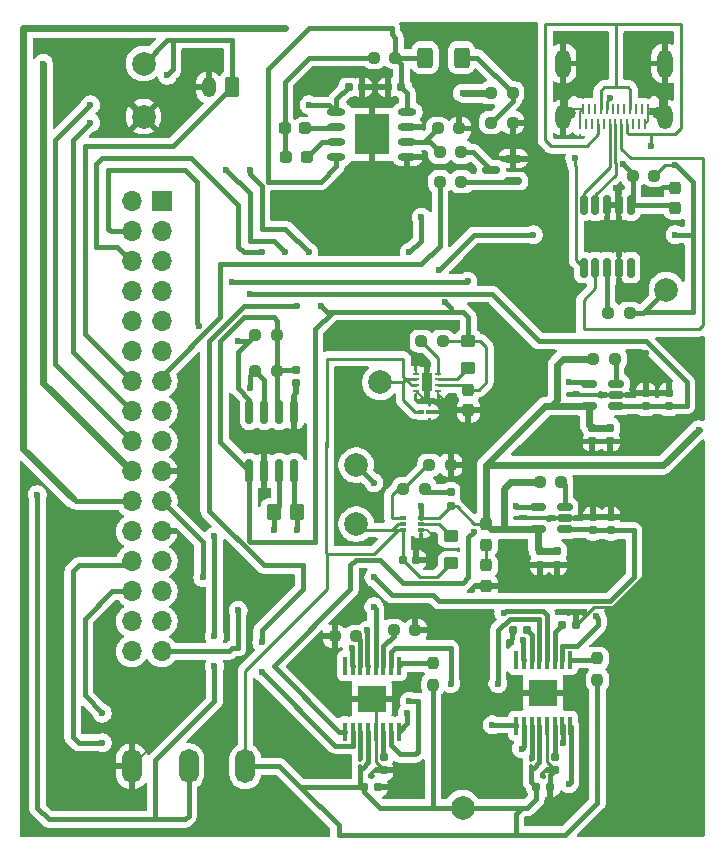
<source format=gbr>
%TF.GenerationSoftware,KiCad,Pcbnew,9.0.0*%
%TF.CreationDate,2025-03-28T15:22:39+02:00*%
%TF.ProjectId,project draft,70726f6a-6563-4742-9064-726166742e6b,rev?*%
%TF.SameCoordinates,Original*%
%TF.FileFunction,Copper,L1,Top*%
%TF.FilePolarity,Positive*%
%FSLAX46Y46*%
G04 Gerber Fmt 4.6, Leading zero omitted, Abs format (unit mm)*
G04 Created by KiCad (PCBNEW 9.0.0) date 2025-03-28 15:22:39*
%MOMM*%
%LPD*%
G01*
G04 APERTURE LIST*
G04 Aperture macros list*
%AMRoundRect*
0 Rectangle with rounded corners*
0 $1 Rounding radius*
0 $2 $3 $4 $5 $6 $7 $8 $9 X,Y pos of 4 corners*
0 Add a 4 corners polygon primitive as box body*
4,1,4,$2,$3,$4,$5,$6,$7,$8,$9,$2,$3,0*
0 Add four circle primitives for the rounded corners*
1,1,$1+$1,$2,$3*
1,1,$1+$1,$4,$5*
1,1,$1+$1,$6,$7*
1,1,$1+$1,$8,$9*
0 Add four rect primitives between the rounded corners*
20,1,$1+$1,$2,$3,$4,$5,0*
20,1,$1+$1,$4,$5,$6,$7,0*
20,1,$1+$1,$6,$7,$8,$9,0*
20,1,$1+$1,$8,$9,$2,$3,0*%
G04 Aperture macros list end*
%TA.AperFunction,SMDPad,CuDef*%
%ADD10R,0.250000X0.950000*%
%TD*%
%TA.AperFunction,ComponentPad*%
%ADD11O,1.300000X2.100000*%
%TD*%
%TA.AperFunction,ComponentPad*%
%ADD12O,1.700000X1.100000*%
%TD*%
%TA.AperFunction,ComponentPad*%
%ADD13O,1.300000X2.500000*%
%TD*%
%TA.AperFunction,SMDPad,CuDef*%
%ADD14C,2.000000*%
%TD*%
%TA.AperFunction,ComponentPad*%
%ADD15O,1.200000X1.750000*%
%TD*%
%TA.AperFunction,ComponentPad*%
%ADD16RoundRect,0.250000X0.350000X0.625000X-0.350000X0.625000X-0.350000X-0.625000X0.350000X-0.625000X0*%
%TD*%
%TA.AperFunction,ComponentPad*%
%ADD17O,1.700000X1.700000*%
%TD*%
%TA.AperFunction,ComponentPad*%
%ADD18R,1.700000X1.700000*%
%TD*%
%TA.AperFunction,SMDPad,CuDef*%
%ADD19RoundRect,0.237500X0.237500X-0.300000X0.237500X0.300000X-0.237500X0.300000X-0.237500X-0.300000X0*%
%TD*%
%TA.AperFunction,SMDPad,CuDef*%
%ADD20RoundRect,0.237500X0.250000X0.237500X-0.250000X0.237500X-0.250000X-0.237500X0.250000X-0.237500X0*%
%TD*%
%TA.AperFunction,SMDPad,CuDef*%
%ADD21RoundRect,0.237500X-0.250000X-0.237500X0.250000X-0.237500X0.250000X0.237500X-0.250000X0.237500X0*%
%TD*%
%TA.AperFunction,SMDPad,CuDef*%
%ADD22RoundRect,0.150000X-0.150000X0.687500X-0.150000X-0.687500X0.150000X-0.687500X0.150000X0.687500X0*%
%TD*%
%TA.AperFunction,HeatsinkPad*%
%ADD23R,3.300000X2.100000*%
%TD*%
%TA.AperFunction,SMDPad,CuDef*%
%ADD24RoundRect,0.155000X-0.155000X0.212500X-0.155000X-0.212500X0.155000X-0.212500X0.155000X0.212500X0*%
%TD*%
%TA.AperFunction,SMDPad,CuDef*%
%ADD25RoundRect,0.075000X-0.212500X-0.075000X0.212500X-0.075000X0.212500X0.075000X-0.212500X0.075000X0*%
%TD*%
%TA.AperFunction,SMDPad,CuDef*%
%ADD26RoundRect,0.237500X-0.237500X0.300000X-0.237500X-0.300000X0.237500X-0.300000X0.237500X0.300000X0*%
%TD*%
%TA.AperFunction,SMDPad,CuDef*%
%ADD27RoundRect,0.250000X0.350000X-0.275000X0.350000X0.275000X-0.350000X0.275000X-0.350000X-0.275000X0*%
%TD*%
%TA.AperFunction,HeatsinkPad*%
%ADD28C,0.600000*%
%TD*%
%TA.AperFunction,SMDPad,CuDef*%
%ADD29R,0.900000X1.600000*%
%TD*%
%TA.AperFunction,SMDPad,CuDef*%
%ADD30RoundRect,0.062500X-0.187500X-0.062500X0.187500X-0.062500X0.187500X0.062500X-0.187500X0.062500X0*%
%TD*%
%TA.AperFunction,SMDPad,CuDef*%
%ADD31RoundRect,0.155000X0.212500X0.155000X-0.212500X0.155000X-0.212500X-0.155000X0.212500X-0.155000X0*%
%TD*%
%TA.AperFunction,SMDPad,CuDef*%
%ADD32RoundRect,0.100000X0.100000X-0.217500X0.100000X0.217500X-0.100000X0.217500X-0.100000X-0.217500X0*%
%TD*%
%TA.AperFunction,SMDPad,CuDef*%
%ADD33RoundRect,0.160000X-0.197500X-0.160000X0.197500X-0.160000X0.197500X0.160000X-0.197500X0.160000X0*%
%TD*%
%TA.AperFunction,SMDPad,CuDef*%
%ADD34RoundRect,0.160000X0.197500X0.160000X-0.197500X0.160000X-0.197500X-0.160000X0.197500X-0.160000X0*%
%TD*%
%TA.AperFunction,SMDPad,CuDef*%
%ADD35RoundRect,0.237500X-0.237500X0.250000X-0.237500X-0.250000X0.237500X-0.250000X0.237500X0.250000X0*%
%TD*%
%TA.AperFunction,SMDPad,CuDef*%
%ADD36R,2.400000X2.300000*%
%TD*%
%TA.AperFunction,SMDPad,CuDef*%
%ADD37R,0.343000X1.560000*%
%TD*%
%TA.AperFunction,SMDPad,CuDef*%
%ADD38RoundRect,0.250000X-0.400000X-0.625000X0.400000X-0.625000X0.400000X0.625000X-0.400000X0.625000X0*%
%TD*%
%TA.AperFunction,SMDPad,CuDef*%
%ADD39R,3.000000X3.500000*%
%TD*%
%TA.AperFunction,SMDPad,CuDef*%
%ADD40O,1.600000X0.600000*%
%TD*%
%TA.AperFunction,ComponentPad*%
%ADD41O,1.700000X2.900000*%
%TD*%
%TA.AperFunction,SMDPad,CuDef*%
%ADD42RoundRect,0.150000X-0.150000X0.825000X-0.150000X-0.825000X0.150000X-0.825000X0.150000X0.825000X0*%
%TD*%
%TA.AperFunction,SMDPad,CuDef*%
%ADD43RoundRect,0.150000X0.512500X0.150000X-0.512500X0.150000X-0.512500X-0.150000X0.512500X-0.150000X0*%
%TD*%
%TA.AperFunction,SMDPad,CuDef*%
%ADD44R,0.600000X0.300000*%
%TD*%
%TA.AperFunction,SMDPad,CuDef*%
%ADD45RoundRect,0.250000X0.350000X0.450000X-0.350000X0.450000X-0.350000X-0.450000X0.350000X-0.450000X0*%
%TD*%
%TA.AperFunction,SMDPad,CuDef*%
%ADD46RoundRect,0.160000X-0.160000X0.197500X-0.160000X-0.197500X0.160000X-0.197500X0.160000X0.197500X0*%
%TD*%
%TA.AperFunction,SMDPad,CuDef*%
%ADD47RoundRect,0.150000X0.587500X0.150000X-0.587500X0.150000X-0.587500X-0.150000X0.587500X-0.150000X0*%
%TD*%
%TA.AperFunction,SMDPad,CuDef*%
%ADD48RoundRect,0.237500X0.287500X0.237500X-0.287500X0.237500X-0.287500X-0.237500X0.287500X-0.237500X0*%
%TD*%
%TA.AperFunction,SMDPad,CuDef*%
%ADD49RoundRect,0.155000X-0.212500X-0.155000X0.212500X-0.155000X0.212500X0.155000X-0.212500X0.155000X0*%
%TD*%
%TA.AperFunction,SMDPad,CuDef*%
%ADD50RoundRect,0.155000X0.155000X-0.212500X0.155000X0.212500X-0.155000X0.212500X-0.155000X-0.212500X0*%
%TD*%
%TA.AperFunction,ViaPad*%
%ADD51C,0.600000*%
%TD*%
%TA.AperFunction,Conductor*%
%ADD52C,0.250000*%
%TD*%
%TA.AperFunction,Conductor*%
%ADD53C,0.400000*%
%TD*%
%TA.AperFunction,Conductor*%
%ADD54C,0.200000*%
%TD*%
%TA.AperFunction,Conductor*%
%ADD55C,0.600000*%
%TD*%
G04 APERTURE END LIST*
D10*
%TO.P,USBC2,A1,GND*%
%TO.N,GND*%
X176949900Y-70619800D03*
%TO.P,USBC2,A2,SSTXP1*%
%TO.N,unconnected-(USBC2-SSTXP1-PadA2)*%
X176450000Y-70619800D03*
%TO.P,USBC2,A3,SSTXn1*%
%TO.N,unconnected-(USBC2-SSTXn1-PadA3)*%
X175949900Y-70619800D03*
%TO.P,USBC2,A4,VBUS*%
%TO.N,/HV*%
X175450000Y-70619800D03*
%TO.P,USBC2,A5,CC1*%
%TO.N,Net-(U1-CC1)*%
X174949900Y-70619800D03*
%TO.P,USBC2,A6,DP1*%
%TO.N,Net-(U1-DP)*%
X174450000Y-70619800D03*
%TO.P,USBC2,A7,DN1*%
%TO.N,Net-(U1-DM)*%
X173949900Y-70619800D03*
%TO.P,USBC2,A8,SUB1*%
%TO.N,unconnected-(USBC2-SUB1-PadA8)*%
X173450000Y-70619800D03*
%TO.P,USBC2,A9,VBUS*%
%TO.N,/HV*%
X172949900Y-70619800D03*
%TO.P,USBC2,A10,SSRXn2*%
%TO.N,unconnected-(USBC2-SSRXn2-PadA10)*%
X172450100Y-70619800D03*
%TO.P,USBC2,A11,SSRXp2*%
%TO.N,unconnected-(USBC2-SSRXp2-PadA11)*%
X171949900Y-70619800D03*
%TO.P,USBC2,A12,GND*%
%TO.N,GND*%
X171450100Y-70619800D03*
%TO.P,USBC2,B1,GND*%
X171700000Y-69369900D03*
%TO.P,USBC2,B2,SSTXp2*%
%TO.N,unconnected-(USBC2-SSTXp2-PadB2)*%
X172199900Y-69369900D03*
%TO.P,USBC2,B3,SSTXn2*%
%TO.N,unconnected-(USBC2-SSTXn2-PadB3)*%
X172700000Y-69369900D03*
%TO.P,USBC2,B4,VBUS*%
%TO.N,/HV*%
X173200100Y-69369900D03*
%TO.P,USBC2,B5,CC2*%
%TO.N,Net-(U1-CC2)*%
X173700000Y-69369900D03*
%TO.P,USBC2,B6,DP2*%
%TO.N,unconnected-(USBC2-DP2-PadB6)*%
X174199900Y-69369900D03*
%TO.P,USBC2,B7,DN2*%
%TO.N,unconnected-(USBC2-DN2-PadB7)*%
X174700000Y-69369900D03*
%TO.P,USBC2,B8,SUB2*%
%TO.N,unconnected-(USBC2-SUB2-PadB8)*%
X175199900Y-69369900D03*
%TO.P,USBC2,B9,VBUS*%
%TO.N,/HV*%
X175700000Y-69369900D03*
%TO.P,USBC2,B10,SSRXn1*%
%TO.N,unconnected-(USBC2-SSRXn1-PadB10)*%
X176199900Y-69369900D03*
%TO.P,USBC2,B11,SSRXp1*%
%TO.N,unconnected-(USBC2-SSRXp1-PadB11)*%
X176700000Y-69369900D03*
%TO.P,USBC2,B12,GND*%
%TO.N,GND*%
X177199900Y-69369900D03*
D11*
%TO.P,USBC2,0,0*%
X178640000Y-70049900D03*
X170000000Y-70049900D03*
D12*
X170219900Y-69649800D03*
X178420100Y-69649800D03*
D13*
X178640000Y-65500000D03*
X170000000Y-65500000D03*
%TD*%
D14*
%TO.P,TP7,1,1*%
%TO.N,/5V Out*%
X152500000Y-99500000D03*
%TD*%
D15*
%TO.P,J1,2,Pin_2*%
%TO.N,GND*%
X140000000Y-67500000D03*
D16*
%TO.P,J1,1,Pin_1*%
%TO.N,+BATT*%
X142000000Y-67500000D03*
%TD*%
D17*
%TO.P,J2,32,Pin_32*%
%TO.N,/MOTOR1_A_OUT*%
X133500000Y-115260000D03*
%TO.P,J2,31,Pin_31*%
%TO.N,/MOTOR1_B_OUT*%
X136040000Y-115260000D03*
%TO.P,J2,30,Pin_30*%
%TO.N,/MOTOR1_CTRL2*%
X133500000Y-112720000D03*
%TO.P,J2,29,Pin_29*%
%TO.N,/MOTOR3_B_OUT*%
X136040000Y-112720000D03*
%TO.P,J2,28,Pin_28*%
%TO.N,/MOTOR1_CTRL1*%
X133500000Y-110180000D03*
%TO.P,J2,27,Pin_27*%
%TO.N,/MOTOR3_A_OUT*%
X136040000Y-110180000D03*
%TO.P,J2,26,Pin_26*%
%TO.N,/MOTOR3_CTRL2*%
X133500000Y-107640000D03*
%TO.P,J2,25,Pin_25*%
%TO.N,/CTRL_EXT_LOAD1*%
X136040000Y-107640000D03*
%TO.P,J2,24,Pin_24*%
%TO.N,/MOTOR3_CTRL1*%
X133500000Y-105100000D03*
%TO.P,J2,23,Pin_23*%
%TO.N,GND*%
X136040000Y-105100000D03*
%TO.P,J2,22,Pin_22*%
%TO.N,/HV*%
X133500000Y-102560000D03*
%TO.P,J2,21,Pin_21*%
%TO.N,/EXT_LOAD1_OUT*%
X136040000Y-102560000D03*
%TO.P,J2,20,Pin_20*%
%TO.N,/5V Out*%
X133500000Y-100020000D03*
%TO.P,J2,19,Pin_19*%
%TO.N,GND*%
X136040000Y-100020000D03*
%TO.P,J2,18,Pin_18*%
%TO.N,/3V3 Out*%
X133500000Y-97480000D03*
%TO.P,J2,17,Pin_17*%
%TO.N,/I2C1_SDA*%
X136040000Y-97480000D03*
%TO.P,J2,16,Pin_16*%
%TO.N,/I2C1_SCL*%
X133500000Y-94940000D03*
%TO.P,J2,15,Pin_15*%
%TO.N,unconnected-(J2-Pin_15-Pad15)*%
X136040000Y-94940000D03*
%TO.P,J2,14,Pin_14*%
%TO.N,+BATT*%
X133500000Y-92400000D03*
%TO.P,J2,13,Pin_13*%
%TO.N,/FAST_CHARGE_CTRL*%
X136040000Y-92400000D03*
%TO.P,J2,12,Pin_12*%
%TO.N,/USART2_TX*%
X133500000Y-89860000D03*
%TO.P,J2,11,Pin_11*%
%TO.N,/EXT_LOAD2_OUT*%
X136040000Y-89860000D03*
%TO.P,J2,10,Pin_10*%
%TO.N,/MOTOR4_CTRL2*%
X133500000Y-87320000D03*
%TO.P,J2,9,Pin_9*%
%TO.N,/ USART2_RX*%
X136040000Y-87320000D03*
%TO.P,J2,8,Pin_8*%
%TO.N,/MOTOR4_CTRL1*%
X133500000Y-84780000D03*
%TO.P,J2,7,Pin_7*%
%TO.N,/CTRL_EXT_LOAD2*%
X136040000Y-84780000D03*
%TO.P,J2,6,Pin_6*%
%TO.N,/MOTOR2_CTRL2*%
X133500000Y-82240000D03*
%TO.P,J2,5,Pin_5*%
%TO.N,/MOTOR4_B_OUT*%
X136040000Y-82240000D03*
%TO.P,J2,4,Pin_4*%
%TO.N,/MOTOR2_CTRL1*%
X133500000Y-79700000D03*
%TO.P,J2,3,Pin_3*%
%TO.N,/MOTOR4_A_OUT*%
X136040000Y-79700000D03*
%TO.P,J2,2,Pin_2*%
%TO.N,/MOTOR2_A_OUT*%
X133500000Y-77160000D03*
D18*
%TO.P,J2,1,Pin_1*%
%TO.N,/MOTOR2_B_OUT*%
X136040000Y-77160000D03*
%TD*%
D19*
%TO.P,C3,1*%
%TO.N,/3V3 Out*%
X179500000Y-77725000D03*
%TO.P,C3,2*%
%TO.N,GND*%
X179500000Y-76000000D03*
%TD*%
D20*
%TO.P,R3,1*%
%TO.N,/HV*%
X177750100Y-75000000D03*
%TO.P,R3,2*%
%TO.N,/3V3 Out*%
X175925100Y-75000000D03*
%TD*%
D21*
%TO.P,R1,1*%
%TO.N,Net-(U1-VBUS)*%
X173837600Y-86637500D03*
%TO.P,R1,2*%
%TO.N,/HV*%
X175662600Y-86637500D03*
%TD*%
D14*
%TO.P,TP2,1,1*%
%TO.N,/HV*%
X178750100Y-84637500D03*
%TD*%
D22*
%TO.P,U1,1,VDD*%
%TO.N,/3V3 Out*%
X175750100Y-77500000D03*
%TO.P,U1,2,CFG2*%
%TO.N,GND*%
X174750100Y-77500000D03*
%TO.P,U1,3,CFG3*%
X173750100Y-77500000D03*
%TO.P,U1,4,DP*%
%TO.N,Net-(U1-DP)*%
X172750100Y-77500000D03*
%TO.P,U1,5,DM*%
%TO.N,Net-(U1-DM)*%
X171750100Y-77500000D03*
%TO.P,U1,6,CC2*%
%TO.N,Net-(U1-CC2)*%
X171750100Y-82775000D03*
%TO.P,U1,7,CC1*%
%TO.N,Net-(U1-CC1)*%
X172750100Y-82775000D03*
%TO.P,U1,8,VBUS*%
%TO.N,Net-(U1-VBUS)*%
X173750100Y-82775000D03*
%TO.P,U1,9,CFG1*%
%TO.N,GND*%
X174750100Y-82775000D03*
%TO.P,U1,10,PG*%
%TO.N,unconnected-(U1-PG-Pad10)*%
X175750100Y-82775000D03*
D23*
%TO.P,U1,11,GND*%
%TO.N,GND*%
X173750100Y-80137500D03*
%TD*%
D24*
%TO.P,C10,2*%
%TO.N,GND*%
X172500000Y-97500000D03*
%TO.P,C10,1*%
%TO.N,/5V Out*%
X172500000Y-96365000D03*
%TD*%
D25*
%TO.P,C1,2*%
%TO.N,GND*%
X158700000Y-95000000D03*
%TO.P,C1,1*%
%TO.N,/SWITCH*%
X158025000Y-95000000D03*
%TD*%
D26*
%TO.P,C2,2*%
%TO.N,GND*%
X162000000Y-94862500D03*
%TO.P,C2,1*%
%TO.N,/3V3 Out*%
X162000000Y-93137500D03*
%TD*%
D27*
%TO.P,L1,2*%
%TO.N,/3V3 Out*%
X162000000Y-89000000D03*
%TO.P,L1,1*%
%TO.N,Net-(U2-SW)*%
X162000000Y-91300000D03*
%TD*%
D20*
%TO.P,R2,2*%
%TO.N,Net-(U2-PG)*%
X158000000Y-89000000D03*
%TO.P,R2,1*%
%TO.N,/3V3 Out*%
X159825000Y-89000000D03*
%TD*%
D28*
%TO.P,U2,9,PAD*%
%TO.N,GND*%
X158500000Y-93000000D03*
D29*
X158500000Y-92500000D03*
D28*
X158500000Y-92000000D03*
D30*
%TO.P,U2,8,PG*%
%TO.N,Net-(U2-PG)*%
X159450000Y-91750000D03*
%TO.P,U2,7,SW*%
%TO.N,Net-(U2-SW)*%
X159450000Y-92250000D03*
%TO.P,U2,6,VOS*%
%TO.N,/3V3 Out*%
X159450000Y-92750000D03*
%TO.P,U2,5,FB*%
%TO.N,GND*%
X159450000Y-93250000D03*
%TO.P,U2,4,AGND*%
X157550000Y-93250000D03*
%TO.P,U2,3,EN*%
%TO.N,/SWITCH*%
X157550000Y-92750000D03*
%TO.P,U2,2,VIN*%
X157550000Y-92250000D03*
%TO.P,U2,1,PGND*%
%TO.N,GND*%
X157550000Y-91750000D03*
%TD*%
D14*
%TO.P,TP5,1,1*%
%TO.N,/SWITCH*%
X154500000Y-92500000D03*
%TD*%
D31*
%TO.P,C29,2*%
%TO.N,/SWITCH*%
X167757600Y-126780000D03*
%TO.P,C29,1*%
%TO.N,GND*%
X168892600Y-126780000D03*
%TD*%
D32*
%TO.P,C28,2*%
%TO.N,Net-(U11-VCP)*%
X167325100Y-124305000D03*
%TO.P,C28,1*%
%TO.N,/SWITCH*%
X167325100Y-125120000D03*
%TD*%
D24*
%TO.P,C27,2*%
%TO.N,GND*%
X169325100Y-125347500D03*
%TO.P,C27,1*%
%TO.N,Net-(U11-VINT)*%
X169325100Y-124212500D03*
%TD*%
D33*
%TO.P,R28,2*%
%TO.N,GND*%
X171097500Y-113000000D03*
%TO.P,R28,1*%
%TO.N,Net-(U11-AISEN)*%
X169902500Y-113000000D03*
%TD*%
D34*
%TO.P,R29,2*%
%TO.N,GND*%
X165805000Y-113500000D03*
%TO.P,R29,1*%
%TO.N,Net-(U11-BISEN)*%
X167000000Y-113500000D03*
%TD*%
D35*
%TO.P,R30,2*%
%TO.N,/SWITCH*%
X172912600Y-117692500D03*
%TO.P,R30,1*%
%TO.N,Net-(U11-nSLEEP)*%
X172912600Y-115867500D03*
%TD*%
D36*
%TO.P,U11,17,GND*%
%TO.N,GND*%
X168325100Y-118780000D03*
D37*
%TO.P,U11,16,AIN1*%
%TO.N,/MOTOR3_CTRL1*%
X170600200Y-121560000D03*
%TO.P,U11,15,AIN2*%
%TO.N,/MOTOR3_CTRL2*%
X169950200Y-121560000D03*
%TO.P,U11,14,VINT*%
%TO.N,Net-(U11-VINT)*%
X169300200Y-121560000D03*
%TO.P,U11,13,GND*%
%TO.N,GND*%
X168650200Y-121560000D03*
%TO.P,U11,12,VM*%
%TO.N,/SWITCH*%
X168000000Y-121560000D03*
%TO.P,U11,11,VCP*%
%TO.N,Net-(U11-VCP)*%
X167350000Y-121560000D03*
%TO.P,U11,10,BIN2*%
%TO.N,/MOTOR4_CTRL2*%
X166700000Y-121560000D03*
%TO.P,U11,9,BIN1*%
%TO.N,/MOTOR4_CTRL1*%
X166050000Y-121560000D03*
%TO.P,U11,8,nFAULT*%
%TO.N,unconnected-(U11-nFAULT-Pad8)*%
X166050000Y-116000000D03*
%TO.P,U11,7,BOUT1*%
%TO.N,/MOTOR4_A_OUT*%
X166700000Y-116000000D03*
%TO.P,U11,6,BISEN*%
%TO.N,Net-(U11-BISEN)*%
X167350000Y-116000000D03*
%TO.P,U11,5,BOUT2*%
%TO.N,/MOTOR4_B_OUT*%
X168000000Y-116000000D03*
%TO.P,U11,4,AOUT2*%
%TO.N,/MOTOR3_B_OUT*%
X168650200Y-116000000D03*
%TO.P,U11,3,AISEN*%
%TO.N,Net-(U11-AISEN)*%
X169300200Y-116000000D03*
%TO.P,U11,2,AOUT1*%
%TO.N,/MOTOR3_A_OUT*%
X169950200Y-116000000D03*
%TO.P,U11,1,nSLEEP*%
%TO.N,Net-(U11-nSLEEP)*%
X170600200Y-116000000D03*
%TD*%
D38*
%TO.P,R17,1*%
%TO.N,Net-(U7-CE)*%
X158325000Y-65000000D03*
%TO.P,R17,2*%
%TO.N,Net-(R17-Pad2)*%
X161425000Y-65000000D03*
%TD*%
D21*
%TO.P,R20,2*%
%TO.N,Net-(R17-Pad2)*%
X165737500Y-67990000D03*
%TO.P,R20,1*%
%TO.N,/HV*%
X163912500Y-67990000D03*
%TD*%
%TO.P,R21,2*%
%TO.N,GND*%
X165737500Y-70500000D03*
%TO.P,R21,1*%
%TO.N,Net-(R17-Pad2)*%
X163912500Y-70500000D03*
%TD*%
D14*
%TO.P,TP4,1,1*%
%TO.N,+BATT*%
X134500000Y-65500000D03*
%TD*%
%TO.P,TP3,1,1*%
%TO.N,GND*%
X134500000Y-70000000D03*
%TD*%
D39*
%TO.P,U7,9,EP*%
%TO.N,GND*%
X153825000Y-71500000D03*
D40*
%TO.P,U7,1,TEMP*%
X156825000Y-73405000D03*
%TO.P,U7,2,PROG*%
%TO.N,Net-(U7-PROG)*%
X156825000Y-72135000D03*
%TO.P,U7,3,GND*%
%TO.N,GND*%
X156825000Y-70865000D03*
%TO.P,U7,4,VCC*%
%TO.N,Net-(U7-CE)*%
X156825000Y-69595000D03*
%TO.P,U7,8,CE*%
X150825000Y-73405000D03*
%TO.P,U7,7,CHRG*%
%TO.N,Net-(D1-K)*%
X150825000Y-72135000D03*
%TO.P,U7,6,STDBY*%
%TO.N,Net-(D2-K)*%
X150825000Y-70865000D03*
%TO.P,U7,5,BAT*%
%TO.N,+BATT*%
X150825000Y-69595000D03*
%TD*%
D41*
%TO.P,U12,1,1*%
%TO.N,GND*%
X133500000Y-125000000D03*
%TO.P,U12,2,2*%
%TO.N,+BATT*%
X138300100Y-125000000D03*
%TO.P,U12,3,3*%
%TO.N,/SWITCH*%
X143100000Y-125000000D03*
%TD*%
D37*
%TO.P,U10,1,nSLEEP*%
%TO.N,Net-(U10-nSLEEP)*%
X156100200Y-116500000D03*
%TO.P,U10,2,AOUT1*%
%TO.N,/MOTOR1_A_OUT*%
X155450200Y-116500000D03*
%TO.P,U10,3,AISEN*%
%TO.N,Net-(U10-AISEN)*%
X154800200Y-116500000D03*
%TO.P,U10,4,AOUT2*%
%TO.N,/MOTOR1_B_OUT*%
X154150200Y-116500000D03*
%TO.P,U10,5,BOUT2*%
%TO.N,/MOTOR2_B_OUT*%
X153500000Y-116500000D03*
%TO.P,U10,6,BISEN*%
%TO.N,Net-(U10-BISEN)*%
X152850000Y-116500000D03*
%TO.P,U10,7,BOUT1*%
%TO.N,/MOTOR2_A_OUT*%
X152200000Y-116500000D03*
%TO.P,U10,8,nFAULT*%
%TO.N,unconnected-(U10-nFAULT-Pad8)*%
X151550000Y-116500000D03*
%TO.P,U10,9,BIN1*%
%TO.N,/MOTOR2_CTRL1*%
X151550000Y-122060000D03*
%TO.P,U10,10,BIN2*%
%TO.N,/MOTOR2_CTRL2*%
X152200000Y-122060000D03*
%TO.P,U10,11,VCP*%
%TO.N,Net-(U10-VCP)*%
X152850000Y-122060000D03*
%TO.P,U10,12,VM*%
%TO.N,/SWITCH*%
X153500000Y-122060000D03*
%TO.P,U10,13,GND*%
%TO.N,GND*%
X154150200Y-122060000D03*
%TO.P,U10,14,VINT*%
%TO.N,Net-(U10-VINT)*%
X154800200Y-122060000D03*
%TO.P,U10,15,AIN2*%
%TO.N,/MOTOR1_CTRL2*%
X155450200Y-122060000D03*
%TO.P,U10,16,AIN1*%
%TO.N,/MOTOR1_CTRL1*%
X156100200Y-122060000D03*
D36*
%TO.P,U10,17,GND*%
%TO.N,GND*%
X153825100Y-119280000D03*
%TD*%
D42*
%TO.P,U6,1,A1*%
%TO.N,GND*%
X147270000Y-95025000D03*
%TO.P,U6,2,A0*%
%TO.N,/3V3 Out*%
X146000000Y-95025000D03*
%TO.P,U6,3,SDA*%
%TO.N,/I2C1_SDA*%
X144730000Y-95025000D03*
%TO.P,U6,4,SCL*%
%TO.N,/I2C1_SCL*%
X143460000Y-95025000D03*
%TO.P,U6,5,VS*%
%TO.N,/3V3 Out*%
X143460000Y-99975000D03*
%TO.P,U6,6,GND*%
%TO.N,GND*%
X144730000Y-99975000D03*
%TO.P,U6,7,IN-*%
%TO.N,+BATT*%
X146000000Y-99975000D03*
%TO.P,U6,8,IN+*%
%TO.N,/5V Out*%
X147270000Y-99975000D03*
%TD*%
D43*
%TO.P,U5,1,OUT*%
%TO.N,/EXT_LOAD2_OUT*%
X174500000Y-94500000D03*
%TO.P,U5,2,GND*%
%TO.N,GND*%
X174500000Y-93550000D03*
%TO.P,U5,3,~{FLG}*%
%TO.N,Net-(U5-~{FLG})*%
X174500000Y-92600000D03*
%TO.P,U5,4,EN*%
%TO.N,/CTRL_EXT_LOAD2*%
X172225000Y-92600000D03*
%TO.P,U5,5,IN*%
%TO.N,/5V Out*%
X172225000Y-94500000D03*
%TD*%
%TO.P,U4,1,OUT*%
%TO.N,/EXT_LOAD1_OUT*%
X170137500Y-104950000D03*
%TO.P,U4,2,GND*%
%TO.N,GND*%
X170137500Y-104000000D03*
%TO.P,U4,3,~{FLG}*%
%TO.N,Net-(U4-~{FLG})*%
X170137500Y-103050000D03*
%TO.P,U4,4,EN*%
%TO.N,/CTRL_EXT_LOAD1*%
X167862500Y-103050000D03*
%TO.P,U4,5,IN*%
%TO.N,/5V Out*%
X167862500Y-104950000D03*
%TD*%
D44*
%TO.P,U3,5,SW*%
%TO.N,Net-(U3-SW)*%
X157999800Y-104499900D03*
%TO.P,U3,2,EN*%
%TO.N,/SWITCH*%
X156500000Y-104499900D03*
%TO.P,U3,3,VIN*%
X156500000Y-105000000D03*
%TO.P,U3,1,FB*%
%TO.N,Net-(U3-FB)*%
X156500000Y-104000000D03*
%TO.P,U3,4,GND*%
%TO.N,GND*%
X157999800Y-105000000D03*
%TO.P,U3,6,VOUT*%
%TO.N,/5V Out*%
X157999800Y-104000000D03*
%TD*%
D14*
%TO.P,TP6,1,1*%
%TO.N,/SWITCH*%
X152500000Y-104500000D03*
%TD*%
%TO.P,TP1,1,1*%
%TO.N,/SWITCH*%
X161500000Y-128500000D03*
%TD*%
D35*
%TO.P,R27,1*%
%TO.N,Net-(U10-nSLEEP)*%
X159000000Y-116280000D03*
%TO.P,R27,2*%
%TO.N,/SWITCH*%
X159000000Y-118105000D03*
%TD*%
D21*
%TO.P,R26,1*%
%TO.N,Net-(U10-AISEN)*%
X155675000Y-113500000D03*
%TO.P,R26,2*%
%TO.N,GND*%
X157500000Y-113500000D03*
%TD*%
D20*
%TO.P,R25,1*%
%TO.N,Net-(U10-BISEN)*%
X152500000Y-114000000D03*
%TO.P,R25,2*%
%TO.N,GND*%
X150675000Y-114000000D03*
%TD*%
D21*
%TO.P,R15,1*%
%TO.N,Net-(D1-A)*%
X154000000Y-65000000D03*
%TO.P,R15,2*%
%TO.N,Net-(U7-CE)*%
X155825000Y-65000000D03*
%TD*%
D20*
%TO.P,R14,1*%
%TO.N,/3V3 Out*%
X145777500Y-88500000D03*
%TO.P,R14,2*%
%TO.N,/I2C1_SCL*%
X143952500Y-88500000D03*
%TD*%
%TO.P,R13,1*%
%TO.N,/3V3 Out*%
X145777500Y-91500000D03*
%TO.P,R13,2*%
%TO.N,/I2C1_SDA*%
X143952500Y-91500000D03*
%TD*%
D21*
%TO.P,R12,1*%
%TO.N,/FAST_CHARGE_CTRL*%
X159587500Y-75520000D03*
%TO.P,R12,2*%
%TO.N,Net-(Q2-B)*%
X161412500Y-75520000D03*
%TD*%
%TO.P,R11,1*%
%TO.N,Net-(U7-PROG)*%
X159412500Y-71000000D03*
%TO.P,R11,2*%
%TO.N,GND*%
X161237500Y-71000000D03*
%TD*%
%TO.P,R10,1*%
%TO.N,Net-(U7-PROG)*%
X159587500Y-73000000D03*
%TO.P,R10,2*%
%TO.N,Net-(Q2-C)*%
X161412500Y-73000000D03*
%TD*%
D45*
%TO.P,R9,1*%
%TO.N,/5V Out*%
X147500000Y-103500000D03*
%TO.P,R9,2*%
%TO.N,+BATT*%
X145500000Y-103500000D03*
%TD*%
D21*
%TO.P,R8,1*%
%TO.N,/5V Out*%
X172587500Y-90500000D03*
%TO.P,R8,2*%
%TO.N,Net-(U5-~{FLG})*%
X174412500Y-90500000D03*
%TD*%
%TO.P,R7,1*%
%TO.N,/5V Out*%
X168037500Y-100950000D03*
%TO.P,R7,2*%
%TO.N,Net-(U4-~{FLG})*%
X169862500Y-100950000D03*
%TD*%
%TO.P,R6,1*%
%TO.N,Net-(U3-FB)*%
X156500000Y-101500000D03*
%TO.P,R6,2*%
%TO.N,Net-(R4-Pad1)*%
X158325000Y-101500000D03*
%TD*%
D20*
%TO.P,R5,1*%
%TO.N,GND*%
X160500000Y-99500000D03*
%TO.P,R5,2*%
%TO.N,Net-(U3-FB)*%
X158675000Y-99500000D03*
%TD*%
D46*
%TO.P,R4,1*%
%TO.N,Net-(R4-Pad1)*%
X160500000Y-101805000D03*
%TO.P,R4,2*%
%TO.N,/5V Out*%
X160500000Y-103000000D03*
%TD*%
D47*
%TO.P,Q2,1,B*%
%TO.N,Net-(Q2-B)*%
X165787500Y-75450000D03*
%TO.P,Q2,2,E*%
%TO.N,GND*%
X165787500Y-73550000D03*
%TO.P,Q2,3,C*%
%TO.N,Net-(Q2-C)*%
X163912500Y-74500000D03*
%TD*%
D27*
%TO.P,L2,1*%
%TO.N,/SWITCH*%
X160500000Y-107800000D03*
%TO.P,L2,2*%
%TO.N,Net-(U3-SW)*%
X160500000Y-105500000D03*
%TD*%
D48*
%TO.P,D2,1,K*%
%TO.N,Net-(D2-K)*%
X148200000Y-71000000D03*
%TO.P,D2,2,A*%
%TO.N,Net-(D1-A)*%
X146450000Y-71000000D03*
%TD*%
%TO.P,D1,1,K*%
%TO.N,Net-(D1-K)*%
X148325000Y-73410000D03*
%TO.P,D1,2,A*%
%TO.N,Net-(D1-A)*%
X146575000Y-73410000D03*
%TD*%
D31*
%TO.P,C26,1*%
%TO.N,GND*%
X154325100Y-126780000D03*
%TO.P,C26,2*%
%TO.N,/SWITCH*%
X153190100Y-126780000D03*
%TD*%
D32*
%TO.P,C25,1*%
%TO.N,/SWITCH*%
X152825100Y-125120000D03*
%TO.P,C25,2*%
%TO.N,Net-(U10-VCP)*%
X152825100Y-124305000D03*
%TD*%
D24*
%TO.P,C24,1*%
%TO.N,Net-(U10-VINT)*%
X154825100Y-124212500D03*
%TO.P,C24,2*%
%TO.N,GND*%
X154825100Y-125347500D03*
%TD*%
D49*
%TO.P,C17,1*%
%TO.N,+BATT*%
X151865000Y-67500000D03*
%TO.P,C17,2*%
%TO.N,GND*%
X153000000Y-67500000D03*
%TD*%
D31*
%TO.P,C16,1*%
%TO.N,Net-(U7-CE)*%
X156325000Y-67500000D03*
%TO.P,C16,2*%
%TO.N,GND*%
X155190000Y-67500000D03*
%TD*%
D24*
%TO.P,C15,1*%
%TO.N,/3V3 Out*%
X147365000Y-91432500D03*
%TO.P,C15,2*%
%TO.N,GND*%
X147365000Y-92567500D03*
%TD*%
D26*
%TO.P,C14,1*%
%TO.N,Net-(C14-Pad1)*%
X163500000Y-108000000D03*
%TO.P,C14,2*%
%TO.N,GND*%
X163500000Y-109725000D03*
%TD*%
D50*
%TO.P,C13,1*%
%TO.N,/EXT_LOAD2_OUT*%
X178970000Y-94500000D03*
%TO.P,C13,2*%
%TO.N,GND*%
X178970000Y-93365000D03*
%TD*%
%TO.P,C12,1*%
%TO.N,/EXT_LOAD2_OUT*%
X177000000Y-94500000D03*
%TO.P,C12,2*%
%TO.N,GND*%
X177000000Y-93365000D03*
%TD*%
D24*
%TO.P,C11,1*%
%TO.N,/5V Out*%
X174000000Y-96365000D03*
%TO.P,C11,2*%
%TO.N,GND*%
X174000000Y-97500000D03*
%TD*%
D50*
%TO.P,C9,1*%
%TO.N,/EXT_LOAD1_OUT*%
X174037500Y-105017500D03*
%TO.P,C9,2*%
%TO.N,GND*%
X174037500Y-103882500D03*
%TD*%
D24*
%TO.P,C8,1*%
%TO.N,/5V Out*%
X168037500Y-106815000D03*
%TO.P,C8,2*%
%TO.N,GND*%
X168037500Y-107950000D03*
%TD*%
D50*
%TO.P,C7,1*%
%TO.N,/EXT_LOAD1_OUT*%
X172537500Y-105017500D03*
%TO.P,C7,2*%
%TO.N,GND*%
X172537500Y-103882500D03*
%TD*%
D24*
%TO.P,C6,1*%
%TO.N,/5V Out*%
X169537500Y-106815000D03*
%TO.P,C6,2*%
%TO.N,GND*%
X169537500Y-107950000D03*
%TD*%
D26*
%TO.P,C5,1*%
%TO.N,/5V Out*%
X163500000Y-104500000D03*
%TO.P,C5,2*%
%TO.N,Net-(C14-Pad1)*%
X163500000Y-106225000D03*
%TD*%
D49*
%TO.P,C4,1*%
%TO.N,/SWITCH*%
X156432500Y-107500000D03*
%TO.P,C4,2*%
%TO.N,GND*%
X157567500Y-107500000D03*
%TD*%
D51*
%TO.N,GND*%
X173500000Y-108000000D03*
X177500000Y-108000000D03*
X167000000Y-78000000D03*
X162500000Y-74500000D03*
X176500000Y-101000000D03*
X176500000Y-98000000D03*
X161500000Y-123500000D03*
X161500000Y-121500000D03*
X149000000Y-124500000D03*
X177500000Y-76500000D03*
X174500000Y-76000000D03*
X163000000Y-115000000D03*
X165500000Y-114500000D03*
X160500000Y-94500000D03*
X155500000Y-89000000D03*
X181000000Y-90000000D03*
X176000000Y-85000000D03*
X177000000Y-90000000D03*
X138500000Y-113500000D03*
X138500000Y-117000000D03*
X166000000Y-109500000D03*
X158500000Y-111500000D03*
X159000000Y-108000000D03*
X155500000Y-99500000D03*
X159000000Y-105500000D03*
%TO.N,/3V3 Out*%
X159500000Y-83000000D03*
X167500000Y-80000000D03*
X175061300Y-74004774D03*
X160000000Y-85680000D03*
%TO.N,GND*%
X152500000Y-94000000D03*
X146000000Y-97500000D03*
%TO.N,/HV*%
X179500000Y-74105000D03*
X177500000Y-72500000D03*
%TO.N,Net-(U1-CC2)*%
X171000000Y-73500000D03*
X173985454Y-68423306D03*
%TO.N,/5V Out*%
X154000000Y-101000000D03*
%TO.N,GND*%
X139000000Y-66000000D03*
X148500000Y-67000000D03*
%TO.N,+BATT*%
X140500000Y-116500000D03*
X140500000Y-114000000D03*
X140500000Y-105500000D03*
X145500000Y-105000000D03*
X136500000Y-66500000D03*
X125500000Y-102000000D03*
%TO.N,/5V Out*%
X158000000Y-103000000D03*
X147500000Y-105000000D03*
X181500000Y-96500000D03*
X126000000Y-65500000D03*
%TO.N,/3V3 Out*%
X149500000Y-86000000D03*
X148500000Y-81500000D03*
X143500000Y-74500000D03*
X130000000Y-69000000D03*
%TO.N,/I2C1_SCL*%
X142500000Y-89000000D03*
X146500000Y-81500000D03*
X141500000Y-74500000D03*
X130000000Y-70500000D03*
%TO.N,/I2C1_SDA*%
X143500000Y-93000000D03*
%TO.N,/MOTOR4_CTRL2*%
X166500000Y-123500000D03*
%TO.N,/MOTOR4_CTRL1*%
X164000000Y-121500000D03*
%TO.N,/MOTOR2_CTRL2*%
X144500000Y-117000000D03*
X144500000Y-114500000D03*
%TO.N,/MOTOR2_CTRL1*%
X162500000Y-105125000D03*
X139194975Y-87694975D03*
%TO.N,/MOTOR2_A_OUT*%
X152150000Y-115000000D03*
%TO.N,/MOTOR4_A_OUT*%
X166650000Y-114320000D03*
X157000000Y-81500000D03*
X158000000Y-78500000D03*
%TO.N,/MOTOR2_B_OUT*%
X153450200Y-113500000D03*
%TO.N,/MOTOR4_B_OUT*%
X164500000Y-118000000D03*
%TO.N,/CTRL_EXT_LOAD2*%
X142000000Y-84000000D03*
X161930000Y-83930000D03*
X170500000Y-92500000D03*
%TO.N,/HV*%
X161500000Y-68000000D03*
X146500000Y-62500000D03*
%TO.N,/MOTOR3_CTRL1*%
X170500000Y-126500000D03*
%TO.N,/MOTOR3_CTRL2*%
X131000000Y-123000000D03*
X170000200Y-123000000D03*
%TO.N,/MOTOR1_CTRL1*%
X131000000Y-120500000D03*
X156800000Y-120500000D03*
%TO.N,/MOTOR1_CTRL2*%
X157000000Y-119500000D03*
%TO.N,/MOTOR1_A_OUT*%
X160500000Y-118000000D03*
%TO.N,/MOTOR3_A_OUT*%
X172769167Y-112269167D03*
%TO.N,/MOTOR3_B_OUT*%
X165000000Y-112000000D03*
%TO.N,/MOTOR1_B_OUT*%
X154000000Y-111500000D03*
X142500000Y-111800000D03*
%TO.N,/EXT_LOAD1_OUT*%
X139500000Y-109000000D03*
X154000000Y-109000000D03*
%TO.N,/EXT_LOAD2_OUT*%
X143500000Y-85000000D03*
%TO.N,/CTRL_EXT_LOAD1*%
X166000000Y-103000000D03*
%TO.N,+BATT*%
X148500000Y-69000000D03*
%TO.N,/MOTOR2_CTRL2*%
X144500000Y-81500000D03*
X147500000Y-86000000D03*
%TO.N,/HV*%
X179500000Y-80000000D03*
%TO.N,GND*%
X169500000Y-68000000D03*
X167500000Y-68500000D03*
%TD*%
D52*
%TO.N,GND*%
X173450000Y-107950000D02*
X169537500Y-107950000D01*
X173500000Y-108000000D02*
X173450000Y-107950000D01*
X177500000Y-108215592D02*
X177500000Y-108000000D01*
X172591500Y-111506000D02*
X174209592Y-111506000D01*
X171097500Y-113000000D02*
X172591500Y-111506000D01*
X174209592Y-111506000D02*
X177500000Y-108215592D01*
D53*
%TO.N,/MOTOR3_A_OUT*%
X169951200Y-114819000D02*
X169950200Y-114820000D01*
X171181000Y-114819000D02*
X169951200Y-114819000D01*
X169950200Y-114820000D02*
X169950200Y-116000000D01*
X173000000Y-113000000D02*
X171181000Y-114819000D01*
X172769167Y-112269167D02*
X173000000Y-112500000D01*
X173000000Y-112500000D02*
X173000000Y-113000000D01*
D52*
%TO.N,GND*%
X161500000Y-123500000D02*
X161500000Y-121500000D01*
X174500000Y-77249900D02*
X174750100Y-77500000D01*
X174500000Y-76000000D02*
X174500000Y-77249900D01*
X178000000Y-76000000D02*
X177500000Y-76500000D01*
X179500000Y-76000000D02*
X178000000Y-76000000D01*
X165805000Y-114195000D02*
X165500000Y-114500000D01*
X165805000Y-113500000D02*
X165805000Y-114195000D01*
X168650200Y-124672600D02*
X169325100Y-125347500D01*
X168650200Y-121560000D02*
X168650200Y-124672600D01*
X154150200Y-119605100D02*
X153825100Y-119280000D01*
X154150200Y-122060000D02*
X154150200Y-119605100D01*
X154150200Y-124672600D02*
X154825100Y-125347500D01*
X154150200Y-122060000D02*
X154150200Y-124672600D01*
D53*
X168892600Y-125780000D02*
X169325100Y-125347500D01*
X168892600Y-126780000D02*
X168892600Y-125780000D01*
D54*
X158500000Y-105000000D02*
X159000000Y-105500000D01*
X157999800Y-105000000D02*
X158500000Y-105000000D01*
X160000000Y-94000000D02*
X160500000Y-94500000D01*
X158300000Y-94000000D02*
X160000000Y-94000000D01*
X157550000Y-93250000D02*
X158300000Y-94000000D01*
X159450000Y-93250000D02*
X159450000Y-93450000D01*
X159450000Y-93450000D02*
X160500000Y-94500000D01*
X156000000Y-89000000D02*
X155500000Y-89000000D01*
X157550000Y-90550000D02*
X156000000Y-89000000D01*
X157550000Y-91750000D02*
X157550000Y-90550000D01*
D53*
%TO.N,/MOTOR2_CTRL1*%
X151060000Y-122060000D02*
X151550000Y-122060000D01*
X145500000Y-116500000D02*
X151060000Y-122060000D01*
X152000000Y-108000000D02*
X152000000Y-110000000D01*
X152494000Y-107506000D02*
X152000000Y-108000000D01*
X152000000Y-110000000D02*
X145500000Y-116500000D01*
X154215592Y-107500000D02*
X154209592Y-107506000D01*
X154500000Y-107500000D02*
X154215592Y-107500000D01*
X156500000Y-109500000D02*
X154500000Y-107500000D01*
X161500000Y-109500000D02*
X156500000Y-109500000D01*
X162000000Y-109000000D02*
X161500000Y-109500000D01*
X154209592Y-107506000D02*
X152494000Y-107506000D01*
X162000000Y-105625000D02*
X162000000Y-109000000D01*
X162500000Y-105125000D02*
X162000000Y-105625000D01*
D54*
%TO.N,GND*%
X177000000Y-93365000D02*
X177000000Y-90000000D01*
X174750100Y-83750100D02*
X174750100Y-82775000D01*
X176000000Y-85000000D02*
X174750100Y-83750100D01*
X138500000Y-120000000D02*
X138500000Y-117000000D01*
X133500000Y-125000000D02*
X138500000Y-120000000D01*
D52*
%TO.N,/SWITCH*%
X157926500Y-108994000D02*
X156432500Y-107500000D01*
X159306000Y-108994000D02*
X157926500Y-108994000D01*
X160500000Y-107800000D02*
X159306000Y-108994000D01*
%TO.N,/HV*%
X174500000Y-67500000D02*
X174500000Y-62126000D01*
X174500000Y-62126000D02*
X168500000Y-62126000D01*
X174500000Y-67500000D02*
X175500000Y-67500000D01*
X175450000Y-71344800D02*
X175450000Y-70619800D01*
X175605200Y-71500000D02*
X175450000Y-71344800D01*
D53*
%TO.N,/3V3 Out*%
X160500000Y-86180000D02*
X160500000Y-86500000D01*
X160500000Y-86500000D02*
X150500000Y-86500000D01*
X162500000Y-80000000D02*
X159500000Y-83000000D01*
X167500000Y-80000000D02*
X162500000Y-80000000D01*
X175925100Y-74868574D02*
X175061300Y-74004774D01*
X175925100Y-75000000D02*
X175925100Y-74868574D01*
X160000000Y-85680000D02*
X160500000Y-86180000D01*
D54*
%TO.N,GND*%
X170499800Y-69369900D02*
X170219900Y-69649800D01*
X171700000Y-69369900D02*
X170499800Y-69369900D01*
X178140200Y-69369900D02*
X178420100Y-69649800D01*
X177199900Y-69369900D02*
X178140200Y-69369900D01*
X177199900Y-70369800D02*
X177199900Y-69369900D01*
X176949900Y-70619800D02*
X177199900Y-70369800D01*
X171450100Y-69619800D02*
X171700000Y-69369900D01*
X171450100Y-70619800D02*
X171450100Y-69619800D01*
D52*
%TO.N,/HV*%
X172949900Y-71449900D02*
X172949900Y-70619800D01*
X173000000Y-71500000D02*
X172949900Y-71449900D01*
X172000000Y-72500000D02*
X173000000Y-71500000D01*
X169000000Y-72500000D02*
X172000000Y-72500000D01*
X168500000Y-72000000D02*
X169000000Y-72500000D01*
X180000000Y-62126000D02*
X174500000Y-62126000D01*
X180000000Y-71000000D02*
X180000000Y-62126000D01*
X179500000Y-71500000D02*
X180000000Y-71000000D01*
X168500000Y-62126000D02*
X168500000Y-72000000D01*
X177500000Y-71500000D02*
X179500000Y-71500000D01*
D53*
X179605000Y-74105000D02*
X179500000Y-74105000D01*
X181000000Y-75500000D02*
X179605000Y-74105000D01*
D52*
X178645100Y-74105000D02*
X177750100Y-75000000D01*
X179500000Y-74105000D02*
X178645100Y-74105000D01*
X177500000Y-71500000D02*
X177500000Y-72500000D01*
%TO.N,Net-(U1-CC2)*%
X171000000Y-74129700D02*
X171124100Y-74253800D01*
X171000000Y-73500000D02*
X171000000Y-74129700D01*
X173700000Y-68708760D02*
X173985454Y-68423306D01*
X173700000Y-69369900D02*
X173700000Y-68708760D01*
%TO.N,/HV*%
X175500000Y-67500000D02*
X175700000Y-67700000D01*
X173500000Y-67500000D02*
X174500000Y-67500000D01*
X173200100Y-67799900D02*
X173500000Y-67500000D01*
X175700000Y-67700000D02*
X175700000Y-69369900D01*
X173200100Y-69369900D02*
X173200100Y-67799900D01*
%TO.N,Net-(U1-DM)*%
X173949900Y-74300200D02*
X171750100Y-76500000D01*
X173949900Y-70619800D02*
X173949900Y-74300200D01*
%TO.N,Net-(U1-DP)*%
X174456300Y-73956300D02*
X174456300Y-74956301D01*
X174450000Y-73950000D02*
X174456300Y-73956300D01*
X174450000Y-70619800D02*
X174450000Y-73950000D01*
%TO.N,Net-(U1-CC1)*%
X172750100Y-84500000D02*
X172750100Y-82775000D01*
X181500000Y-88000000D02*
X171750100Y-88000000D01*
X171750100Y-88000000D02*
X171750100Y-85500000D01*
X181874000Y-87626000D02*
X181500000Y-88000000D01*
X181874000Y-73500000D02*
X181874000Y-87626000D01*
X175750100Y-73500000D02*
X181874000Y-73500000D01*
X171750100Y-85500000D02*
X172750100Y-84500000D01*
X174949900Y-72699800D02*
X175750100Y-73500000D01*
X174949900Y-70619800D02*
X174949900Y-72699800D01*
D53*
%TO.N,/5V Out*%
X152500000Y-99500000D02*
X154000000Y-101000000D01*
%TO.N,/3V3 Out*%
X175925100Y-75000000D02*
X175925100Y-77325000D01*
X175925100Y-77325000D02*
X175750100Y-77500000D01*
X179275000Y-77500000D02*
X179500000Y-77725000D01*
X175750100Y-77500000D02*
X179275000Y-77500000D01*
D52*
%TO.N,Net-(U1-DP)*%
X172750100Y-76662501D02*
X174456300Y-74956301D01*
X172750100Y-77500000D02*
X172750100Y-76662501D01*
%TO.N,/SWITCH*%
X156500000Y-94000000D02*
X156500000Y-92500000D01*
X157500000Y-95000000D02*
X156500000Y-94000000D01*
X158025000Y-95000000D02*
X157500000Y-95000000D01*
D53*
%TO.N,+BATT*%
X135500000Y-124500000D02*
X135500000Y-129500000D01*
X140500000Y-119500000D02*
X135500000Y-124500000D01*
X140500000Y-116500000D02*
X140500000Y-119500000D01*
X135500000Y-129500000D02*
X126500000Y-129500000D01*
X140500000Y-105500000D02*
X140500000Y-114000000D01*
X145500000Y-103500000D02*
X145500000Y-105000000D01*
X137000000Y-66000000D02*
X137000000Y-63500000D01*
X136500000Y-66500000D02*
X137000000Y-66000000D01*
X137000000Y-63500000D02*
X136500000Y-63500000D01*
X138000000Y-129500000D02*
X135500000Y-129500000D01*
X125500000Y-128500000D02*
X125500000Y-102000000D01*
X138300100Y-129199900D02*
X138000000Y-129500000D01*
X126500000Y-129500000D02*
X125500000Y-128500000D01*
X138300100Y-125000000D02*
X138300100Y-129199900D01*
D52*
%TO.N,Net-(U3-FB)*%
X156000000Y-101500000D02*
X156500000Y-101500000D01*
X155500000Y-102000000D02*
X156000000Y-101500000D01*
X158675000Y-99500000D02*
X158500000Y-99500000D01*
X158500000Y-99500000D02*
X156500000Y-101500000D01*
D53*
%TO.N,Net-(R4-Pad1)*%
X158630000Y-101805000D02*
X158325000Y-101500000D01*
X160500000Y-101805000D02*
X158630000Y-101805000D01*
%TO.N,/5V Out*%
X158000000Y-103000000D02*
X158000000Y-103948900D01*
X147500000Y-103500000D02*
X147500000Y-105000000D01*
D55*
X181500000Y-96500000D02*
X178500000Y-99500000D01*
X178500000Y-99500000D02*
X163500000Y-99500000D01*
X126000000Y-92520000D02*
X126000000Y-65500000D01*
X133500000Y-100020000D02*
X126000000Y-92520000D01*
D53*
%TO.N,/3V3 Out*%
X150000000Y-86500000D02*
X150500000Y-86500000D01*
X149500000Y-86000000D02*
X150000000Y-86500000D01*
X146500000Y-79500000D02*
X148500000Y-81500000D01*
X144500000Y-79500000D02*
X146500000Y-79500000D01*
X143500000Y-74849942D02*
X144500000Y-75849942D01*
X144500000Y-75849942D02*
X144500000Y-79500000D01*
X143500000Y-74500000D02*
X143500000Y-74849942D01*
%TO.N,Net-(U7-CE)*%
X155825000Y-63325000D02*
X155825000Y-65000000D01*
X148500000Y-62500000D02*
X155500000Y-62500000D01*
X145000000Y-66000000D02*
X148500000Y-62500000D01*
X155500000Y-63000000D02*
X155825000Y-63325000D01*
X149500000Y-75500000D02*
X145000000Y-75500000D01*
X155500000Y-62500000D02*
X155500000Y-63000000D01*
X150825000Y-74175000D02*
X149500000Y-75500000D01*
X145000000Y-75500000D02*
X145000000Y-66000000D01*
X150825000Y-73405000D02*
X150825000Y-74175000D01*
%TO.N,/3V3 Out*%
X127000000Y-90980000D02*
X133500000Y-97480000D01*
X130000000Y-69000000D02*
X127000000Y-72000000D01*
X127000000Y-72000000D02*
X127000000Y-90980000D01*
D55*
%TO.N,/HV*%
X124301000Y-62500000D02*
X146500000Y-62500000D01*
X124301000Y-98102000D02*
X124301000Y-62500000D01*
X128500000Y-102301000D02*
X124301000Y-98102000D01*
D53*
%TO.N,/3V3 Out*%
X145500000Y-87000000D02*
X145777500Y-87277500D01*
X145777500Y-87277500D02*
X145777500Y-88500000D01*
X141000000Y-89000000D02*
X143000000Y-87000000D01*
X141000000Y-97515000D02*
X141000000Y-89000000D01*
X143000000Y-87000000D02*
X145500000Y-87000000D01*
X143460000Y-99975000D02*
X141000000Y-97515000D01*
%TO.N,/MOTOR2_CTRL2*%
X144650058Y-108000000D02*
X148000000Y-108000000D01*
X148000000Y-110000000D02*
X144500000Y-113500000D01*
X144500000Y-113500000D02*
X144500000Y-114500000D01*
X140000000Y-103349942D02*
X144650058Y-108000000D01*
X143000000Y-86000000D02*
X140000000Y-89000000D01*
X148000000Y-108000000D02*
X148000000Y-110000000D01*
X147500000Y-86000000D02*
X143000000Y-86000000D01*
X140000000Y-89000000D02*
X140000000Y-103349942D01*
%TO.N,/FAST_CHARGE_CTRL*%
X141000000Y-87000000D02*
X136040000Y-91960000D01*
X136040000Y-91960000D02*
X136040000Y-92400000D01*
X141000000Y-82500000D02*
X141000000Y-87000000D01*
X158000000Y-82500000D02*
X141000000Y-82500000D01*
X159587500Y-80912500D02*
X158000000Y-82500000D01*
X159587500Y-75520000D02*
X159587500Y-80912500D01*
%TO.N,/MOTOR2_CTRL1*%
X131700000Y-79700000D02*
X133500000Y-79700000D01*
X131500000Y-79500000D02*
X131700000Y-79700000D01*
X131500000Y-74500000D02*
X131500000Y-79500000D01*
X138000000Y-74500000D02*
X131500000Y-74500000D01*
X139000000Y-87500000D02*
X139000000Y-75500000D01*
X139000000Y-75500000D02*
X138000000Y-74500000D01*
X139194975Y-87694975D02*
X139000000Y-87500000D01*
%TO.N,/I2C1_SCL*%
X143452500Y-89000000D02*
X143952500Y-88500000D01*
X142500000Y-89000000D02*
X143452500Y-89000000D01*
X145500000Y-80500000D02*
X146500000Y-81500000D01*
X143500000Y-80500000D02*
X145500000Y-80500000D01*
X143500000Y-76500000D02*
X143500000Y-80500000D01*
X141500000Y-74500000D02*
X143500000Y-76500000D01*
X128500000Y-72000000D02*
X130000000Y-70500000D01*
X128500000Y-87000000D02*
X128500000Y-72000000D01*
X128500000Y-89940000D02*
X128500000Y-87000000D01*
X133500000Y-94940000D02*
X128500000Y-89940000D01*
%TO.N,/I2C1_SDA*%
X143500000Y-93000000D02*
X143500000Y-91952500D01*
X143500000Y-91952500D02*
X143952500Y-91500000D01*
%TO.N,/MOTOR4_CTRL2*%
X166500000Y-123500000D02*
X166700000Y-123300000D01*
X166700000Y-123300000D02*
X166700000Y-121560000D01*
%TO.N,/MOTOR4_CTRL1*%
X164000000Y-121500000D02*
X165990000Y-121500000D01*
X165990000Y-121500000D02*
X166050000Y-121560000D01*
%TO.N,/HV*%
X128759000Y-102560000D02*
X128500000Y-102301000D01*
X133500000Y-102560000D02*
X128759000Y-102560000D01*
%TO.N,/SWITCH*%
X167538892Y-125120000D02*
X167325100Y-125120000D01*
X168000000Y-121560000D02*
X168000000Y-124658892D01*
X168000000Y-124658892D02*
X167538892Y-125120000D01*
X153038892Y-125120000D02*
X152825100Y-125120000D01*
X153500000Y-124658892D02*
X153038892Y-125120000D01*
X153500000Y-122060000D02*
X153500000Y-124658892D01*
%TO.N,/MOTOR2_CTRL2*%
X144500000Y-117000000D02*
X150741000Y-123241000D01*
X150741000Y-123241000D02*
X152199000Y-123241000D01*
X152199000Y-123241000D02*
X152200000Y-123240000D01*
X152200000Y-123240000D02*
X152200000Y-122060000D01*
%TO.N,/MOTOR1_B_OUT*%
X142500000Y-115000000D02*
X142000000Y-115000000D01*
X142500000Y-111800000D02*
X142500000Y-115000000D01*
X142000000Y-115000000D02*
X141740000Y-115260000D01*
X141740000Y-115260000D02*
X136040000Y-115260000D01*
%TO.N,/MOTOR1_CTRL1*%
X131820000Y-110180000D02*
X133500000Y-110180000D01*
X131000000Y-120500000D02*
X129500000Y-119000000D01*
X129500000Y-119000000D02*
X129500000Y-112500000D01*
X129500000Y-112500000D02*
X131820000Y-110180000D01*
%TO.N,/MOTOR1_B_OUT*%
X141760000Y-115260000D02*
X141740000Y-115260000D01*
%TO.N,+BATT*%
X129500000Y-72500000D02*
X129500000Y-88400000D01*
X129500000Y-88400000D02*
X133500000Y-92400000D01*
X137000000Y-72500000D02*
X129500000Y-72500000D01*
X142000000Y-67500000D02*
X137000000Y-72500000D01*
%TO.N,/SWITCH*%
X166000000Y-130799000D02*
X151000000Y-130799000D01*
X166500000Y-128500000D02*
X166000000Y-129000000D01*
X166000000Y-129000000D02*
X166000000Y-130799000D01*
X166500000Y-128500000D02*
X167000000Y-128500000D01*
%TO.N,/MOTOR1_A_OUT*%
X155450200Y-115320000D02*
X155450200Y-116500000D01*
X160500000Y-115000000D02*
X155770200Y-115000000D01*
X155770200Y-115000000D02*
X155450200Y-115320000D01*
X160500000Y-118000000D02*
X160500000Y-115000000D01*
%TO.N,/MOTOR2_A_OUT*%
X152150000Y-116450000D02*
X152200000Y-116500000D01*
X152150000Y-115000000D02*
X152150000Y-116450000D01*
%TO.N,/MOTOR4_A_OUT*%
X166650000Y-115950000D02*
X166700000Y-116000000D01*
X166650000Y-114320000D02*
X166650000Y-115950000D01*
X158000000Y-78500000D02*
X158000000Y-80500000D01*
X158000000Y-80500000D02*
X157000000Y-81500000D01*
%TO.N,/MOTOR2_B_OUT*%
X153450200Y-116450200D02*
X153500000Y-116500000D01*
X153450200Y-113500000D02*
X153450200Y-116450200D01*
%TO.N,/MOTOR4_B_OUT*%
X168000000Y-112500000D02*
X168000000Y-116000000D01*
X165500000Y-112500000D02*
X168000000Y-112500000D01*
X164500000Y-113500000D02*
X165500000Y-112500000D01*
X164500000Y-118000000D02*
X164500000Y-113500000D01*
%TO.N,/CTRL_EXT_LOAD2*%
X142000000Y-84000000D02*
X161860000Y-84000000D01*
X161860000Y-84000000D02*
X161930000Y-83930000D01*
X172125000Y-92500000D02*
X172225000Y-92600000D01*
X170500000Y-92500000D02*
X172125000Y-92500000D01*
D55*
%TO.N,/HV*%
X163902500Y-68000000D02*
X163912500Y-67990000D01*
X161500000Y-68000000D02*
X163902500Y-68000000D01*
D53*
%TO.N,/MOTOR3_CTRL1*%
X170701200Y-121661000D02*
X170600200Y-121560000D01*
X170701200Y-126298800D02*
X170701200Y-121661000D01*
X170500000Y-126500000D02*
X170701200Y-126298800D01*
%TO.N,/MOTOR3_CTRL2*%
X129000000Y-108000000D02*
X133140000Y-108000000D01*
X128500000Y-108500000D02*
X129000000Y-108000000D01*
X128500000Y-122500000D02*
X128500000Y-108500000D01*
X129000000Y-123000000D02*
X128500000Y-122500000D01*
X131000000Y-123000000D02*
X129000000Y-123000000D01*
X133140000Y-108000000D02*
X133500000Y-107640000D01*
X170000200Y-123000000D02*
X170000200Y-121610000D01*
X170000200Y-121610000D02*
X169950200Y-121560000D01*
%TO.N,/SWITCH*%
X159000000Y-118105000D02*
X159000000Y-128500000D01*
X159000000Y-128500000D02*
X161500000Y-128500000D01*
X158500000Y-128500000D02*
X159000000Y-128500000D01*
%TO.N,Net-(U10-nSLEEP)*%
X156320200Y-116280000D02*
X159000000Y-116280000D01*
X156100200Y-116500000D02*
X156320200Y-116280000D01*
%TO.N,/MOTOR1_CTRL1*%
X156800000Y-120500000D02*
X156800000Y-121360200D01*
X156800000Y-121360200D02*
X156100200Y-122060000D01*
%TO.N,/MOTOR1_CTRL2*%
X157724100Y-123775900D02*
X157500000Y-124000000D01*
X157000000Y-119500000D02*
X157724100Y-119500000D01*
X157724100Y-119500000D02*
X157724100Y-123775900D01*
X155450200Y-123240000D02*
X155450200Y-122060000D01*
X157500000Y-124000000D02*
X156210200Y-124000000D01*
X156210200Y-124000000D02*
X155450200Y-123240000D01*
%TO.N,Net-(U10-AISEN)*%
X155675000Y-113930100D02*
X154800200Y-114804900D01*
X155675000Y-113500000D02*
X155675000Y-113930100D01*
%TO.N,Net-(U10-BISEN)*%
X152500000Y-114000000D02*
X152850000Y-114350000D01*
X152850000Y-114350000D02*
X152850000Y-116500000D01*
%TO.N,Net-(U10-AISEN)*%
X154800200Y-115000000D02*
X154800200Y-114804900D01*
X154800200Y-115000000D02*
X154800200Y-114874800D01*
%TO.N,Net-(U11-AISEN)*%
X169902500Y-113000000D02*
X169300200Y-113602300D01*
X169300200Y-113602300D02*
X169300200Y-116000000D01*
%TO.N,Net-(U11-BISEN)*%
X167350000Y-113850000D02*
X167000000Y-113500000D01*
X167350000Y-116000000D02*
X167350000Y-113850000D01*
%TO.N,/MOTOR3_B_OUT*%
X165173500Y-111826500D02*
X165000000Y-112000000D01*
X168650200Y-112150200D02*
X168326500Y-111826500D01*
X168326500Y-111826500D02*
X165173500Y-111826500D01*
X168650200Y-116000000D02*
X168650200Y-112150200D01*
%TO.N,/MOTOR1_B_OUT*%
X154150200Y-111650200D02*
X154150200Y-116500000D01*
X154000000Y-111500000D02*
X154150200Y-111650200D01*
%TO.N,/SWITCH*%
X151000000Y-130000000D02*
X147780000Y-126780000D01*
X151000000Y-130799000D02*
X151000000Y-130000000D01*
%TO.N,Net-(U11-nSLEEP)*%
X172780100Y-116000000D02*
X172912600Y-115867500D01*
X170600200Y-116000000D02*
X172780100Y-116000000D01*
%TO.N,/SWITCH*%
X170201000Y-130799000D02*
X166000000Y-130799000D01*
X172912600Y-128087400D02*
X170201000Y-130799000D01*
X172912600Y-117692500D02*
X172912600Y-128087400D01*
X148000000Y-126780000D02*
X147780000Y-126780000D01*
X167325100Y-126347500D02*
X167757600Y-126780000D01*
X167325100Y-125120000D02*
X167325100Y-126347500D01*
%TO.N,Net-(U11-VINT)*%
X169300200Y-121560000D02*
X169300200Y-124187600D01*
X169300200Y-124187600D02*
X169325100Y-124212500D01*
%TO.N,Net-(U11-VCP)*%
X167350000Y-121560000D02*
X167350000Y-124280100D01*
X167350000Y-124280100D02*
X167325100Y-124305000D01*
%TO.N,Net-(U10-AISEN)*%
X154800200Y-116500000D02*
X154800200Y-115000000D01*
%TO.N,/SWITCH*%
X167000000Y-128500000D02*
X167757600Y-127742400D01*
X161500000Y-128500000D02*
X166500000Y-128500000D01*
X167757600Y-127742400D02*
X167757600Y-126780000D01*
X154500000Y-128500000D02*
X158500000Y-128500000D01*
X153190100Y-127190100D02*
X154500000Y-128500000D01*
X153190100Y-126780000D02*
X153190100Y-127190100D01*
X147780000Y-126780000D02*
X146000000Y-125000000D01*
X146000000Y-125000000D02*
X143100000Y-125000000D01*
X153190100Y-126780000D02*
X148000000Y-126780000D01*
X152825100Y-126415000D02*
X153190100Y-126780000D01*
X152825100Y-125120000D02*
X152825100Y-126415000D01*
%TO.N,Net-(U10-VCP)*%
X152850000Y-124280100D02*
X152825100Y-124305000D01*
X152850000Y-122060000D02*
X152850000Y-124280100D01*
%TO.N,Net-(U10-VINT)*%
X154800200Y-124187600D02*
X154825100Y-124212500D01*
X154800200Y-122060000D02*
X154800200Y-124187600D01*
D52*
%TO.N,/SWITCH*%
X143100000Y-116900000D02*
X143100000Y-125000000D01*
X150000000Y-110000000D02*
X143100000Y-116900000D01*
X150000000Y-107000000D02*
X150000000Y-110000000D01*
D53*
%TO.N,/EXT_LOAD1_OUT*%
X139500000Y-106020000D02*
X136040000Y-102560000D01*
X155500000Y-110500000D02*
X154000000Y-109000000D01*
X159500000Y-111000000D02*
X159000000Y-110500000D01*
X139500000Y-109000000D02*
X139500000Y-106020000D01*
X174000000Y-111000000D02*
X159500000Y-111000000D01*
X159000000Y-110500000D02*
X155500000Y-110500000D01*
X176000000Y-109000000D02*
X174000000Y-111000000D01*
X176000000Y-105000000D02*
X176000000Y-109000000D01*
X174037500Y-105017500D02*
X175982500Y-105017500D01*
%TO.N,/EXT_LOAD2_OUT*%
X168000000Y-89000000D02*
X164000000Y-85000000D01*
X180500000Y-92500000D02*
X177000000Y-89000000D01*
X164000000Y-85000000D02*
X143500000Y-85000000D01*
X180500000Y-94500000D02*
X180500000Y-92500000D01*
X177000000Y-89000000D02*
X168000000Y-89000000D01*
X178970000Y-94500000D02*
X180500000Y-94500000D01*
X177000000Y-94500000D02*
X178970000Y-94500000D01*
X174500000Y-94500000D02*
X177000000Y-94500000D01*
%TO.N,Net-(U5-~{FLG})*%
X174500000Y-90587500D02*
X174412500Y-90500000D01*
X174500000Y-92600000D02*
X174500000Y-90587500D01*
D55*
%TO.N,/5V Out*%
X172500000Y-96365000D02*
X174000000Y-96365000D01*
X172225000Y-96090000D02*
X172500000Y-96365000D01*
X172225000Y-94500000D02*
X172225000Y-96090000D01*
X169500000Y-94000000D02*
X169000000Y-94500000D01*
X172225000Y-94500000D02*
X169000000Y-94500000D01*
X169500000Y-91000000D02*
X169500000Y-94000000D01*
X170000000Y-90500000D02*
X169500000Y-91000000D01*
X172587500Y-90500000D02*
X170000000Y-90500000D01*
D53*
%TO.N,/CTRL_EXT_LOAD1*%
X166050000Y-103050000D02*
X166000000Y-103000000D01*
X167862500Y-103050000D02*
X166050000Y-103050000D01*
%TO.N,/EXT_LOAD1_OUT*%
X176000000Y-105000000D02*
X175982500Y-105017500D01*
X172537500Y-105017500D02*
X174037500Y-105017500D01*
X172470000Y-104950000D02*
X172537500Y-105017500D01*
X170137500Y-104950000D02*
X172470000Y-104950000D01*
D55*
%TO.N,/5V Out*%
X165550000Y-100950000D02*
X168037500Y-100950000D01*
X165000000Y-101500000D02*
X165550000Y-100950000D01*
X165000000Y-104950000D02*
X165000000Y-101500000D01*
X167862500Y-104950000D02*
X165000000Y-104950000D01*
D53*
%TO.N,Net-(U4-~{FLG})*%
X170137500Y-101225000D02*
X169862500Y-100950000D01*
X170137500Y-103050000D02*
X170137500Y-101225000D01*
D55*
%TO.N,/5V Out*%
X168037500Y-106815000D02*
X169537500Y-106815000D01*
X167862500Y-106640000D02*
X168037500Y-106815000D01*
X167862500Y-104950000D02*
X167862500Y-106640000D01*
X163500000Y-99500000D02*
X163500000Y-104500000D01*
X168500000Y-94500000D02*
X163500000Y-99500000D01*
X169000000Y-94500000D02*
X168500000Y-94500000D01*
X165000000Y-104950000D02*
X163950000Y-104950000D01*
X163950000Y-104950000D02*
X163500000Y-104500000D01*
D52*
%TO.N,Net-(C14-Pad1)*%
X163500000Y-106225000D02*
X163500000Y-108000000D01*
%TO.N,/5V Out*%
X161000000Y-103000000D02*
X162500000Y-104500000D01*
X162500000Y-104500000D02*
X163500000Y-104500000D01*
X160500000Y-103000000D02*
X161000000Y-103000000D01*
%TO.N,Net-(U3-FB)*%
X155500000Y-104000000D02*
X156500000Y-104000000D01*
X155500000Y-102000000D02*
X155500000Y-104000000D01*
X158675000Y-99825000D02*
X158675000Y-99500000D01*
%TO.N,/5V Out*%
X159500000Y-104000000D02*
X160500000Y-103000000D01*
X157999800Y-104000000D02*
X159500000Y-104000000D01*
%TO.N,Net-(U3-SW)*%
X159499900Y-104499900D02*
X160500000Y-105500000D01*
X157999800Y-104499900D02*
X159499900Y-104499900D01*
%TO.N,/SWITCH*%
X155500000Y-105000000D02*
X153000000Y-105000000D01*
X156500000Y-104499900D02*
X156000100Y-104499900D01*
X156000100Y-104499900D02*
X155500000Y-105000000D01*
X153000000Y-105000000D02*
X152500000Y-104500000D01*
X156500000Y-105000000D02*
X155500000Y-105000000D01*
X156500000Y-107432500D02*
X156432500Y-107500000D01*
X156500000Y-105000000D02*
X156500000Y-107432500D01*
X154000000Y-107000000D02*
X150000000Y-107000000D01*
X156000000Y-105000000D02*
X154000000Y-107000000D01*
X156500000Y-105000000D02*
X156000000Y-105000000D01*
%TO.N,Net-(U2-PG)*%
X159450000Y-90450000D02*
X159450000Y-91750000D01*
X158000000Y-89000000D02*
X159450000Y-90450000D01*
%TO.N,/3V3 Out*%
X159825000Y-89000000D02*
X162000000Y-89000000D01*
X159450000Y-92750000D02*
X161612500Y-92750000D01*
X161612500Y-92750000D02*
X162000000Y-93137500D01*
X163000000Y-89000000D02*
X162000000Y-89000000D01*
X163500000Y-89500000D02*
X163000000Y-89000000D01*
X162862500Y-93137500D02*
X163500000Y-92500000D01*
X163500000Y-92500000D02*
X163500000Y-89500000D01*
X162000000Y-93137500D02*
X162862500Y-93137500D01*
%TO.N,Net-(U2-SW)*%
X161050000Y-92250000D02*
X159450000Y-92250000D01*
X162000000Y-91300000D02*
X161050000Y-92250000D01*
%TO.N,/SWITCH*%
X156500000Y-92500000D02*
X156750000Y-92250000D01*
X154500000Y-92500000D02*
X156500000Y-92500000D01*
X157550000Y-92750000D02*
X157250000Y-92750000D01*
X157250000Y-92750000D02*
X156500000Y-92000000D01*
X150000000Y-97974000D02*
X149974000Y-98000000D01*
X150000000Y-90500000D02*
X150000000Y-97974000D01*
X156500000Y-90500000D02*
X150000000Y-90500000D01*
X156500000Y-92000000D02*
X156500000Y-90500000D01*
X156750000Y-92250000D02*
X156500000Y-92000000D01*
X157550000Y-92250000D02*
X156750000Y-92250000D01*
X149974000Y-98000000D02*
X149974000Y-106974000D01*
X149974000Y-106974000D02*
X150000000Y-107000000D01*
X149974000Y-97526000D02*
X149974000Y-98000000D01*
X154750000Y-92750000D02*
X154500000Y-92500000D01*
D53*
%TO.N,/3V3 Out*%
X149000000Y-88000000D02*
X150500000Y-86500000D01*
X149000000Y-106000000D02*
X149000000Y-88000000D01*
X149000000Y-106000000D02*
X143500000Y-106000000D01*
X143500000Y-106000000D02*
X143460000Y-105960000D01*
X161500000Y-86500000D02*
X160500000Y-86500000D01*
X162000000Y-87000000D02*
X161500000Y-86500000D01*
X162000000Y-89000000D02*
X162000000Y-87000000D01*
X143460000Y-105960000D02*
X143460000Y-99975000D01*
%TO.N,+BATT*%
X148500000Y-69000000D02*
X150230000Y-69000000D01*
X150230000Y-69000000D02*
X150825000Y-69595000D01*
%TO.N,Net-(D1-A)*%
X146450000Y-67050000D02*
X148500000Y-65000000D01*
X148500000Y-65000000D02*
X154000000Y-65000000D01*
X146450000Y-71000000D02*
X146450000Y-67050000D01*
%TO.N,/3V3 Out*%
X175750100Y-75175000D02*
X175925100Y-75000000D01*
%TO.N,Net-(U1-VBUS)*%
X173750100Y-86550000D02*
X173837600Y-86637500D01*
%TO.N,/HV*%
X175662600Y-86637500D02*
X176750100Y-86637500D01*
X176750100Y-86637500D02*
X178750100Y-84637500D01*
%TO.N,Net-(U1-VBUS)*%
X173750100Y-82775000D02*
X173750100Y-86550000D01*
%TO.N,/HV*%
X181000000Y-86500000D02*
X176887600Y-86500000D01*
X176887600Y-86500000D02*
X176750100Y-86637500D01*
D52*
%TO.N,Net-(U1-CC2)*%
X171124100Y-82149000D02*
X171124100Y-74253800D01*
%TO.N,Net-(U1-DM)*%
X171750100Y-77500000D02*
X171750100Y-76500000D01*
%TO.N,Net-(U1-CC2)*%
X171750100Y-82775000D02*
X171124100Y-82149000D01*
D53*
%TO.N,/I2C1_SCL*%
X143460000Y-93960000D02*
X143460000Y-95025000D01*
X142500000Y-93000000D02*
X143460000Y-93960000D01*
X142500000Y-89952500D02*
X142500000Y-93000000D01*
X143952500Y-88500000D02*
X142500000Y-89952500D01*
%TO.N,/I2C1_SDA*%
X144730000Y-92277500D02*
X144730000Y-95025000D01*
X143952500Y-91500000D02*
X144730000Y-92277500D01*
%TO.N,/3V3 Out*%
X145777500Y-88500000D02*
X145777500Y-91500000D01*
X145845000Y-91432500D02*
X145777500Y-91500000D01*
X147365000Y-91432500D02*
X145845000Y-91432500D01*
X145777500Y-94802500D02*
X146000000Y-95025000D01*
X145777500Y-91500000D02*
X145777500Y-94802500D01*
%TO.N,/5V Out*%
X147270000Y-103270000D02*
X147500000Y-103500000D01*
X147270000Y-99975000D02*
X147270000Y-103270000D01*
%TO.N,+BATT*%
X146000000Y-103000000D02*
X145500000Y-103500000D01*
X146000000Y-99975000D02*
X146000000Y-103000000D01*
X150825000Y-68540000D02*
X151865000Y-67500000D01*
X150825000Y-69595000D02*
X150825000Y-68540000D01*
%TO.N,Net-(U7-CE)*%
X156825000Y-68000000D02*
X156325000Y-67500000D01*
X156825000Y-69595000D02*
X156825000Y-68000000D01*
X156325000Y-65500000D02*
X156325000Y-67500000D01*
X155825000Y-65000000D02*
X156325000Y-65500000D01*
%TO.N,Net-(D1-K)*%
X149600000Y-72135000D02*
X150825000Y-72135000D01*
X148325000Y-73410000D02*
X149600000Y-72135000D01*
%TO.N,Net-(D2-K)*%
X150690000Y-71000000D02*
X150825000Y-70865000D01*
X148200000Y-71000000D02*
X150690000Y-71000000D01*
%TO.N,Net-(D1-A)*%
X146450000Y-73285000D02*
X146575000Y-73410000D01*
X146450000Y-71000000D02*
X146450000Y-73285000D01*
%TO.N,Net-(R17-Pad2)*%
X165737500Y-67990000D02*
X165737500Y-68675000D01*
X165737500Y-68675000D02*
X163912500Y-70500000D01*
X162747500Y-65000000D02*
X165737500Y-67990000D01*
X161425000Y-65000000D02*
X162747500Y-65000000D01*
%TO.N,Net-(U7-CE)*%
X155825000Y-65000000D02*
X158325000Y-65000000D01*
%TO.N,Net-(U7-PROG)*%
X156825000Y-72135000D02*
X158722500Y-72135000D01*
X158722500Y-72135000D02*
X159587500Y-73000000D01*
%TO.N,Net-(Q2-B)*%
X165717500Y-75520000D02*
X165787500Y-75450000D01*
X161412500Y-75520000D02*
X165717500Y-75520000D01*
%TO.N,Net-(Q2-C)*%
X162412500Y-73000000D02*
X163912500Y-74500000D01*
X161412500Y-73000000D02*
X162412500Y-73000000D01*
%TO.N,Net-(U7-PROG)*%
X156825000Y-72135000D02*
X158277500Y-72135000D01*
X158277500Y-72135000D02*
X159412500Y-71000000D01*
%TO.N,+BATT*%
X136500000Y-63500000D02*
X134500000Y-65500000D01*
X142000000Y-67500000D02*
X142000000Y-63500000D01*
X142000000Y-63500000D02*
X137000000Y-63500000D01*
%TO.N,/MOTOR2_CTRL2*%
X138500000Y-73500000D02*
X142500000Y-77500000D01*
X133500000Y-82240000D02*
X132260000Y-81000000D01*
X132260000Y-81000000D02*
X130500000Y-81000000D01*
X130500000Y-81000000D02*
X130500000Y-74000000D01*
X142500000Y-77500000D02*
X142500000Y-81000000D01*
X130500000Y-74000000D02*
X131000000Y-73500000D01*
X142500000Y-81000000D02*
X143000000Y-81500000D01*
X131000000Y-73500000D02*
X138500000Y-73500000D01*
X143000000Y-81500000D02*
X144500000Y-81500000D01*
D52*
%TO.N,/HV*%
X175605200Y-71500000D02*
X177500000Y-71500000D01*
D53*
X181000000Y-80000000D02*
X181000000Y-86500000D01*
X181000000Y-75500000D02*
X181000000Y-80000000D01*
X181000000Y-80000000D02*
X179500000Y-80000000D01*
%TD*%
%TA.AperFunction,Conductor*%
%TO.N,GND*%
G36*
X124205703Y-99139227D02*
G01*
X124212181Y-99145259D01*
X127989707Y-102922786D01*
X127989711Y-102922789D01*
X128120814Y-103010390D01*
X128120827Y-103010397D01*
X128147995Y-103021650D01*
X128265190Y-103070194D01*
X128305420Y-103097076D01*
X128312458Y-103104114D01*
X128427182Y-103180771D01*
X128427195Y-103180778D01*
X128509167Y-103214732D01*
X128509174Y-103214734D01*
X128513816Y-103216657D01*
X128554671Y-103233580D01*
X128581591Y-103238934D01*
X128679935Y-103258496D01*
X128690006Y-103260500D01*
X128690007Y-103260500D01*
X132276453Y-103260500D01*
X132343492Y-103280185D01*
X132376769Y-103311614D01*
X132404296Y-103349501D01*
X132469892Y-103439788D01*
X132620213Y-103590109D01*
X132792182Y-103715050D01*
X132800946Y-103719516D01*
X132851742Y-103767491D01*
X132868536Y-103835312D01*
X132845998Y-103901447D01*
X132800946Y-103940484D01*
X132792182Y-103944949D01*
X132620213Y-104069890D01*
X132469890Y-104220213D01*
X132344951Y-104392179D01*
X132248444Y-104581585D01*
X132248443Y-104581587D01*
X132248443Y-104581588D01*
X132220304Y-104668190D01*
X132182753Y-104783760D01*
X132159240Y-104932217D01*
X132149500Y-104993713D01*
X132149500Y-105206287D01*
X132157485Y-105256703D01*
X132178966Y-105392331D01*
X132182754Y-105416243D01*
X132248335Y-105618081D01*
X132248444Y-105618414D01*
X132344951Y-105807820D01*
X132469890Y-105979786D01*
X132620213Y-106130109D01*
X132792182Y-106255050D01*
X132800946Y-106259516D01*
X132851742Y-106307491D01*
X132868536Y-106375312D01*
X132845998Y-106441447D01*
X132800946Y-106480484D01*
X132792182Y-106484949D01*
X132620213Y-106609890D01*
X132469890Y-106760213D01*
X132344951Y-106932179D01*
X132248441Y-107121590D01*
X132218475Y-107213818D01*
X132179038Y-107271494D01*
X132114679Y-107298692D01*
X132100544Y-107299500D01*
X128931004Y-107299500D01*
X128795677Y-107326418D01*
X128795667Y-107326421D01*
X128668192Y-107379222D01*
X128553454Y-107455887D01*
X127955887Y-108053454D01*
X127879222Y-108168192D01*
X127826421Y-108295667D01*
X127826418Y-108295679D01*
X127802259Y-108417135D01*
X127800755Y-108424697D01*
X127799500Y-108431007D01*
X127799500Y-122431006D01*
X127799500Y-122568994D01*
X127799500Y-122568996D01*
X127799499Y-122568996D01*
X127826418Y-122704322D01*
X127826421Y-122704332D01*
X127879222Y-122831807D01*
X127955887Y-122946545D01*
X128553454Y-123544112D01*
X128668192Y-123620777D01*
X128795667Y-123673578D01*
X128795672Y-123673580D01*
X128795676Y-123673580D01*
X128795677Y-123673581D01*
X128931003Y-123700500D01*
X128931006Y-123700500D01*
X128931007Y-123700500D01*
X130574684Y-123700500D01*
X130622136Y-123709939D01*
X130766498Y-123769735D01*
X130766503Y-123769737D01*
X130921153Y-123800499D01*
X130921156Y-123800500D01*
X130921158Y-123800500D01*
X131078844Y-123800500D01*
X131078845Y-123800499D01*
X131233497Y-123769737D01*
X131379179Y-123709394D01*
X131510289Y-123621789D01*
X131621789Y-123510289D01*
X131709394Y-123379179D01*
X131769737Y-123233497D01*
X131800500Y-123078842D01*
X131800500Y-122921158D01*
X131800500Y-122921155D01*
X131800499Y-122921153D01*
X131784456Y-122840499D01*
X131769737Y-122766503D01*
X131743985Y-122704332D01*
X131709397Y-122620827D01*
X131709390Y-122620814D01*
X131621789Y-122489711D01*
X131621786Y-122489707D01*
X131510292Y-122378213D01*
X131510288Y-122378210D01*
X131379185Y-122290609D01*
X131379172Y-122290602D01*
X131233501Y-122230264D01*
X131233489Y-122230261D01*
X131078845Y-122199500D01*
X131078842Y-122199500D01*
X130921158Y-122199500D01*
X130921155Y-122199500D01*
X130766510Y-122230261D01*
X130766498Y-122230264D01*
X130622136Y-122290061D01*
X130574684Y-122299500D01*
X129341519Y-122299500D01*
X129312078Y-122290855D01*
X129282092Y-122284332D01*
X129277076Y-122280577D01*
X129274480Y-122279815D01*
X129253838Y-122263181D01*
X129236819Y-122246162D01*
X129203334Y-122184839D01*
X129200500Y-122158481D01*
X129200500Y-119990518D01*
X129220185Y-119923479D01*
X129272989Y-119877724D01*
X129342147Y-119867780D01*
X129405703Y-119896805D01*
X129412178Y-119902834D01*
X129812415Y-120303072D01*
X130203927Y-120694584D01*
X130230807Y-120734812D01*
X130290604Y-120879176D01*
X130290609Y-120879185D01*
X130378210Y-121010288D01*
X130378213Y-121010292D01*
X130489707Y-121121786D01*
X130489711Y-121121789D01*
X130620814Y-121209390D01*
X130620827Y-121209397D01*
X130730183Y-121254693D01*
X130766503Y-121269737D01*
X130921153Y-121300499D01*
X130921156Y-121300500D01*
X130921158Y-121300500D01*
X131078844Y-121300500D01*
X131078845Y-121300499D01*
X131233497Y-121269737D01*
X131379179Y-121209394D01*
X131510289Y-121121789D01*
X131621789Y-121010289D01*
X131709394Y-120879179D01*
X131769737Y-120733497D01*
X131800500Y-120578842D01*
X131800500Y-120421158D01*
X131800500Y-120421155D01*
X131800499Y-120421153D01*
X131775251Y-120294223D01*
X131769737Y-120266503D01*
X131760077Y-120243182D01*
X131709397Y-120120827D01*
X131709390Y-120120814D01*
X131621789Y-119989711D01*
X131621786Y-119989707D01*
X131510292Y-119878213D01*
X131510288Y-119878210D01*
X131379185Y-119790609D01*
X131379176Y-119790604D01*
X131234812Y-119730807D01*
X131194584Y-119703927D01*
X130236819Y-118746162D01*
X130203334Y-118684839D01*
X130200500Y-118658481D01*
X130200500Y-112841518D01*
X130220185Y-112774479D01*
X130236819Y-112753837D01*
X132073837Y-110916819D01*
X132100764Y-110902115D01*
X132126583Y-110885523D01*
X132132783Y-110884631D01*
X132135160Y-110883334D01*
X132161518Y-110880500D01*
X132276453Y-110880500D01*
X132343492Y-110900185D01*
X132376769Y-110931614D01*
X132387616Y-110946542D01*
X132469892Y-111059788D01*
X132620213Y-111210109D01*
X132792182Y-111335050D01*
X132800946Y-111339516D01*
X132851742Y-111387491D01*
X132868536Y-111455312D01*
X132845998Y-111521447D01*
X132800946Y-111560484D01*
X132792182Y-111564949D01*
X132620213Y-111689890D01*
X132469890Y-111840213D01*
X132344951Y-112012179D01*
X132248444Y-112201585D01*
X132182753Y-112403760D01*
X132149500Y-112613713D01*
X132149500Y-112826286D01*
X132182716Y-113036007D01*
X132182754Y-113036243D01*
X132242482Y-113220067D01*
X132248444Y-113238414D01*
X132344951Y-113427820D01*
X132469890Y-113599786D01*
X132620213Y-113750109D01*
X132792182Y-113875050D01*
X132800946Y-113879516D01*
X132851742Y-113927491D01*
X132868536Y-113995312D01*
X132845998Y-114061447D01*
X132800946Y-114100484D01*
X132792182Y-114104949D01*
X132620213Y-114229890D01*
X132469890Y-114380213D01*
X132344951Y-114552179D01*
X132248444Y-114741585D01*
X132248443Y-114741587D01*
X132248443Y-114741588D01*
X132216615Y-114839543D01*
X132182753Y-114943760D01*
X132149500Y-115153713D01*
X132149500Y-115366286D01*
X132181500Y-115568330D01*
X132182754Y-115576243D01*
X132214381Y-115673581D01*
X132248444Y-115778414D01*
X132344951Y-115967820D01*
X132469890Y-116139786D01*
X132620213Y-116290109D01*
X132792179Y-116415048D01*
X132792181Y-116415049D01*
X132792184Y-116415051D01*
X132981588Y-116511557D01*
X133183757Y-116577246D01*
X133393713Y-116610500D01*
X133393714Y-116610500D01*
X133606286Y-116610500D01*
X133606287Y-116610500D01*
X133816243Y-116577246D01*
X134018412Y-116511557D01*
X134207816Y-116415051D01*
X134229789Y-116399086D01*
X134379786Y-116290109D01*
X134379788Y-116290106D01*
X134379792Y-116290104D01*
X134530104Y-116139792D01*
X134530106Y-116139788D01*
X134530109Y-116139786D01*
X134655048Y-115967820D01*
X134655047Y-115967820D01*
X134655051Y-115967816D01*
X134659514Y-115959054D01*
X134707488Y-115908259D01*
X134775308Y-115891463D01*
X134841444Y-115913999D01*
X134880484Y-115959054D01*
X134883184Y-115964352D01*
X134884951Y-115967820D01*
X135009890Y-116139786D01*
X135160213Y-116290109D01*
X135332179Y-116415048D01*
X135332181Y-116415049D01*
X135332184Y-116415051D01*
X135521588Y-116511557D01*
X135723757Y-116577246D01*
X135933713Y-116610500D01*
X135933714Y-116610500D01*
X136146286Y-116610500D01*
X136146287Y-116610500D01*
X136356243Y-116577246D01*
X136558412Y-116511557D01*
X136747816Y-116415051D01*
X136769789Y-116399086D01*
X136919786Y-116290109D01*
X136919788Y-116290106D01*
X136919792Y-116290104D01*
X137070104Y-116139792D01*
X137163229Y-116011614D01*
X137218558Y-115968949D01*
X137263547Y-115960500D01*
X139671434Y-115960500D01*
X139738473Y-115980185D01*
X139784228Y-116032989D01*
X139794172Y-116102147D01*
X139785995Y-116131952D01*
X139730264Y-116266498D01*
X139730261Y-116266510D01*
X139699500Y-116421153D01*
X139699500Y-116578846D01*
X139730261Y-116733489D01*
X139730264Y-116733501D01*
X139790061Y-116877864D01*
X139799500Y-116925316D01*
X139799500Y-119158480D01*
X139779815Y-119225519D01*
X139763181Y-119246161D01*
X134986500Y-124022841D01*
X134925177Y-124056326D01*
X134855485Y-124051342D01*
X134799552Y-124009470D01*
X134780888Y-123973477D01*
X134751096Y-123881784D01*
X134654620Y-123692442D01*
X134529727Y-123520540D01*
X134529723Y-123520535D01*
X134379464Y-123370276D01*
X134379459Y-123370272D01*
X134207557Y-123245379D01*
X134018215Y-123148903D01*
X133816124Y-123083241D01*
X133750000Y-123072768D01*
X133750000Y-123909252D01*
X133712292Y-123887482D01*
X133572409Y-123850000D01*
X133427591Y-123850000D01*
X133287708Y-123887482D01*
X133250000Y-123909252D01*
X133250000Y-123072768D01*
X133249999Y-123072768D01*
X133183875Y-123083241D01*
X132981784Y-123148903D01*
X132792442Y-123245379D01*
X132620540Y-123370272D01*
X132620535Y-123370276D01*
X132470276Y-123520535D01*
X132470272Y-123520540D01*
X132345379Y-123692442D01*
X132248904Y-123881782D01*
X132183242Y-124083869D01*
X132183242Y-124083872D01*
X132150000Y-124293753D01*
X132150000Y-124750000D01*
X132950000Y-124750000D01*
X132950000Y-125250000D01*
X132150000Y-125250000D01*
X132150000Y-125706246D01*
X132183242Y-125916127D01*
X132183242Y-125916130D01*
X132248904Y-126118217D01*
X132345379Y-126307557D01*
X132470272Y-126479459D01*
X132470276Y-126479464D01*
X132620535Y-126629723D01*
X132620540Y-126629727D01*
X132792442Y-126754620D01*
X132981782Y-126851095D01*
X133183871Y-126916757D01*
X133250000Y-126927231D01*
X133250000Y-126090747D01*
X133287708Y-126112518D01*
X133427591Y-126150000D01*
X133572409Y-126150000D01*
X133712292Y-126112518D01*
X133750000Y-126090747D01*
X133750000Y-126927230D01*
X133816126Y-126916757D01*
X133816129Y-126916757D01*
X134018217Y-126851095D01*
X134207557Y-126754620D01*
X134379459Y-126629727D01*
X134379464Y-126629723D01*
X134529721Y-126479466D01*
X134575181Y-126416896D01*
X134630511Y-126374230D01*
X134700124Y-126368251D01*
X134761920Y-126400856D01*
X134796277Y-126461694D01*
X134799500Y-126489781D01*
X134799500Y-128675500D01*
X134779815Y-128742539D01*
X134727011Y-128788294D01*
X134675500Y-128799500D01*
X126841519Y-128799500D01*
X126774480Y-128779815D01*
X126753838Y-128763181D01*
X126236819Y-128246162D01*
X126203334Y-128184839D01*
X126200500Y-128158481D01*
X126200500Y-102425316D01*
X126209939Y-102377864D01*
X126246082Y-102290606D01*
X126269737Y-102233497D01*
X126300500Y-102078842D01*
X126300500Y-101921158D01*
X126300500Y-101921155D01*
X126300499Y-101921153D01*
X126299310Y-101915174D01*
X126269737Y-101766503D01*
X126264282Y-101753334D01*
X126209397Y-101620827D01*
X126209390Y-101620814D01*
X126121789Y-101489711D01*
X126121786Y-101489707D01*
X126010292Y-101378213D01*
X126010288Y-101378210D01*
X125879185Y-101290609D01*
X125879172Y-101290602D01*
X125733501Y-101230264D01*
X125733489Y-101230261D01*
X125578845Y-101199500D01*
X125578842Y-101199500D01*
X125421158Y-101199500D01*
X125421155Y-101199500D01*
X125266510Y-101230261D01*
X125266498Y-101230264D01*
X125120827Y-101290602D01*
X125120814Y-101290609D01*
X124989711Y-101378210D01*
X124989707Y-101378213D01*
X124878213Y-101489707D01*
X124878210Y-101489711D01*
X124790609Y-101620814D01*
X124790602Y-101620827D01*
X124730264Y-101766498D01*
X124730261Y-101766510D01*
X124699500Y-101921153D01*
X124699500Y-102078846D01*
X124730261Y-102233489D01*
X124730264Y-102233501D01*
X124790061Y-102377864D01*
X124799500Y-102425316D01*
X124799500Y-128431006D01*
X124799500Y-128568994D01*
X124799500Y-128568996D01*
X124799499Y-128568996D01*
X124826418Y-128704322D01*
X124826421Y-128704332D01*
X124879222Y-128831807D01*
X124955885Y-128946542D01*
X124955888Y-128946546D01*
X126053454Y-130044112D01*
X126168192Y-130120777D01*
X126295667Y-130173578D01*
X126295672Y-130173580D01*
X126295676Y-130173580D01*
X126295677Y-130173581D01*
X126431003Y-130200500D01*
X126431006Y-130200500D01*
X138068996Y-130200500D01*
X138160040Y-130182389D01*
X138204328Y-130173580D01*
X138268069Y-130147177D01*
X138331807Y-130120777D01*
X138331808Y-130120776D01*
X138331811Y-130120775D01*
X138446543Y-130044114D01*
X138844213Y-129646443D01*
X138906345Y-129553457D01*
X138920875Y-129531711D01*
X138973680Y-129404228D01*
X138992010Y-129312078D01*
X139000600Y-129268895D01*
X139000600Y-126823547D01*
X139020285Y-126756508D01*
X139051714Y-126723230D01*
X139179892Y-126630104D01*
X139330204Y-126479792D01*
X139330206Y-126479788D01*
X139330209Y-126479786D01*
X139455148Y-126307820D01*
X139455147Y-126307820D01*
X139455151Y-126307816D01*
X139551657Y-126118412D01*
X139617346Y-125916243D01*
X139650600Y-125706287D01*
X139650600Y-124293713D01*
X139617346Y-124083757D01*
X139551657Y-123881588D01*
X139455151Y-123692184D01*
X139455149Y-123692181D01*
X139455148Y-123692179D01*
X139330209Y-123520213D01*
X139179886Y-123369890D01*
X139007920Y-123244951D01*
X138818514Y-123148444D01*
X138818513Y-123148443D01*
X138818512Y-123148443D01*
X138616343Y-123082754D01*
X138616341Y-123082753D01*
X138616340Y-123082753D01*
X138455057Y-123057208D01*
X138406387Y-123049500D01*
X138240518Y-123049500D01*
X138173479Y-123029815D01*
X138127724Y-122977011D01*
X138117780Y-122907853D01*
X138146805Y-122844297D01*
X138152837Y-122837819D01*
X139533978Y-121456679D01*
X141044114Y-119946543D01*
X141120775Y-119831811D01*
X141137844Y-119790604D01*
X141161501Y-119733489D01*
X141173580Y-119704328D01*
X141182389Y-119660040D01*
X141200500Y-119568996D01*
X141200500Y-116925316D01*
X141209939Y-116877864D01*
X141269735Y-116733501D01*
X141269737Y-116733497D01*
X141300500Y-116578842D01*
X141300500Y-116421158D01*
X141300500Y-116421155D01*
X141300499Y-116421153D01*
X141298742Y-116412319D01*
X141269737Y-116266503D01*
X141249285Y-116217127D01*
X141214005Y-116131952D01*
X141206536Y-116062483D01*
X141237811Y-116000004D01*
X141297900Y-115964352D01*
X141328566Y-115960500D01*
X141828995Y-115960500D01*
X141920041Y-115942389D01*
X141964328Y-115933580D01*
X142091811Y-115880775D01*
X142206542Y-115804114D01*
X142273838Y-115736817D01*
X142335159Y-115703334D01*
X142361518Y-115700500D01*
X142568995Y-115700500D01*
X142660041Y-115682389D01*
X142704328Y-115673580D01*
X142831811Y-115620775D01*
X142946542Y-115544114D01*
X143044114Y-115446542D01*
X143120775Y-115331811D01*
X143173580Y-115204328D01*
X143189998Y-115121789D01*
X143200500Y-115068995D01*
X143200500Y-112225316D01*
X143209939Y-112177864D01*
X143246939Y-112088536D01*
X143269737Y-112033497D01*
X143300500Y-111878842D01*
X143300500Y-111721158D01*
X143300500Y-111721155D01*
X143300499Y-111721153D01*
X143296391Y-111700500D01*
X143269737Y-111566503D01*
X143260463Y-111544114D01*
X143209397Y-111420827D01*
X143209390Y-111420814D01*
X143121789Y-111289711D01*
X143121786Y-111289707D01*
X143010292Y-111178213D01*
X143010288Y-111178210D01*
X142879185Y-111090609D01*
X142879172Y-111090602D01*
X142733501Y-111030264D01*
X142733489Y-111030261D01*
X142578845Y-110999500D01*
X142578842Y-110999500D01*
X142421158Y-110999500D01*
X142421155Y-110999500D01*
X142266510Y-111030261D01*
X142266498Y-111030264D01*
X142120827Y-111090602D01*
X142120814Y-111090609D01*
X141989711Y-111178210D01*
X141989707Y-111178213D01*
X141878213Y-111289707D01*
X141878210Y-111289711D01*
X141790609Y-111420814D01*
X141790602Y-111420827D01*
X141730264Y-111566498D01*
X141730261Y-111566510D01*
X141699500Y-111721153D01*
X141699500Y-111878846D01*
X141730261Y-112033489D01*
X141730264Y-112033501D01*
X141790061Y-112177864D01*
X141799500Y-112225316D01*
X141799500Y-114241979D01*
X141779815Y-114309018D01*
X141727011Y-114354773D01*
X141722954Y-114356540D01*
X141668189Y-114379224D01*
X141553457Y-114455885D01*
X141522332Y-114487011D01*
X141486160Y-114523182D01*
X141459229Y-114537888D01*
X141433416Y-114554477D01*
X141427216Y-114555368D01*
X141424840Y-114556666D01*
X141398481Y-114559500D01*
X141319892Y-114559500D01*
X141252853Y-114539815D01*
X141207098Y-114487011D01*
X141197154Y-114417853D01*
X141207878Y-114385145D01*
X141207063Y-114384808D01*
X141250552Y-114279815D01*
X141269737Y-114233497D01*
X141300500Y-114078842D01*
X141300500Y-113921158D01*
X141300500Y-113921155D01*
X141300499Y-113921153D01*
X141293835Y-113887652D01*
X141269737Y-113766503D01*
X141269643Y-113766275D01*
X141209939Y-113622136D01*
X141200500Y-113574684D01*
X141200500Y-105925316D01*
X141202126Y-105917140D01*
X141201210Y-105912062D01*
X141209939Y-105877864D01*
X141234792Y-105817862D01*
X141278632Y-105763458D01*
X141344926Y-105741393D01*
X141412626Y-105758672D01*
X141437034Y-105777633D01*
X144203511Y-108544111D01*
X144203512Y-108544112D01*
X144318250Y-108620777D01*
X144437338Y-108670104D01*
X144445730Y-108673580D01*
X144445734Y-108673580D01*
X144445735Y-108673581D01*
X144581061Y-108700500D01*
X144581064Y-108700500D01*
X144581065Y-108700500D01*
X147175500Y-108700500D01*
X147242539Y-108720185D01*
X147288294Y-108772989D01*
X147299500Y-108824500D01*
X147299500Y-109658481D01*
X147279815Y-109725520D01*
X147263181Y-109746162D01*
X143955887Y-113053455D01*
X143955883Y-113053459D01*
X143945506Y-113068992D01*
X143945505Y-113068994D01*
X143879228Y-113168182D01*
X143879221Y-113168195D01*
X143826421Y-113295667D01*
X143826418Y-113295677D01*
X143799500Y-113431004D01*
X143799500Y-114074684D01*
X143790061Y-114122136D01*
X143730264Y-114266498D01*
X143730261Y-114266510D01*
X143699500Y-114421153D01*
X143699500Y-114578846D01*
X143730261Y-114733489D01*
X143730264Y-114733501D01*
X143790602Y-114879172D01*
X143790609Y-114879185D01*
X143878210Y-115010288D01*
X143878213Y-115010292D01*
X143903984Y-115036063D01*
X143937469Y-115097386D01*
X143932485Y-115167078D01*
X143903984Y-115211425D01*
X142614141Y-116501267D01*
X142614138Y-116501270D01*
X142604677Y-116515431D01*
X142604669Y-116515443D01*
X142602164Y-116519194D01*
X142545688Y-116603714D01*
X142524641Y-116654528D01*
X142521709Y-116661604D01*
X142521705Y-116661613D01*
X142498538Y-116717545D01*
X142498535Y-116717555D01*
X142474500Y-116838389D01*
X142474500Y-123127019D01*
X142454815Y-123194058D01*
X142406797Y-123237503D01*
X142392180Y-123244950D01*
X142220213Y-123369890D01*
X142069890Y-123520213D01*
X141944951Y-123692179D01*
X141848444Y-123881585D01*
X141782753Y-124083760D01*
X141749500Y-124293713D01*
X141749500Y-125706286D01*
X141782753Y-125916239D01*
X141782753Y-125916241D01*
X141782754Y-125916243D01*
X141836503Y-126081666D01*
X141848444Y-126118414D01*
X141944951Y-126307820D01*
X142069890Y-126479786D01*
X142220213Y-126630109D01*
X142392179Y-126755048D01*
X142392181Y-126755049D01*
X142392184Y-126755051D01*
X142581588Y-126851557D01*
X142783757Y-126917246D01*
X142993713Y-126950500D01*
X142993714Y-126950500D01*
X143206286Y-126950500D01*
X143206287Y-126950500D01*
X143416243Y-126917246D01*
X143618412Y-126851557D01*
X143807816Y-126755051D01*
X143912064Y-126679311D01*
X143979786Y-126630109D01*
X143979788Y-126630106D01*
X143979792Y-126630104D01*
X144130104Y-126479792D01*
X144130106Y-126479788D01*
X144130109Y-126479786D01*
X144255048Y-126307820D01*
X144255047Y-126307820D01*
X144255051Y-126307816D01*
X144351557Y-126118412D01*
X144417246Y-125916243D01*
X144434849Y-125805101D01*
X144464778Y-125741967D01*
X144524090Y-125705036D01*
X144557322Y-125700500D01*
X145658481Y-125700500D01*
X145725520Y-125720185D01*
X145746162Y-125736819D01*
X150263181Y-130253838D01*
X150296666Y-130315161D01*
X150299500Y-130341519D01*
X150299500Y-130874085D01*
X150297011Y-130874085D01*
X150286009Y-130932020D01*
X150237931Y-130982718D01*
X150175639Y-130999500D01*
X124124500Y-130999500D01*
X124057461Y-130979815D01*
X124011706Y-130927011D01*
X124000500Y-130875500D01*
X124000500Y-99232940D01*
X124020185Y-99165901D01*
X124072989Y-99120146D01*
X124142147Y-99110202D01*
X124205703Y-99139227D01*
G37*
%TD.AperFunction*%
%TA.AperFunction,Conductor*%
G36*
X181918834Y-97315758D02*
G01*
X181974767Y-97357630D01*
X181999184Y-97423094D01*
X181999500Y-97431940D01*
X181999500Y-130875500D01*
X181979815Y-130942539D01*
X181927011Y-130988294D01*
X181875500Y-130999500D01*
X171290519Y-130999500D01*
X171223480Y-130979815D01*
X171177725Y-130927011D01*
X171167781Y-130857853D01*
X171196806Y-130794297D01*
X171202838Y-130787819D01*
X171736819Y-130253838D01*
X173456713Y-128533943D01*
X173479794Y-128499401D01*
X173533375Y-128419211D01*
X173582961Y-128299500D01*
X173586180Y-128291729D01*
X173606625Y-128188943D01*
X173613100Y-128156393D01*
X173613100Y-118574552D01*
X173632785Y-118507513D01*
X173649419Y-118486871D01*
X173732940Y-118403350D01*
X173823508Y-118256516D01*
X173877774Y-118092753D01*
X173888100Y-117991677D01*
X173888099Y-117393324D01*
X173887502Y-117387483D01*
X173877774Y-117292247D01*
X173871267Y-117272610D01*
X173823508Y-117128484D01*
X173732940Y-116981650D01*
X173618971Y-116867681D01*
X173585486Y-116806358D01*
X173590470Y-116736666D01*
X173618971Y-116692319D01*
X173656762Y-116654528D01*
X173732940Y-116578350D01*
X173823508Y-116431516D01*
X173877774Y-116267753D01*
X173888100Y-116166677D01*
X173888099Y-115568324D01*
X173877774Y-115467247D01*
X173823508Y-115303484D01*
X173732940Y-115156650D01*
X173610950Y-115034660D01*
X173514223Y-114974998D01*
X173464118Y-114944093D01*
X173464113Y-114944091D01*
X173462669Y-114943612D01*
X173300353Y-114889826D01*
X173300351Y-114889825D01*
X173199278Y-114879500D01*
X172625930Y-114879500D01*
X172625912Y-114879501D01*
X172524847Y-114889825D01*
X172524844Y-114889826D01*
X172387335Y-114935393D01*
X172317507Y-114937795D01*
X172257465Y-114902063D01*
X172226272Y-114839543D01*
X172233833Y-114770083D01*
X172260648Y-114730008D01*
X173544113Y-113446543D01*
X173556624Y-113427820D01*
X173559489Y-113423533D01*
X173620771Y-113331817D01*
X173620771Y-113331816D01*
X173620775Y-113331811D01*
X173654662Y-113250000D01*
X173659462Y-113238413D01*
X173669854Y-113213324D01*
X173673580Y-113204329D01*
X173679696Y-113173580D01*
X173700500Y-113068993D01*
X173700500Y-112431007D01*
X173676488Y-112310289D01*
X173673580Y-112295671D01*
X173620775Y-112168189D01*
X173554672Y-112069258D01*
X173543443Y-112048370D01*
X173539617Y-112039258D01*
X173538904Y-112035670D01*
X173478561Y-111889988D01*
X173474216Y-111883486D01*
X173469605Y-111872502D01*
X173466981Y-111849156D01*
X173459957Y-111826738D01*
X173463152Y-111815080D01*
X173461803Y-111803069D01*
X173472216Y-111782013D01*
X173478428Y-111759355D01*
X173487419Y-111751274D01*
X173492778Y-111740441D01*
X173512923Y-111728356D01*
X173530398Y-111712654D01*
X173544400Y-111709475D01*
X173552695Y-111704500D01*
X173564684Y-111704870D01*
X173583937Y-111700500D01*
X174068996Y-111700500D01*
X174160040Y-111682389D01*
X174204328Y-111673580D01*
X174307978Y-111630647D01*
X174331807Y-111620777D01*
X174331808Y-111620776D01*
X174331811Y-111620775D01*
X174446543Y-111544114D01*
X176544114Y-109446543D01*
X176620775Y-109331811D01*
X176633866Y-109300208D01*
X176673578Y-109204332D01*
X176673580Y-109204328D01*
X176676481Y-109189744D01*
X176684407Y-109149896D01*
X176700500Y-109068995D01*
X176700500Y-104931008D01*
X176700499Y-104931002D01*
X176695461Y-104905668D01*
X176673581Y-104795676D01*
X176673580Y-104795675D01*
X176673580Y-104795671D01*
X176620775Y-104668189D01*
X176544114Y-104553457D01*
X176544112Y-104553454D01*
X176446545Y-104455887D01*
X176386196Y-104415564D01*
X176331811Y-104379225D01*
X176311104Y-104370648D01*
X176204329Y-104326420D01*
X176204323Y-104326418D01*
X176068996Y-104299500D01*
X176068994Y-104299500D01*
X175931006Y-104299500D01*
X175931004Y-104299500D01*
X175855009Y-104314617D01*
X175830817Y-104317000D01*
X174969377Y-104317000D01*
X174902338Y-104297315D01*
X174856583Y-104244511D01*
X174845759Y-104183271D01*
X174847499Y-104161155D01*
X174847500Y-104161142D01*
X174847500Y-104132500D01*
X171727500Y-104132500D01*
X171724590Y-104135409D01*
X171707815Y-104192539D01*
X171655011Y-104238294D01*
X171603500Y-104249500D01*
X171030969Y-104249500D01*
X170967848Y-104232232D01*
X170948069Y-104220535D01*
X170910398Y-104198256D01*
X170910397Y-104198255D01*
X170910396Y-104198255D01*
X170910393Y-104198254D01*
X170752573Y-104152402D01*
X170752567Y-104152401D01*
X170715701Y-104149500D01*
X170715694Y-104149500D01*
X169559306Y-104149500D01*
X169559298Y-104149500D01*
X169522432Y-104152401D01*
X169522426Y-104152402D01*
X169364606Y-104198254D01*
X169364603Y-104198255D01*
X169306306Y-104232732D01*
X169243185Y-104250000D01*
X168977704Y-104250000D01*
X168953440Y-104276248D01*
X168893479Y-104312114D01*
X168823645Y-104309869D01*
X168783987Y-104285468D01*
X168783031Y-104286702D01*
X168776862Y-104281917D01*
X168693694Y-104232732D01*
X168635398Y-104198256D01*
X168635397Y-104198255D01*
X168635396Y-104198255D01*
X168635393Y-104198254D01*
X168477573Y-104152402D01*
X168477567Y-104152401D01*
X168440701Y-104149500D01*
X168440694Y-104149500D01*
X167941342Y-104149500D01*
X165924500Y-104149500D01*
X165915814Y-104146949D01*
X165906853Y-104148238D01*
X165882812Y-104137259D01*
X165857461Y-104129815D01*
X165851533Y-104122974D01*
X165843297Y-104119213D01*
X165829007Y-104096978D01*
X165811706Y-104077011D01*
X165809418Y-104066496D01*
X165805523Y-104060435D01*
X165800500Y-104025500D01*
X165800500Y-103924500D01*
X165820185Y-103857461D01*
X165872989Y-103811706D01*
X165924500Y-103800500D01*
X166078844Y-103800500D01*
X166078845Y-103800499D01*
X166155152Y-103785320D01*
X166233488Y-103769739D01*
X166233489Y-103769738D01*
X166233497Y-103769737D01*
X166257155Y-103759937D01*
X166304604Y-103750500D01*
X166969031Y-103750500D01*
X167032151Y-103767767D01*
X167089602Y-103801744D01*
X167109146Y-103807422D01*
X167247426Y-103847597D01*
X167247429Y-103847597D01*
X167247431Y-103847598D01*
X167284306Y-103850500D01*
X167284314Y-103850500D01*
X168440686Y-103850500D01*
X168440694Y-103850500D01*
X168477569Y-103847598D01*
X168477571Y-103847597D01*
X168477573Y-103847597D01*
X168538141Y-103830000D01*
X168635398Y-103801744D01*
X168776865Y-103718081D01*
X168776870Y-103718075D01*
X168783031Y-103713298D01*
X168784339Y-103714984D01*
X168836009Y-103686761D01*
X168905701Y-103691735D01*
X168953441Y-103723752D01*
X168977704Y-103750000D01*
X169243185Y-103750000D01*
X169306306Y-103767268D01*
X169364602Y-103801744D01*
X169384146Y-103807422D01*
X169522426Y-103847597D01*
X169522429Y-103847597D01*
X169522431Y-103847598D01*
X169559306Y-103850500D01*
X169559314Y-103850500D01*
X170715686Y-103850500D01*
X170715694Y-103850500D01*
X170752569Y-103847598D01*
X170752571Y-103847597D01*
X170752573Y-103847597D01*
X170813141Y-103830000D01*
X170910398Y-103801744D01*
X170968694Y-103767268D01*
X171031815Y-103750000D01*
X171297295Y-103750000D01*
X171297295Y-103749998D01*
X171297100Y-103747513D01*
X171265616Y-103639144D01*
X171253307Y-103603842D01*
X171727500Y-103603842D01*
X171727500Y-103632500D01*
X172287500Y-103632500D01*
X172287500Y-103017269D01*
X172787500Y-103017269D01*
X172787500Y-103632500D01*
X173787500Y-103632500D01*
X174287500Y-103632500D01*
X174847500Y-103632500D01*
X174847500Y-103603857D01*
X174847499Y-103603842D01*
X174844578Y-103566722D01*
X174844577Y-103566716D01*
X174798408Y-103407805D01*
X174798407Y-103407802D01*
X174714166Y-103265357D01*
X174714160Y-103265349D01*
X174597150Y-103148339D01*
X174597142Y-103148333D01*
X174454697Y-103064092D01*
X174454694Y-103064090D01*
X174295780Y-103017921D01*
X174295781Y-103017921D01*
X174287500Y-103017269D01*
X174287500Y-103632500D01*
X173787500Y-103632500D01*
X173787500Y-103017269D01*
X173779218Y-103017921D01*
X173620305Y-103064090D01*
X173620302Y-103064092D01*
X173477857Y-103148333D01*
X173477849Y-103148339D01*
X173375181Y-103251008D01*
X173313858Y-103284493D01*
X173244166Y-103279509D01*
X173199819Y-103251008D01*
X173097150Y-103148339D01*
X173097142Y-103148333D01*
X172954697Y-103064092D01*
X172954694Y-103064090D01*
X172795780Y-103017921D01*
X172795781Y-103017921D01*
X172787500Y-103017269D01*
X172287500Y-103017269D01*
X172279218Y-103017921D01*
X172120305Y-103064090D01*
X172120302Y-103064092D01*
X171977857Y-103148333D01*
X171977849Y-103148339D01*
X171860839Y-103265349D01*
X171860833Y-103265357D01*
X171776592Y-103407802D01*
X171776591Y-103407805D01*
X171730422Y-103566716D01*
X171730421Y-103566722D01*
X171727500Y-103603842D01*
X171253307Y-103603842D01*
X171240223Y-103566316D01*
X171239072Y-103543263D01*
X171233395Y-103520888D01*
X171237292Y-103507616D01*
X171236739Y-103496534D01*
X171244530Y-103482966D01*
X171249009Y-103467714D01*
X171248646Y-103467557D01*
X171249920Y-103464612D01*
X171250579Y-103462369D01*
X171251742Y-103460401D01*
X171251744Y-103460398D01*
X171297598Y-103302569D01*
X171300500Y-103265694D01*
X171300500Y-102834306D01*
X171297598Y-102797431D01*
X171288612Y-102766503D01*
X171251745Y-102639606D01*
X171251744Y-102639603D01*
X171251744Y-102639602D01*
X171168081Y-102498135D01*
X171168079Y-102498133D01*
X171168076Y-102498129D01*
X171051870Y-102381923D01*
X171051862Y-102381917D01*
X170971119Y-102334166D01*
X170910398Y-102298256D01*
X170910397Y-102298255D01*
X170903683Y-102294285D01*
X170904694Y-102292574D01*
X170859032Y-102254564D01*
X170838024Y-102187927D01*
X170838000Y-102185473D01*
X170838000Y-101361033D01*
X170839748Y-101344515D01*
X170839486Y-101344489D01*
X170850499Y-101236686D01*
X170850500Y-101236677D01*
X170850499Y-100663324D01*
X170840174Y-100562247D01*
X170807452Y-100463501D01*
X170805051Y-100393677D01*
X170840782Y-100333634D01*
X170903302Y-100302441D01*
X170925159Y-100300500D01*
X178578844Y-100300500D01*
X178578845Y-100300499D01*
X178733497Y-100269737D01*
X178879179Y-100209394D01*
X179010289Y-100121789D01*
X181787819Y-97344259D01*
X181849142Y-97310774D01*
X181918834Y-97315758D01*
G37*
%TD.AperFunction*%
%TA.AperFunction,Conductor*%
G36*
X153429098Y-108226185D02*
G01*
X153474853Y-108278989D01*
X153484797Y-108348147D01*
X153455772Y-108411703D01*
X153449740Y-108418181D01*
X153378213Y-108489707D01*
X153378210Y-108489711D01*
X153290609Y-108620814D01*
X153290602Y-108620827D01*
X153230264Y-108766498D01*
X153230261Y-108766510D01*
X153199500Y-108921153D01*
X153199500Y-109078846D01*
X153230261Y-109233489D01*
X153230264Y-109233501D01*
X153290602Y-109379172D01*
X153290609Y-109379185D01*
X153378210Y-109510288D01*
X153378213Y-109510292D01*
X153489707Y-109621786D01*
X153489711Y-109621789D01*
X153620814Y-109709390D01*
X153620827Y-109709397D01*
X153765187Y-109769192D01*
X153805416Y-109796072D01*
X154955886Y-110946542D01*
X155008844Y-110999500D01*
X155053459Y-111044115D01*
X155168182Y-111120771D01*
X155168195Y-111120778D01*
X155216449Y-111140765D01*
X155219554Y-111142051D01*
X155295671Y-111173580D01*
X155318953Y-111178211D01*
X155391588Y-111192659D01*
X155431004Y-111200500D01*
X155431007Y-111200500D01*
X158658481Y-111200500D01*
X158725520Y-111220185D01*
X158746162Y-111236819D01*
X159053453Y-111544111D01*
X159053454Y-111544112D01*
X159168192Y-111620777D01*
X159295667Y-111673578D01*
X159295672Y-111673580D01*
X159295676Y-111673580D01*
X159295677Y-111673581D01*
X159431003Y-111700500D01*
X159431006Y-111700500D01*
X159431007Y-111700500D01*
X164092297Y-111700500D01*
X164159336Y-111720185D01*
X164205091Y-111772989D01*
X164215035Y-111842147D01*
X164213914Y-111848691D01*
X164199500Y-111921153D01*
X164199500Y-112078846D01*
X164230261Y-112233489D01*
X164230264Y-112233501D01*
X164290602Y-112379172D01*
X164290609Y-112379185D01*
X164370076Y-112498114D01*
X164390954Y-112564791D01*
X164372470Y-112632171D01*
X164354655Y-112654686D01*
X163955887Y-113053455D01*
X163955883Y-113053459D01*
X163945506Y-113068992D01*
X163945505Y-113068994D01*
X163879228Y-113168182D01*
X163879221Y-113168195D01*
X163826421Y-113295667D01*
X163826418Y-113295677D01*
X163799500Y-113431004D01*
X163799500Y-117574684D01*
X163790061Y-117622136D01*
X163730264Y-117766498D01*
X163730261Y-117766510D01*
X163699500Y-117921153D01*
X163699500Y-118078846D01*
X163730261Y-118233489D01*
X163730264Y-118233501D01*
X163790602Y-118379172D01*
X163790609Y-118379185D01*
X163878210Y-118510288D01*
X163878213Y-118510292D01*
X163989707Y-118621786D01*
X163989711Y-118621789D01*
X164120814Y-118709390D01*
X164120827Y-118709397D01*
X164209587Y-118746162D01*
X164266503Y-118769737D01*
X164416131Y-118799500D01*
X164421153Y-118800499D01*
X164421156Y-118800500D01*
X164421158Y-118800500D01*
X164578844Y-118800500D01*
X164578845Y-118800499D01*
X164733497Y-118769737D01*
X164879179Y-118709394D01*
X165010289Y-118621789D01*
X165121789Y-118510289D01*
X165209394Y-118379179D01*
X165269737Y-118233497D01*
X165300500Y-118078842D01*
X165300500Y-117921158D01*
X165300500Y-117921155D01*
X165300499Y-117921153D01*
X165291943Y-117878141D01*
X165269737Y-117766503D01*
X165246080Y-117709390D01*
X165209939Y-117622136D01*
X165200500Y-117574684D01*
X165200500Y-117079246D01*
X165220185Y-117012207D01*
X165272989Y-116966452D01*
X165342147Y-116956508D01*
X165405703Y-116985533D01*
X165433332Y-117019819D01*
X165434705Y-117022333D01*
X165520952Y-117137544D01*
X165520955Y-117137547D01*
X165636164Y-117223793D01*
X165636171Y-117223797D01*
X165681118Y-117240561D01*
X165771017Y-117274091D01*
X165830627Y-117280500D01*
X166269372Y-117280499D01*
X166328983Y-117274091D01*
X166331663Y-117273091D01*
X166335245Y-117272610D01*
X166336525Y-117272308D01*
X166336554Y-117272434D01*
X166386179Y-117265776D01*
X166402744Y-117267275D01*
X166421017Y-117274091D01*
X166480627Y-117280500D01*
X166548825Y-117280499D01*
X166554395Y-117281004D01*
X166581891Y-117291855D01*
X166610253Y-117300183D01*
X166614026Y-117304537D01*
X166619386Y-117306653D01*
X166636647Y-117330642D01*
X166656009Y-117352986D01*
X166656829Y-117358690D01*
X166660194Y-117363367D01*
X166661745Y-117392883D01*
X166665953Y-117422144D01*
X166663739Y-117430815D01*
X166663862Y-117433140D01*
X166662568Y-117435406D01*
X166659397Y-117447832D01*
X166631503Y-117522619D01*
X166631501Y-117522627D01*
X166625100Y-117582155D01*
X166625100Y-118530000D01*
X170025100Y-118530000D01*
X170025100Y-117582172D01*
X170025099Y-117582155D01*
X170018698Y-117522627D01*
X170018697Y-117522623D01*
X169990802Y-117447833D01*
X169988997Y-117422601D01*
X169983155Y-117397990D01*
X169986547Y-117388341D01*
X169985818Y-117378141D01*
X169997941Y-117355939D01*
X170006332Y-117332076D01*
X170014401Y-117325793D01*
X170019303Y-117316818D01*
X170041503Y-117304695D01*
X170061465Y-117289156D01*
X170074503Y-117286676D01*
X170080626Y-117283333D01*
X170095804Y-117281004D01*
X170101380Y-117280499D01*
X170169572Y-117280499D01*
X170229183Y-117274091D01*
X170247455Y-117267275D01*
X170264019Y-117265776D01*
X170282627Y-117269457D01*
X170301548Y-117268103D01*
X170318532Y-117273089D01*
X170321217Y-117274091D01*
X170380827Y-117280500D01*
X170819572Y-117280499D01*
X170879183Y-117274091D01*
X171014031Y-117223796D01*
X171129246Y-117137546D01*
X171215496Y-117022331D01*
X171265791Y-116887483D01*
X171272200Y-116827873D01*
X171272200Y-116824500D01*
X171291885Y-116757461D01*
X171344689Y-116711706D01*
X171396200Y-116700500D01*
X172074048Y-116700500D01*
X172141087Y-116720185D01*
X172186842Y-116772989D01*
X172196786Y-116842147D01*
X172167761Y-116905703D01*
X172161729Y-116912181D01*
X172092261Y-116981648D01*
X172001693Y-117128481D01*
X172001691Y-117128486D01*
X171998689Y-117137546D01*
X171947426Y-117292247D01*
X171947426Y-117292248D01*
X171947425Y-117292248D01*
X171937100Y-117393315D01*
X171937100Y-117991669D01*
X171937101Y-117991687D01*
X171947425Y-118092752D01*
X172001692Y-118256515D01*
X172001693Y-118256518D01*
X172092261Y-118403351D01*
X172175781Y-118486871D01*
X172209266Y-118548194D01*
X172212100Y-118574552D01*
X172212100Y-127745881D01*
X172192415Y-127812920D01*
X172175781Y-127833562D01*
X169947162Y-130062181D01*
X169885839Y-130095666D01*
X169859481Y-130098500D01*
X166824500Y-130098500D01*
X166757461Y-130078815D01*
X166711706Y-130026011D01*
X166700500Y-129974500D01*
X166700500Y-129341519D01*
X166709144Y-129312078D01*
X166715668Y-129282092D01*
X166719422Y-129277076D01*
X166720185Y-129274480D01*
X166736819Y-129253838D01*
X166753838Y-129236819D01*
X166815161Y-129203334D01*
X166841519Y-129200500D01*
X167068996Y-129200500D01*
X167177412Y-129178934D01*
X167204328Y-129173580D01*
X167268069Y-129147177D01*
X167331807Y-129120777D01*
X167331808Y-129120776D01*
X167331811Y-129120775D01*
X167446543Y-129044114D01*
X167815157Y-128675500D01*
X168301713Y-128188945D01*
X168301715Y-128188942D01*
X168378376Y-128074209D01*
X168390337Y-128045330D01*
X168431180Y-127946729D01*
X168431180Y-127946725D01*
X168431182Y-127946722D01*
X168433383Y-127935651D01*
X168436534Y-127919809D01*
X168458100Y-127811393D01*
X168458100Y-127705499D01*
X168458755Y-127699151D01*
X168469667Y-127672484D01*
X168477785Y-127644838D01*
X168482735Y-127640548D01*
X168485216Y-127634486D01*
X168508813Y-127617951D01*
X168530589Y-127599083D01*
X168537480Y-127597864D01*
X168542437Y-127594392D01*
X168561430Y-127593631D01*
X168591829Y-127588259D01*
X168613944Y-127589999D01*
X168613958Y-127590000D01*
X168642600Y-127590000D01*
X168642600Y-126904000D01*
X168662285Y-126836961D01*
X168715089Y-126791206D01*
X168766600Y-126780000D01*
X169018600Y-126780000D01*
X169085639Y-126799685D01*
X169131394Y-126852489D01*
X169142600Y-126904000D01*
X169142600Y-127590000D01*
X169171242Y-127590000D01*
X169171257Y-127589999D01*
X169208377Y-127587078D01*
X169208383Y-127587077D01*
X169367294Y-127540908D01*
X169367297Y-127540907D01*
X169509742Y-127456666D01*
X169509750Y-127456660D01*
X169626760Y-127339650D01*
X169626766Y-127339642D01*
X169711007Y-127197197D01*
X169732228Y-127124153D01*
X169769834Y-127065266D01*
X169833306Y-127036059D01*
X169902493Y-127045804D01*
X169938986Y-127071065D01*
X169989707Y-127121786D01*
X169989711Y-127121789D01*
X170120814Y-127209390D01*
X170120827Y-127209397D01*
X170266498Y-127269735D01*
X170266503Y-127269737D01*
X170421153Y-127300499D01*
X170421156Y-127300500D01*
X170421158Y-127300500D01*
X170578844Y-127300500D01*
X170578845Y-127300499D01*
X170733497Y-127269737D01*
X170846166Y-127223067D01*
X170879172Y-127209397D01*
X170879172Y-127209396D01*
X170879179Y-127209394D01*
X171010289Y-127121789D01*
X171121789Y-127010289D01*
X171209394Y-126879179D01*
X171269737Y-126733497D01*
X171271921Y-126722511D01*
X171290437Y-126677810D01*
X171321975Y-126630611D01*
X171374780Y-126503128D01*
X171391933Y-126416896D01*
X171401700Y-126367796D01*
X171401700Y-121592007D01*
X171397122Y-121568996D01*
X171397122Y-121568992D01*
X171374781Y-121456679D01*
X171374780Y-121456672D01*
X171321975Y-121329189D01*
X171293095Y-121285967D01*
X171272219Y-121219290D01*
X171272199Y-121217078D01*
X171272199Y-120732129D01*
X171272198Y-120732123D01*
X171271998Y-120730264D01*
X171265791Y-120672517D01*
X171265470Y-120671657D01*
X171215497Y-120537671D01*
X171215493Y-120537664D01*
X171129247Y-120422455D01*
X171129244Y-120422452D01*
X171014035Y-120336206D01*
X171014028Y-120336202D01*
X170879186Y-120285910D01*
X170879185Y-120285909D01*
X170879183Y-120285909D01*
X170819573Y-120279500D01*
X170819563Y-120279500D01*
X170380829Y-120279500D01*
X170380823Y-120279501D01*
X170321218Y-120285908D01*
X170319181Y-120286668D01*
X170318530Y-120286911D01*
X170314934Y-120287393D01*
X170313671Y-120287692D01*
X170313641Y-120287566D01*
X170264020Y-120294223D01*
X170247453Y-120292723D01*
X170229183Y-120285909D01*
X170169573Y-120279500D01*
X170101384Y-120279500D01*
X170095804Y-120278995D01*
X170068305Y-120268142D01*
X170039945Y-120259815D01*
X170036172Y-120255461D01*
X170030813Y-120253346D01*
X170013547Y-120229350D01*
X169994190Y-120207011D01*
X169993370Y-120201308D01*
X169990005Y-120196632D01*
X169988453Y-120167112D01*
X169984246Y-120137853D01*
X169986459Y-120129182D01*
X169986337Y-120126859D01*
X169987631Y-120124591D01*
X169990803Y-120112166D01*
X170018695Y-120037383D01*
X170018698Y-120037372D01*
X170025099Y-119977844D01*
X170025100Y-119977827D01*
X170025100Y-119030000D01*
X166625100Y-119030000D01*
X166625100Y-119977844D01*
X166631501Y-120037372D01*
X166631503Y-120037379D01*
X166659397Y-120112167D01*
X166661201Y-120137397D01*
X166667044Y-120162009D01*
X166663651Y-120171657D01*
X166664381Y-120181859D01*
X166652256Y-120204062D01*
X166643867Y-120227923D01*
X166635798Y-120234204D01*
X166630896Y-120243182D01*
X166608692Y-120255305D01*
X166588734Y-120270843D01*
X166575695Y-120273322D01*
X166569573Y-120276666D01*
X166554395Y-120278995D01*
X166548807Y-120279500D01*
X166480628Y-120279501D01*
X166421017Y-120285909D01*
X166402746Y-120292723D01*
X166386180Y-120294223D01*
X166367566Y-120290540D01*
X166348639Y-120291894D01*
X166331665Y-120286909D01*
X166328987Y-120285910D01*
X166328985Y-120285909D01*
X166328983Y-120285909D01*
X166269373Y-120279500D01*
X166269363Y-120279500D01*
X165830629Y-120279500D01*
X165830623Y-120279501D01*
X165771016Y-120285908D01*
X165636171Y-120336202D01*
X165636164Y-120336206D01*
X165520955Y-120422452D01*
X165520952Y-120422455D01*
X165434706Y-120537664D01*
X165434702Y-120537671D01*
X165384410Y-120672513D01*
X165384409Y-120672517D01*
X165382662Y-120688757D01*
X165355926Y-120753306D01*
X165298533Y-120793154D01*
X165259374Y-120799500D01*
X164425316Y-120799500D01*
X164377864Y-120790061D01*
X164233501Y-120730264D01*
X164233489Y-120730261D01*
X164078845Y-120699500D01*
X164078842Y-120699500D01*
X163921158Y-120699500D01*
X163921155Y-120699500D01*
X163766510Y-120730261D01*
X163766498Y-120730264D01*
X163620827Y-120790602D01*
X163620814Y-120790609D01*
X163489711Y-120878210D01*
X163489707Y-120878213D01*
X163378213Y-120989707D01*
X163378210Y-120989711D01*
X163290609Y-121120814D01*
X163290602Y-121120827D01*
X163230264Y-121266498D01*
X163230261Y-121266510D01*
X163199500Y-121421153D01*
X163199500Y-121578846D01*
X163230261Y-121733489D01*
X163230264Y-121733501D01*
X163290602Y-121879172D01*
X163290609Y-121879185D01*
X163378210Y-122010288D01*
X163378213Y-122010292D01*
X163489707Y-122121786D01*
X163489711Y-122121789D01*
X163620814Y-122209390D01*
X163620827Y-122209397D01*
X163709587Y-122246162D01*
X163766503Y-122269737D01*
X163872670Y-122290855D01*
X163921153Y-122300499D01*
X163921156Y-122300500D01*
X163921158Y-122300500D01*
X164078844Y-122300500D01*
X164078845Y-122300499D01*
X164233497Y-122269737D01*
X164328794Y-122230264D01*
X164377864Y-122209939D01*
X164425316Y-122200500D01*
X165254001Y-122200500D01*
X165321040Y-122220185D01*
X165366795Y-122272989D01*
X165378001Y-122324500D01*
X165378001Y-122387876D01*
X165384408Y-122447483D01*
X165434702Y-122582328D01*
X165434706Y-122582335D01*
X165520952Y-122697544D01*
X165520955Y-122697547D01*
X165636164Y-122783793D01*
X165636171Y-122783797D01*
X165771017Y-122834091D01*
X165778562Y-122835874D01*
X165777833Y-122838955D01*
X165828891Y-122860062D01*
X165868780Y-122917426D01*
X165871324Y-122987249D01*
X165854257Y-123025559D01*
X165790608Y-123120816D01*
X165790602Y-123120827D01*
X165730264Y-123266498D01*
X165730261Y-123266510D01*
X165699500Y-123421153D01*
X165699500Y-123578846D01*
X165730261Y-123733489D01*
X165730264Y-123733501D01*
X165790602Y-123879172D01*
X165790609Y-123879185D01*
X165878210Y-124010288D01*
X165878213Y-124010292D01*
X165989707Y-124121786D01*
X165989711Y-124121789D01*
X166120814Y-124209390D01*
X166120827Y-124209397D01*
X166225461Y-124252737D01*
X166266503Y-124269737D01*
X166416131Y-124299500D01*
X166421153Y-124300499D01*
X166421156Y-124300500D01*
X166500600Y-124300500D01*
X166567639Y-124320185D01*
X166613394Y-124372989D01*
X166624600Y-124424499D01*
X166624600Y-124561862D01*
X166640055Y-124679263D01*
X166640363Y-124680412D01*
X166640363Y-124681601D01*
X166641116Y-124687321D01*
X166640363Y-124687420D01*
X166640365Y-124737581D01*
X166641117Y-124737680D01*
X166640365Y-124743384D01*
X166640366Y-124744579D01*
X166640056Y-124745734D01*
X166625437Y-124856778D01*
X166624600Y-124863139D01*
X166624600Y-125051005D01*
X166624600Y-125051007D01*
X166624600Y-126278506D01*
X166624600Y-126416494D01*
X166624600Y-126416496D01*
X166624599Y-126416496D01*
X166651518Y-126551822D01*
X166651521Y-126551832D01*
X166704322Y-126679307D01*
X166704325Y-126679311D01*
X166780986Y-126794043D01*
X166853282Y-126866339D01*
X166886766Y-126927660D01*
X166889600Y-126954017D01*
X166889600Y-127001190D01*
X166889601Y-127001216D01*
X166892523Y-127038354D01*
X166938730Y-127197400D01*
X167027008Y-127346669D01*
X167024692Y-127348038D01*
X167045499Y-127401016D01*
X167031827Y-127469535D01*
X167009667Y-127499675D01*
X166746162Y-127763181D01*
X166684839Y-127796666D01*
X166658481Y-127799500D01*
X162903116Y-127799500D01*
X162836077Y-127779815D01*
X162792632Y-127731797D01*
X162783342Y-127713566D01*
X162767805Y-127692181D01*
X162644517Y-127522490D01*
X162477510Y-127355483D01*
X162286433Y-127216657D01*
X162075996Y-127109433D01*
X161851368Y-127036446D01*
X161618097Y-126999500D01*
X161618092Y-126999500D01*
X161381908Y-126999500D01*
X161381903Y-126999500D01*
X161148631Y-127036446D01*
X160924003Y-127109433D01*
X160713566Y-127216657D01*
X160640509Y-127269737D01*
X160522490Y-127355483D01*
X160522488Y-127355485D01*
X160522487Y-127355485D01*
X160355485Y-127522487D01*
X160355485Y-127522488D01*
X160355483Y-127522490D01*
X160340732Y-127542793D01*
X160216657Y-127713566D01*
X160207368Y-127731797D01*
X160159392Y-127782592D01*
X160096884Y-127799500D01*
X159824500Y-127799500D01*
X159757461Y-127779815D01*
X159711706Y-127727011D01*
X159700500Y-127675500D01*
X159700500Y-118987052D01*
X159720185Y-118920013D01*
X159736819Y-118899371D01*
X159757980Y-118878210D01*
X159820340Y-118815850D01*
X159887027Y-118707732D01*
X159938974Y-118661009D01*
X160007936Y-118649786D01*
X160061456Y-118669728D01*
X160120814Y-118709390D01*
X160120827Y-118709397D01*
X160209587Y-118746162D01*
X160266503Y-118769737D01*
X160416131Y-118799500D01*
X160421153Y-118800499D01*
X160421156Y-118800500D01*
X160421158Y-118800500D01*
X160578844Y-118800500D01*
X160578845Y-118800499D01*
X160733497Y-118769737D01*
X160879179Y-118709394D01*
X161010289Y-118621789D01*
X161121789Y-118510289D01*
X161209394Y-118379179D01*
X161269737Y-118233497D01*
X161300500Y-118078842D01*
X161300500Y-117921158D01*
X161300500Y-117921155D01*
X161300499Y-117921153D01*
X161291943Y-117878141D01*
X161269737Y-117766503D01*
X161246080Y-117709390D01*
X161209939Y-117622136D01*
X161200500Y-117574684D01*
X161200500Y-114931004D01*
X161173581Y-114795677D01*
X161173580Y-114795676D01*
X161173580Y-114795672D01*
X161147828Y-114733501D01*
X161120778Y-114668195D01*
X161120771Y-114668182D01*
X161044114Y-114553458D01*
X161044111Y-114553454D01*
X160946545Y-114455888D01*
X160946541Y-114455885D01*
X160831817Y-114379228D01*
X160831804Y-114379221D01*
X160704332Y-114326421D01*
X160704322Y-114326418D01*
X160568995Y-114299500D01*
X160568993Y-114299500D01*
X158492038Y-114299500D01*
X158424999Y-114279815D01*
X158379244Y-114227011D01*
X158369300Y-114157853D01*
X158386500Y-114110403D01*
X158422948Y-114051311D01*
X158422953Y-114051300D01*
X158477180Y-113887652D01*
X158487499Y-113786654D01*
X158487500Y-113786641D01*
X158487500Y-113750000D01*
X157624000Y-113750000D01*
X157556961Y-113730315D01*
X157511206Y-113677511D01*
X157500000Y-113626000D01*
X157500000Y-113500000D01*
X157374000Y-113500000D01*
X157306961Y-113480315D01*
X157261206Y-113427511D01*
X157250000Y-113376000D01*
X157250000Y-113250000D01*
X157750000Y-113250000D01*
X158487499Y-113250000D01*
X158487499Y-113213360D01*
X158487498Y-113213345D01*
X158477180Y-113112347D01*
X158422953Y-112948699D01*
X158422948Y-112948688D01*
X158332447Y-112801965D01*
X158332444Y-112801961D01*
X158210538Y-112680055D01*
X158210534Y-112680052D01*
X158063811Y-112589551D01*
X158063800Y-112589546D01*
X157900152Y-112535319D01*
X157799154Y-112525000D01*
X157750000Y-112525000D01*
X157750000Y-113250000D01*
X157250000Y-113250000D01*
X157250000Y-112525000D01*
X157249999Y-112524999D01*
X157200861Y-112525000D01*
X157200843Y-112525001D01*
X157099847Y-112535319D01*
X156936199Y-112589546D01*
X156936188Y-112589551D01*
X156789465Y-112680052D01*
X156675534Y-112793983D01*
X156614211Y-112827467D01*
X156544519Y-112822483D01*
X156500172Y-112793982D01*
X156385851Y-112679661D01*
X156385850Y-112679660D01*
X156278933Y-112613713D01*
X156239018Y-112589093D01*
X156239013Y-112589091D01*
X156237569Y-112588612D01*
X156075253Y-112534826D01*
X156075251Y-112534825D01*
X155974178Y-112524500D01*
X155375830Y-112524500D01*
X155375812Y-112524501D01*
X155274747Y-112534825D01*
X155110984Y-112589092D01*
X155110981Y-112589093D01*
X155071067Y-112613713D01*
X155039795Y-112633001D01*
X154972404Y-112651441D01*
X154905741Y-112630518D01*
X154860971Y-112576876D01*
X154850700Y-112527462D01*
X154850700Y-111581207D01*
X154850230Y-111578846D01*
X154846436Y-111559773D01*
X154823780Y-111445872D01*
X154790408Y-111365306D01*
X154788459Y-111358487D01*
X154788472Y-111356531D01*
X154786066Y-111348600D01*
X154769737Y-111266503D01*
X154733880Y-111179936D01*
X154709397Y-111120827D01*
X154709390Y-111120814D01*
X154621789Y-110989711D01*
X154621786Y-110989707D01*
X154510292Y-110878213D01*
X154510288Y-110878210D01*
X154379185Y-110790609D01*
X154379172Y-110790602D01*
X154233501Y-110730264D01*
X154233489Y-110730261D01*
X154078845Y-110699500D01*
X154078842Y-110699500D01*
X153921158Y-110699500D01*
X153921155Y-110699500D01*
X153766510Y-110730261D01*
X153766498Y-110730264D01*
X153620827Y-110790602D01*
X153620814Y-110790609D01*
X153489711Y-110878210D01*
X153489707Y-110878213D01*
X153378213Y-110989707D01*
X153378210Y-110989711D01*
X153290609Y-111120814D01*
X153290602Y-111120827D01*
X153230264Y-111266498D01*
X153230261Y-111266510D01*
X153199500Y-111421153D01*
X153199500Y-111578846D01*
X153230261Y-111733489D01*
X153230264Y-111733501D01*
X153290602Y-111879172D01*
X153290609Y-111879185D01*
X153378209Y-112010287D01*
X153378213Y-112010292D01*
X153413380Y-112045458D01*
X153446866Y-112106780D01*
X153449700Y-112133140D01*
X153449700Y-112582152D01*
X153430015Y-112649191D01*
X153377211Y-112694946D01*
X153349892Y-112703769D01*
X153216708Y-112730261D01*
X153216698Y-112730264D01*
X153071027Y-112790602D01*
X153071014Y-112790609D01*
X152939911Y-112878210D01*
X152829939Y-112988182D01*
X152768616Y-113021666D01*
X152742258Y-113024500D01*
X152200830Y-113024500D01*
X152200812Y-113024501D01*
X152099747Y-113034825D01*
X151935984Y-113089092D01*
X151935981Y-113089093D01*
X151789151Y-113179659D01*
X151674827Y-113293983D01*
X151613504Y-113327467D01*
X151543812Y-113322483D01*
X151499465Y-113293982D01*
X151385538Y-113180055D01*
X151385534Y-113180052D01*
X151238811Y-113089551D01*
X151238800Y-113089546D01*
X151075152Y-113035319D01*
X150974154Y-113025000D01*
X150925000Y-113025000D01*
X150925000Y-114974999D01*
X150974140Y-114974999D01*
X150974154Y-114974998D01*
X151075152Y-114964680D01*
X151186496Y-114927785D01*
X151211580Y-114926922D01*
X151236178Y-114921952D01*
X151245896Y-114925741D01*
X151256324Y-114925383D01*
X151277890Y-114938217D01*
X151301274Y-114947336D01*
X151307402Y-114955780D01*
X151316366Y-114961115D01*
X151327570Y-114983571D01*
X151342311Y-115003884D01*
X151344751Y-115018007D01*
X151347559Y-115023635D01*
X151349302Y-115038479D01*
X151349500Y-115041974D01*
X151349500Y-115078842D01*
X151352419Y-115093518D01*
X151352910Y-115102183D01*
X151346869Y-115128096D01*
X151344497Y-115154597D01*
X151339059Y-115161596D01*
X151337047Y-115170229D01*
X151317955Y-115188762D01*
X151301633Y-115209774D01*
X151289792Y-115216102D01*
X151286915Y-115218896D01*
X151283138Y-115219658D01*
X151272441Y-115225377D01*
X151136171Y-115276202D01*
X151136164Y-115276206D01*
X151020955Y-115362452D01*
X151020952Y-115362455D01*
X150934706Y-115477664D01*
X150934702Y-115477671D01*
X150884408Y-115612517D01*
X150878001Y-115672116D01*
X150878000Y-115672135D01*
X150878000Y-117327870D01*
X150878001Y-117327876D01*
X150884408Y-117387483D01*
X150934702Y-117522328D01*
X150934706Y-117522335D01*
X151020952Y-117637544D01*
X151020955Y-117637547D01*
X151136164Y-117723793D01*
X151136171Y-117723797D01*
X151181118Y-117740561D01*
X151271017Y-117774091D01*
X151330627Y-117780500D01*
X151769372Y-117780499D01*
X151828983Y-117774091D01*
X151831663Y-117773091D01*
X151835245Y-117772610D01*
X151836525Y-117772308D01*
X151836554Y-117772434D01*
X151886179Y-117765776D01*
X151902744Y-117767275D01*
X151921017Y-117774091D01*
X151980627Y-117780500D01*
X152048825Y-117780499D01*
X152054395Y-117781004D01*
X152081891Y-117791855D01*
X152110253Y-117800183D01*
X152114026Y-117804537D01*
X152119386Y-117806653D01*
X152136647Y-117830642D01*
X152156009Y-117852986D01*
X152156829Y-117858690D01*
X152160194Y-117863367D01*
X152161745Y-117892883D01*
X152165953Y-117922144D01*
X152163739Y-117930815D01*
X152163862Y-117933140D01*
X152162568Y-117935406D01*
X152159397Y-117947832D01*
X152131503Y-118022619D01*
X152131501Y-118022627D01*
X152125100Y-118082155D01*
X152125100Y-119030000D01*
X155525100Y-119030000D01*
X155525100Y-118082172D01*
X155525099Y-118082155D01*
X155518698Y-118022627D01*
X155518697Y-118022623D01*
X155490802Y-117947833D01*
X155488997Y-117922601D01*
X155483155Y-117897990D01*
X155486547Y-117888341D01*
X155485818Y-117878141D01*
X155497941Y-117855939D01*
X155506332Y-117832076D01*
X155514401Y-117825793D01*
X155519303Y-117816818D01*
X155541503Y-117804695D01*
X155561465Y-117789156D01*
X155574503Y-117786676D01*
X155580626Y-117783333D01*
X155595804Y-117781004D01*
X155601380Y-117780499D01*
X155669572Y-117780499D01*
X155729183Y-117774091D01*
X155747455Y-117767275D01*
X155764019Y-117765776D01*
X155782627Y-117769457D01*
X155801548Y-117768103D01*
X155818532Y-117773089D01*
X155821217Y-117774091D01*
X155880827Y-117780500D01*
X156319572Y-117780499D01*
X156379183Y-117774091D01*
X156514031Y-117723796D01*
X156629246Y-117637546D01*
X156715496Y-117522331D01*
X156765791Y-117387483D01*
X156772200Y-117327873D01*
X156772200Y-117104500D01*
X156791885Y-117037461D01*
X156844689Y-116991706D01*
X156896200Y-116980500D01*
X158117948Y-116980500D01*
X158147388Y-116989144D01*
X158177375Y-116995668D01*
X158182390Y-116999422D01*
X158184987Y-117000185D01*
X158205629Y-117016819D01*
X158293629Y-117104819D01*
X158327114Y-117166142D01*
X158322130Y-117235834D01*
X158293629Y-117280181D01*
X158179661Y-117394148D01*
X158089093Y-117540981D01*
X158089091Y-117540986D01*
X158072882Y-117589902D01*
X158034826Y-117704747D01*
X158034826Y-117704748D01*
X158034825Y-117704748D01*
X158024500Y-117805815D01*
X158024500Y-118404169D01*
X158024501Y-118404187D01*
X158034825Y-118505252D01*
X158034826Y-118505255D01*
X158089851Y-118671308D01*
X158092253Y-118741136D01*
X158056521Y-118801178D01*
X157994001Y-118832371D01*
X157934926Y-118825975D01*
X157934255Y-118828188D01*
X157928422Y-118826418D01*
X157793095Y-118799500D01*
X157793093Y-118799500D01*
X157425316Y-118799500D01*
X157377864Y-118790061D01*
X157233501Y-118730264D01*
X157233489Y-118730261D01*
X157078845Y-118699500D01*
X157078842Y-118699500D01*
X156921158Y-118699500D01*
X156921155Y-118699500D01*
X156766510Y-118730261D01*
X156766498Y-118730264D01*
X156620827Y-118790602D01*
X156620814Y-118790609D01*
X156489711Y-118878210D01*
X156489707Y-118878213D01*
X156378213Y-118989707D01*
X156378210Y-118989711D01*
X156290609Y-119120814D01*
X156290602Y-119120827D01*
X156230264Y-119266498D01*
X156230261Y-119266510D01*
X156199500Y-119421153D01*
X156199500Y-119578846D01*
X156230260Y-119733488D01*
X156230261Y-119733489D01*
X156230263Y-119733497D01*
X156258354Y-119801316D01*
X156265822Y-119870784D01*
X156234546Y-119933263D01*
X156231474Y-119936446D01*
X156178214Y-119989706D01*
X156178210Y-119989711D01*
X156090609Y-120120814D01*
X156090602Y-120120827D01*
X156030264Y-120266498D01*
X156030261Y-120266510D01*
X155999500Y-120421153D01*
X155999500Y-120421158D01*
X155999500Y-120578842D01*
X155999501Y-120578846D01*
X156009936Y-120631310D01*
X156008783Y-120644182D01*
X156012313Y-120656614D01*
X156005728Y-120678314D01*
X156003707Y-120700902D01*
X155995779Y-120711107D01*
X155992027Y-120723474D01*
X155974755Y-120738170D01*
X155960844Y-120756078D01*
X155947423Y-120761426D01*
X155938814Y-120768753D01*
X155917842Y-120773217D01*
X155904862Y-120778391D01*
X155896617Y-120779500D01*
X155880828Y-120779501D01*
X155821217Y-120785909D01*
X155805516Y-120791765D01*
X155791744Y-120793619D01*
X155770391Y-120790353D01*
X155748839Y-120791894D01*
X155731865Y-120786909D01*
X155729183Y-120785908D01*
X155669583Y-120779501D01*
X155669581Y-120779500D01*
X155669573Y-120779500D01*
X155669565Y-120779500D01*
X155606984Y-120779500D01*
X155539945Y-120759815D01*
X155494190Y-120707011D01*
X155484246Y-120637853D01*
X155490803Y-120612166D01*
X155518695Y-120537383D01*
X155518698Y-120537372D01*
X155525099Y-120477844D01*
X155525100Y-120477827D01*
X155525100Y-119530000D01*
X152125100Y-119530000D01*
X152125100Y-120477844D01*
X152131501Y-120537372D01*
X152131503Y-120537379D01*
X152159397Y-120612167D01*
X152161201Y-120637397D01*
X152167044Y-120662009D01*
X152163651Y-120671657D01*
X152164381Y-120681859D01*
X152152256Y-120704062D01*
X152143867Y-120727923D01*
X152135798Y-120734204D01*
X152130896Y-120743182D01*
X152108692Y-120755305D01*
X152088734Y-120770843D01*
X152075695Y-120773322D01*
X152069573Y-120776666D01*
X152054395Y-120778995D01*
X152048807Y-120779500D01*
X151980628Y-120779501D01*
X151921017Y-120785909D01*
X151902746Y-120792723D01*
X151886180Y-120794223D01*
X151867566Y-120790540D01*
X151848639Y-120791894D01*
X151831665Y-120786909D01*
X151828987Y-120785910D01*
X151828985Y-120785909D01*
X151828983Y-120785909D01*
X151769373Y-120779500D01*
X151769363Y-120779500D01*
X151330629Y-120779500D01*
X151330623Y-120779501D01*
X151271016Y-120785908D01*
X151136171Y-120836202D01*
X151136164Y-120836206D01*
X151045293Y-120904232D01*
X150979829Y-120928649D01*
X150911556Y-120913797D01*
X150883302Y-120892646D01*
X146578337Y-116587681D01*
X146544852Y-116526358D01*
X146549836Y-116456666D01*
X146578337Y-116412319D01*
X148704002Y-114286654D01*
X149687501Y-114286654D01*
X149697819Y-114387652D01*
X149752046Y-114551300D01*
X149752051Y-114551311D01*
X149842552Y-114698034D01*
X149842555Y-114698038D01*
X149964461Y-114819944D01*
X149964465Y-114819947D01*
X150111188Y-114910448D01*
X150111199Y-114910453D01*
X150274847Y-114964680D01*
X150375851Y-114974999D01*
X150424999Y-114974998D01*
X150425000Y-114974998D01*
X150425000Y-114250000D01*
X149687501Y-114250000D01*
X149687501Y-114286654D01*
X148704002Y-114286654D01*
X149488051Y-113502605D01*
X149549374Y-113469120D01*
X149619066Y-113474104D01*
X149674999Y-113515976D01*
X149699416Y-113581440D01*
X149697734Y-113605535D01*
X149698507Y-113605614D01*
X149687500Y-113713345D01*
X149687500Y-113750000D01*
X150425000Y-113750000D01*
X150425000Y-113025000D01*
X150424999Y-113024999D01*
X150375861Y-113025000D01*
X150375843Y-113025001D01*
X150268114Y-113036007D01*
X150267875Y-113033676D01*
X150209045Y-113029261D01*
X150153259Y-112987194D01*
X150129072Y-112921644D01*
X150144163Y-112853424D01*
X150165103Y-112825553D01*
X152544114Y-110446543D01*
X152620775Y-110331811D01*
X152673580Y-110204329D01*
X152676617Y-110189058D01*
X152679696Y-110173582D01*
X152679696Y-110173580D01*
X152699473Y-110074157D01*
X152700500Y-110068994D01*
X152700500Y-108341518D01*
X152709144Y-108312077D01*
X152715668Y-108282091D01*
X152719422Y-108277075D01*
X152720185Y-108274479D01*
X152736819Y-108253837D01*
X152747837Y-108242819D01*
X152809160Y-108209334D01*
X152835518Y-108206500D01*
X153362059Y-108206500D01*
X153429098Y-108226185D01*
G37*
%TD.AperFunction*%
%TA.AperFunction,Conductor*%
G36*
X158218833Y-124374337D02*
G01*
X158274767Y-124416208D01*
X158299184Y-124481673D01*
X158299500Y-124490519D01*
X158299500Y-127675500D01*
X158279815Y-127742539D01*
X158227011Y-127788294D01*
X158175500Y-127799500D01*
X154841518Y-127799500D01*
X154812077Y-127790855D01*
X154782091Y-127784332D01*
X154777075Y-127780577D01*
X154774479Y-127779815D01*
X154753837Y-127763181D01*
X154740209Y-127749553D01*
X154706724Y-127688230D01*
X154711708Y-127618538D01*
X154753580Y-127562605D01*
X154793305Y-127542793D01*
X154799798Y-127540906D01*
X154942242Y-127456666D01*
X154942250Y-127456660D01*
X155059260Y-127339650D01*
X155059266Y-127339642D01*
X155143507Y-127197197D01*
X155143509Y-127197194D01*
X155189678Y-127038281D01*
X155190330Y-127030000D01*
X154449100Y-127030000D01*
X154382061Y-127010315D01*
X154336306Y-126957511D01*
X154325100Y-126906000D01*
X154325100Y-126654000D01*
X154344785Y-126586961D01*
X154397589Y-126541206D01*
X154449100Y-126530000D01*
X155190330Y-126530000D01*
X155189678Y-126521718D01*
X155143509Y-126362805D01*
X155143507Y-126362802D01*
X155139998Y-126356868D01*
X155122815Y-126289144D01*
X155144975Y-126222882D01*
X155199441Y-126179118D01*
X155212135Y-126174671D01*
X155242294Y-126165908D01*
X155242297Y-126165907D01*
X155384742Y-126081666D01*
X155384750Y-126081660D01*
X155501760Y-125964650D01*
X155501766Y-125964642D01*
X155586007Y-125822197D01*
X155586008Y-125822194D01*
X155632177Y-125663283D01*
X155632178Y-125663277D01*
X155635099Y-125626157D01*
X155635100Y-125626142D01*
X155635100Y-125597500D01*
X154015100Y-125597500D01*
X154015100Y-125626157D01*
X154018021Y-125663277D01*
X154018022Y-125663283D01*
X154065707Y-125827412D01*
X154065692Y-125832599D01*
X154068121Y-125837185D01*
X154065593Y-125867180D01*
X154065508Y-125897281D01*
X154062690Y-125901637D01*
X154062255Y-125906808D01*
X154043912Y-125930674D01*
X154027566Y-125955951D01*
X154021986Y-125959203D01*
X154019678Y-125962207D01*
X154001650Y-125971056D01*
X153988490Y-125978728D01*
X153799949Y-126046343D01*
X153776373Y-126047729D01*
X153753484Y-126053536D01*
X153740828Y-126049819D01*
X153730200Y-126050445D01*
X153716272Y-126042609D01*
X153694969Y-126036354D01*
X153671609Y-126022539D01*
X153665000Y-126018630D01*
X153664999Y-126018629D01*
X153664998Y-126018629D01*
X153664997Y-126018628D01*
X153615004Y-126004104D01*
X153556119Y-125966497D01*
X153526913Y-125903025D01*
X153525600Y-125885028D01*
X153525600Y-125675311D01*
X153545285Y-125608272D01*
X153561919Y-125587630D01*
X154015731Y-125133819D01*
X154077054Y-125100334D01*
X154103412Y-125097500D01*
X155635100Y-125097500D01*
X155635100Y-125068857D01*
X155635099Y-125068842D01*
X155632178Y-125031722D01*
X155632177Y-125031716D01*
X155586008Y-124872805D01*
X155586006Y-124872800D01*
X155568745Y-124843613D01*
X155551561Y-124775889D01*
X155560510Y-124734029D01*
X155563998Y-124725396D01*
X155586470Y-124687400D01*
X155604665Y-124624769D01*
X155607021Y-124618942D01*
X155624958Y-124596285D01*
X155640516Y-124571924D01*
X155646383Y-124569224D01*
X155650391Y-124564162D01*
X155677729Y-124554800D01*
X155703988Y-124542717D01*
X155710383Y-124543617D01*
X155716492Y-124541526D01*
X155744552Y-124548430D01*
X155773175Y-124552462D01*
X155782895Y-124557865D01*
X155784338Y-124558220D01*
X155785231Y-124559163D01*
X155790878Y-124562302D01*
X155878384Y-124620772D01*
X155878385Y-124620772D01*
X155878389Y-124620775D01*
X155968532Y-124658113D01*
X156005871Y-124673580D01*
X156032791Y-124678934D01*
X156121495Y-124696578D01*
X156141206Y-124700500D01*
X156141207Y-124700500D01*
X157568996Y-124700500D01*
X157677412Y-124678934D01*
X157704328Y-124673580D01*
X157768069Y-124647177D01*
X157831807Y-124620777D01*
X157831808Y-124620776D01*
X157831811Y-124620775D01*
X157946543Y-124544114D01*
X158087820Y-124402836D01*
X158149141Y-124369353D01*
X158218833Y-124374337D01*
G37*
%TD.AperFunction*%
%TA.AperFunction,Conductor*%
G36*
X143930703Y-117563228D02*
G01*
X143937181Y-117569260D01*
X143989707Y-117621786D01*
X143989711Y-117621789D01*
X144120814Y-117709390D01*
X144120827Y-117709397D01*
X144265185Y-117769191D01*
X144305414Y-117796071D01*
X150294453Y-123785111D01*
X150294454Y-123785112D01*
X150409192Y-123861777D01*
X150536667Y-123914578D01*
X150536672Y-123914580D01*
X150536676Y-123914580D01*
X150536677Y-123914581D01*
X150672003Y-123941500D01*
X150672006Y-123941500D01*
X150672007Y-123941500D01*
X152000600Y-123941500D01*
X152067639Y-123961185D01*
X152113394Y-124013989D01*
X152124600Y-124065500D01*
X152124600Y-124561863D01*
X152140055Y-124679263D01*
X152140363Y-124680412D01*
X152140363Y-124681601D01*
X152141116Y-124687321D01*
X152140363Y-124687420D01*
X152140365Y-124737581D01*
X152141117Y-124737680D01*
X152140365Y-124743384D01*
X152140366Y-124744579D01*
X152140056Y-124745734D01*
X152124601Y-124863129D01*
X152124600Y-124863145D01*
X152124600Y-125955500D01*
X152104915Y-126022539D01*
X152052111Y-126068294D01*
X152000600Y-126079500D01*
X148121519Y-126079500D01*
X148054480Y-126059815D01*
X148033838Y-126043181D01*
X146446546Y-124455888D01*
X146446545Y-124455887D01*
X146331807Y-124379222D01*
X146204332Y-124326421D01*
X146204322Y-124326418D01*
X146068996Y-124299500D01*
X146068994Y-124299500D01*
X146068993Y-124299500D01*
X144557322Y-124299500D01*
X144490283Y-124279815D01*
X144444528Y-124227011D01*
X144434849Y-124194898D01*
X144433710Y-124187708D01*
X144417246Y-124083757D01*
X144351557Y-123881588D01*
X144255051Y-123692184D01*
X144255049Y-123692181D01*
X144255048Y-123692179D01*
X144130109Y-123520213D01*
X143979786Y-123369890D01*
X143807819Y-123244950D01*
X143793203Y-123237503D01*
X143742408Y-123189527D01*
X143725500Y-123127019D01*
X143725500Y-117656941D01*
X143745185Y-117589902D01*
X143797989Y-117544147D01*
X143867147Y-117534203D01*
X143930703Y-117563228D01*
G37*
%TD.AperFunction*%
%TA.AperFunction,Conductor*%
G36*
X169268139Y-125117185D02*
G01*
X169313894Y-125169989D01*
X169325100Y-125221500D01*
X169325100Y-125473500D01*
X169305415Y-125540539D01*
X169252611Y-125586294D01*
X169201100Y-125597500D01*
X168515100Y-125597500D01*
X168515100Y-125626157D01*
X168518021Y-125663277D01*
X168518022Y-125663283D01*
X168564191Y-125822194D01*
X168567290Y-125829355D01*
X168564359Y-125830623D01*
X168565407Y-125834756D01*
X168574754Y-125851268D01*
X168573818Y-125867922D01*
X168577919Y-125884090D01*
X168571900Y-125902083D01*
X168570836Y-125921028D01*
X168561045Y-125934531D01*
X168555754Y-125950351D01*
X168540961Y-125962234D01*
X168529825Y-125977595D01*
X168508080Y-125988648D01*
X168501284Y-125994109D01*
X168499110Y-125994982D01*
X168370695Y-126045128D01*
X168345496Y-126047317D01*
X168320984Y-126053536D01*
X168310241Y-126050381D01*
X168301088Y-126051177D01*
X168286120Y-126043298D01*
X168262469Y-126036354D01*
X168239109Y-126022539D01*
X168232500Y-126018630D01*
X168232499Y-126018629D01*
X168232498Y-126018629D01*
X168232495Y-126018628D01*
X168115005Y-125984494D01*
X168056119Y-125946888D01*
X168026913Y-125883416D01*
X168025600Y-125865418D01*
X168025600Y-125675311D01*
X168045285Y-125608272D01*
X168061919Y-125587630D01*
X168515731Y-125133819D01*
X168577054Y-125100334D01*
X168603412Y-125097500D01*
X169201100Y-125097500D01*
X169268139Y-125117185D01*
G37*
%TD.AperFunction*%
%TA.AperFunction,Conductor*%
G36*
X165998039Y-113519685D02*
G01*
X166043794Y-113572489D01*
X166055000Y-113624000D01*
X166055000Y-113732700D01*
X166035315Y-113799739D01*
X166029927Y-113807142D01*
X165940609Y-113940814D01*
X165940602Y-113940827D01*
X165880264Y-114086498D01*
X165880261Y-114086510D01*
X165849500Y-114241153D01*
X165849500Y-114398846D01*
X165880261Y-114553489D01*
X165880264Y-114553500D01*
X165880588Y-114554282D01*
X165880635Y-114554724D01*
X165882031Y-114559324D01*
X165881158Y-114559588D01*
X165888054Y-114623751D01*
X165856777Y-114686229D01*
X165796687Y-114721879D01*
X165779285Y-114725019D01*
X165771019Y-114725907D01*
X165636171Y-114776202D01*
X165636164Y-114776206D01*
X165520955Y-114862452D01*
X165520952Y-114862455D01*
X165434704Y-114977667D01*
X165433330Y-114980184D01*
X165431303Y-114982210D01*
X165429388Y-114984769D01*
X165429020Y-114984493D01*
X165383923Y-115029587D01*
X165315649Y-115044437D01*
X165250186Y-115020017D01*
X165208317Y-114964082D01*
X165200500Y-114920753D01*
X165200500Y-114392995D01*
X165220185Y-114325956D01*
X165272989Y-114280201D01*
X165342147Y-114270257D01*
X165361391Y-114274610D01*
X165487658Y-114313956D01*
X165554163Y-114320000D01*
X165555000Y-114320000D01*
X165555000Y-113624000D01*
X165574685Y-113556961D01*
X165627489Y-113511206D01*
X165679000Y-113500000D01*
X165931000Y-113500000D01*
X165998039Y-113519685D01*
G37*
%TD.AperFunction*%
%TA.AperFunction,Conductor*%
G36*
X137355020Y-104869685D02*
G01*
X137375662Y-104886319D01*
X138763181Y-106273838D01*
X138796666Y-106335161D01*
X138799500Y-106361519D01*
X138799500Y-108574684D01*
X138790061Y-108622136D01*
X138730264Y-108766498D01*
X138730261Y-108766510D01*
X138699500Y-108921153D01*
X138699500Y-109078846D01*
X138730261Y-109233489D01*
X138730264Y-109233501D01*
X138790602Y-109379172D01*
X138790609Y-109379185D01*
X138878210Y-109510288D01*
X138878213Y-109510292D01*
X138989707Y-109621786D01*
X138989711Y-109621789D01*
X139120814Y-109709390D01*
X139120827Y-109709397D01*
X139209587Y-109746162D01*
X139266503Y-109769737D01*
X139398897Y-109796072D01*
X139421153Y-109800499D01*
X139421156Y-109800500D01*
X139421158Y-109800500D01*
X139578843Y-109800500D01*
X139594564Y-109797372D01*
X139651309Y-109786085D01*
X139720899Y-109792312D01*
X139776077Y-109835174D01*
X139799322Y-109901063D01*
X139799500Y-109907702D01*
X139799500Y-113574684D01*
X139790061Y-113622136D01*
X139730264Y-113766498D01*
X139730261Y-113766510D01*
X139699500Y-113921153D01*
X139699500Y-114078846D01*
X139730261Y-114233489D01*
X139730264Y-114233501D01*
X139792937Y-114384808D01*
X139791228Y-114385515D01*
X139803709Y-114445444D01*
X139778711Y-114510689D01*
X139722408Y-114552062D01*
X139680108Y-114559500D01*
X137263547Y-114559500D01*
X137196508Y-114539815D01*
X137163230Y-114508385D01*
X137097455Y-114417853D01*
X137070107Y-114380211D01*
X136919786Y-114229890D01*
X136747820Y-114104951D01*
X136747115Y-114104591D01*
X136739054Y-114100485D01*
X136688259Y-114052512D01*
X136671463Y-113984692D01*
X136693999Y-113918556D01*
X136739054Y-113879515D01*
X136747816Y-113875051D01*
X136773462Y-113856418D01*
X136919786Y-113750109D01*
X136919788Y-113750106D01*
X136919792Y-113750104D01*
X137070104Y-113599792D01*
X137070106Y-113599788D01*
X137070109Y-113599786D01*
X137195048Y-113427820D01*
X137195047Y-113427820D01*
X137195051Y-113427816D01*
X137291557Y-113238412D01*
X137357246Y-113036243D01*
X137390500Y-112826287D01*
X137390500Y-112613713D01*
X137357246Y-112403757D01*
X137291557Y-112201588D01*
X137195051Y-112012184D01*
X137195049Y-112012181D01*
X137195048Y-112012179D01*
X137070109Y-111840213D01*
X136919786Y-111689890D01*
X136747820Y-111564951D01*
X136747115Y-111564591D01*
X136739054Y-111560485D01*
X136688259Y-111512512D01*
X136671463Y-111444692D01*
X136693999Y-111378556D01*
X136739054Y-111339515D01*
X136747816Y-111335051D01*
X136810227Y-111289707D01*
X136919786Y-111210109D01*
X136919788Y-111210106D01*
X136919792Y-111210104D01*
X137070104Y-111059792D01*
X137070106Y-111059788D01*
X137070109Y-111059786D01*
X137195048Y-110887820D01*
X137195047Y-110887820D01*
X137195051Y-110887816D01*
X137291557Y-110698412D01*
X137357246Y-110496243D01*
X137390500Y-110286287D01*
X137390500Y-110073713D01*
X137357246Y-109863757D01*
X137291557Y-109661588D01*
X137195051Y-109472184D01*
X137195049Y-109472181D01*
X137195048Y-109472179D01*
X137070109Y-109300213D01*
X136919786Y-109149890D01*
X136747820Y-109024951D01*
X136747115Y-109024591D01*
X136739054Y-109020485D01*
X136688259Y-108972512D01*
X136671463Y-108904692D01*
X136693999Y-108838556D01*
X136739054Y-108799515D01*
X136747816Y-108795051D01*
X136804541Y-108753838D01*
X136919786Y-108670109D01*
X136919788Y-108670106D01*
X136919792Y-108670104D01*
X137070104Y-108519792D01*
X137070106Y-108519788D01*
X137070109Y-108519786D01*
X137194062Y-108349177D01*
X137195051Y-108347816D01*
X137291557Y-108158412D01*
X137357246Y-107956243D01*
X137390500Y-107746287D01*
X137390500Y-107533713D01*
X137357246Y-107323757D01*
X137291557Y-107121588D01*
X137195051Y-106932184D01*
X137195049Y-106932181D01*
X137195048Y-106932179D01*
X137070109Y-106760213D01*
X136919786Y-106609890D01*
X136747817Y-106484949D01*
X136738504Y-106480204D01*
X136687707Y-106432230D01*
X136670912Y-106364409D01*
X136693449Y-106298274D01*
X136738507Y-106259232D01*
X136747558Y-106254620D01*
X136919459Y-106129727D01*
X136919464Y-106129723D01*
X137069723Y-105979464D01*
X137069727Y-105979459D01*
X137194620Y-105807557D01*
X137291095Y-105618217D01*
X137356757Y-105416129D01*
X137356757Y-105416126D01*
X137367231Y-105350000D01*
X136473012Y-105350000D01*
X136505925Y-105292993D01*
X136540000Y-105165826D01*
X136540000Y-105034174D01*
X136505925Y-104907007D01*
X136473012Y-104850000D01*
X137287981Y-104850000D01*
X137355020Y-104869685D01*
G37*
%TD.AperFunction*%
%TA.AperFunction,Conductor*%
G36*
X172021436Y-111720185D02*
G01*
X172067191Y-111772989D01*
X172077135Y-111842147D01*
X172061161Y-111883819D01*
X172062646Y-111884613D01*
X172059769Y-111889994D01*
X171999431Y-112035665D01*
X171999428Y-112035677D01*
X171968667Y-112190320D01*
X171968667Y-112280924D01*
X171948982Y-112347963D01*
X171896178Y-112393718D01*
X171827020Y-112403662D01*
X171763464Y-112374637D01*
X171756986Y-112368605D01*
X171705023Y-112316642D01*
X171705019Y-112316639D01*
X171567863Y-112233726D01*
X171567859Y-112233724D01*
X171414842Y-112186043D01*
X171414843Y-112186043D01*
X171348337Y-112180000D01*
X171347500Y-112180000D01*
X171347500Y-112876000D01*
X171327815Y-112943039D01*
X171275011Y-112988794D01*
X171223500Y-113000000D01*
X170971500Y-113000000D01*
X170904461Y-112980315D01*
X170858706Y-112927511D01*
X170847500Y-112876000D01*
X170847500Y-112180000D01*
X170846663Y-112180000D01*
X170780156Y-112186043D01*
X170627141Y-112233724D01*
X170564632Y-112271512D01*
X170497077Y-112289347D01*
X170436334Y-112271511D01*
X170373070Y-112233267D01*
X170373066Y-112233265D01*
X170219933Y-112185548D01*
X170219935Y-112185548D01*
X170193312Y-112183128D01*
X170153381Y-112179500D01*
X170153378Y-112179500D01*
X169651611Y-112179500D01*
X169585074Y-112185546D01*
X169585067Y-112185547D01*
X169585067Y-112185548D01*
X169511587Y-112208445D01*
X169441730Y-112209595D01*
X169382337Y-112172794D01*
X169352269Y-112109725D01*
X169352231Y-112109484D01*
X169350700Y-112099831D01*
X169350700Y-112081207D01*
X169336593Y-112010289D01*
X169323780Y-111945872D01*
X169293160Y-111871950D01*
X169285693Y-111802482D01*
X169316969Y-111740003D01*
X169377058Y-111704351D01*
X169407723Y-111700500D01*
X171954397Y-111700500D01*
X172021436Y-111720185D01*
G37*
%TD.AperFunction*%
%TA.AperFunction,Conductor*%
G36*
X171891660Y-105670185D02*
G01*
X171912297Y-105686814D01*
X171977546Y-105752063D01*
X171977547Y-105752064D01*
X171977549Y-105752065D01*
X171984453Y-105756148D01*
X172120100Y-105836370D01*
X172139479Y-105842000D01*
X172279137Y-105882575D01*
X172279140Y-105882575D01*
X172279142Y-105882576D01*
X172316297Y-105885500D01*
X172758702Y-105885499D01*
X172795858Y-105882576D01*
X172954900Y-105836370D01*
X173097454Y-105752063D01*
X173097458Y-105752058D01*
X173103620Y-105747280D01*
X173104949Y-105748994D01*
X173122126Y-105739615D01*
X173147945Y-105723023D01*
X173154145Y-105722131D01*
X173156522Y-105720834D01*
X173182880Y-105718000D01*
X173392120Y-105718000D01*
X173459159Y-105737685D01*
X173471259Y-105747435D01*
X173471380Y-105747280D01*
X173477549Y-105752065D01*
X173484453Y-105756148D01*
X173620100Y-105836370D01*
X173639479Y-105842000D01*
X173779137Y-105882575D01*
X173779140Y-105882575D01*
X173779142Y-105882576D01*
X173816297Y-105885500D01*
X174258702Y-105885499D01*
X174295858Y-105882576D01*
X174454900Y-105836370D01*
X174597454Y-105752063D01*
X174597458Y-105752058D01*
X174603620Y-105747280D01*
X174604949Y-105748994D01*
X174656522Y-105720834D01*
X174682880Y-105718000D01*
X175175500Y-105718000D01*
X175242539Y-105737685D01*
X175288294Y-105790489D01*
X175299500Y-105842000D01*
X175299500Y-108658481D01*
X175279815Y-108725520D01*
X175263181Y-108746162D01*
X173746162Y-110263181D01*
X173684839Y-110296666D01*
X173658481Y-110299500D01*
X164589291Y-110299500D01*
X164522252Y-110279815D01*
X164476497Y-110227011D01*
X164465933Y-110162897D01*
X164474999Y-110074154D01*
X164475000Y-110074141D01*
X164475000Y-109975000D01*
X162525001Y-109975000D01*
X162525001Y-110074157D01*
X162534067Y-110162899D01*
X162521297Y-110231592D01*
X162473416Y-110282476D01*
X162410709Y-110299500D01*
X161973104Y-110299500D01*
X161906065Y-110279815D01*
X161860310Y-110227011D01*
X161850366Y-110157853D01*
X161879391Y-110094297D01*
X161904214Y-110072397D01*
X161909307Y-110068994D01*
X161946543Y-110044114D01*
X162479339Y-109511317D01*
X162540660Y-109477834D01*
X162567018Y-109475000D01*
X164474999Y-109475000D01*
X164474999Y-109375860D01*
X164474998Y-109375845D01*
X164464680Y-109274847D01*
X164410453Y-109111199D01*
X164410448Y-109111188D01*
X164319947Y-108964465D01*
X164319944Y-108964461D01*
X164306017Y-108950534D01*
X164272532Y-108889211D01*
X164277516Y-108819519D01*
X164306017Y-108775172D01*
X164320340Y-108760850D01*
X164410908Y-108614016D01*
X164465174Y-108450253D01*
X164475500Y-108349177D01*
X164475500Y-108228657D01*
X167227500Y-108228657D01*
X167230421Y-108265777D01*
X167230422Y-108265783D01*
X167276591Y-108424694D01*
X167276592Y-108424697D01*
X167360833Y-108567142D01*
X167360839Y-108567150D01*
X167477849Y-108684160D01*
X167477857Y-108684166D01*
X167620302Y-108768407D01*
X167620305Y-108768409D01*
X167779217Y-108814577D01*
X167779224Y-108814579D01*
X167787498Y-108815229D01*
X167787500Y-108815228D01*
X168287500Y-108815228D01*
X168287501Y-108815229D01*
X168295775Y-108814579D01*
X168295782Y-108814577D01*
X168454694Y-108768409D01*
X168454697Y-108768407D01*
X168597142Y-108684166D01*
X168597150Y-108684160D01*
X168699819Y-108581492D01*
X168761142Y-108548007D01*
X168830834Y-108552991D01*
X168875181Y-108581492D01*
X168977849Y-108684160D01*
X168977857Y-108684166D01*
X169120302Y-108768407D01*
X169120305Y-108768409D01*
X169279217Y-108814577D01*
X169279224Y-108814579D01*
X169287498Y-108815229D01*
X169287500Y-108815228D01*
X169787500Y-108815228D01*
X169787501Y-108815229D01*
X169795775Y-108814579D01*
X169795782Y-108814577D01*
X169954694Y-108768409D01*
X169954697Y-108768407D01*
X170097142Y-108684166D01*
X170097150Y-108684160D01*
X170214160Y-108567150D01*
X170214166Y-108567142D01*
X170298407Y-108424697D01*
X170298408Y-108424694D01*
X170344577Y-108265783D01*
X170344578Y-108265777D01*
X170347499Y-108228657D01*
X170347500Y-108228642D01*
X170347500Y-108200000D01*
X169787500Y-108200000D01*
X169787500Y-108815228D01*
X169287500Y-108815228D01*
X169287500Y-108200000D01*
X168287500Y-108200000D01*
X168287500Y-108815228D01*
X167787500Y-108815228D01*
X167787500Y-108200000D01*
X167227500Y-108200000D01*
X167227500Y-108228657D01*
X164475500Y-108228657D01*
X164475499Y-107964547D01*
X164475499Y-107650830D01*
X164475498Y-107650812D01*
X164465174Y-107549747D01*
X164448689Y-107500000D01*
X164410908Y-107385984D01*
X164320340Y-107239150D01*
X164281371Y-107200181D01*
X164247886Y-107138858D01*
X164252870Y-107069166D01*
X164281371Y-107024819D01*
X164299500Y-107006690D01*
X164320340Y-106985850D01*
X164410908Y-106839016D01*
X164465174Y-106675253D01*
X164475500Y-106574177D01*
X164475499Y-105875824D01*
X164475499Y-105874500D01*
X164495183Y-105807461D01*
X164547987Y-105761706D01*
X164599499Y-105750500D01*
X164921158Y-105750500D01*
X166938000Y-105750500D01*
X167005039Y-105770185D01*
X167050794Y-105822989D01*
X167062000Y-105874500D01*
X167062000Y-106718846D01*
X167092761Y-106873489D01*
X167092764Y-106873501D01*
X167153102Y-107019172D01*
X167153109Y-107019185D01*
X167220979Y-107120758D01*
X167234616Y-107147839D01*
X167235892Y-107151403D01*
X167276130Y-107289900D01*
X167299874Y-107330049D01*
X167303861Y-107341180D01*
X167305235Y-107364727D01*
X167311037Y-107387592D01*
X167307311Y-107400281D01*
X167307933Y-107410931D01*
X167300101Y-107424838D01*
X167293856Y-107446109D01*
X167276593Y-107475300D01*
X167276591Y-107475304D01*
X167230422Y-107634216D01*
X167230421Y-107634222D01*
X167227500Y-107671342D01*
X167227500Y-107700000D01*
X170347500Y-107700000D01*
X170347500Y-107671357D01*
X170347499Y-107671342D01*
X170344578Y-107634222D01*
X170344577Y-107634216D01*
X170298408Y-107475305D01*
X170298406Y-107475300D01*
X170281145Y-107446113D01*
X170263961Y-107378389D01*
X170281145Y-107319870D01*
X170298870Y-107289900D01*
X170345076Y-107130858D01*
X170348000Y-107093703D01*
X170347999Y-106536298D01*
X170345076Y-106499142D01*
X170298870Y-106340100D01*
X170214563Y-106197546D01*
X170214561Y-106197544D01*
X170214558Y-106197540D01*
X170097459Y-106080441D01*
X170097450Y-106080434D01*
X169954899Y-105996129D01*
X169947658Y-105994026D01*
X169946111Y-105993576D01*
X169887226Y-105955970D01*
X169858019Y-105892498D01*
X169867765Y-105823311D01*
X169913368Y-105770377D01*
X169980351Y-105750501D01*
X169980706Y-105750500D01*
X170715686Y-105750500D01*
X170715694Y-105750500D01*
X170752569Y-105747598D01*
X170752571Y-105747597D01*
X170752573Y-105747597D01*
X170810005Y-105730911D01*
X170910398Y-105701744D01*
X170967848Y-105667767D01*
X171030969Y-105650500D01*
X171824621Y-105650500D01*
X171891660Y-105670185D01*
G37*
%TD.AperFunction*%
%TA.AperFunction,Conductor*%
G36*
X159256487Y-105145085D02*
G01*
X159277129Y-105161719D01*
X159363181Y-105247771D01*
X159396666Y-105309094D01*
X159399500Y-105335452D01*
X159399500Y-105825001D01*
X159399501Y-105825019D01*
X159410000Y-105927796D01*
X159410001Y-105927799D01*
X159460580Y-106080434D01*
X159465186Y-106094334D01*
X159557288Y-106243656D01*
X159681344Y-106367712D01*
X159830666Y-106459814D01*
X159997203Y-106514999D01*
X160099991Y-106525500D01*
X160900008Y-106525499D01*
X160900016Y-106525498D01*
X160900019Y-106525498D01*
X160956302Y-106519748D01*
X161002797Y-106514999D01*
X161136497Y-106470694D01*
X161164960Y-106469715D01*
X161193147Y-106465663D01*
X161199425Y-106468530D01*
X161206324Y-106468293D01*
X161230798Y-106482858D01*
X161256703Y-106494688D01*
X161260434Y-106500494D01*
X161266366Y-106504024D01*
X161279081Y-106529509D01*
X161294477Y-106553466D01*
X161295871Y-106563161D01*
X161297559Y-106566545D01*
X161299500Y-106588401D01*
X161299500Y-106711598D01*
X161279815Y-106778637D01*
X161227011Y-106824392D01*
X161157853Y-106834336D01*
X161136497Y-106829304D01*
X161002799Y-106785001D01*
X161002795Y-106785000D01*
X160900010Y-106774500D01*
X160099998Y-106774500D01*
X160099980Y-106774501D01*
X159997203Y-106785000D01*
X159997200Y-106785001D01*
X159830668Y-106840185D01*
X159830663Y-106840187D01*
X159681342Y-106932289D01*
X159557289Y-107056342D01*
X159465187Y-107205663D01*
X159465185Y-107205668D01*
X159437349Y-107289670D01*
X159410001Y-107372203D01*
X159410001Y-107372204D01*
X159410000Y-107372204D01*
X159399500Y-107474983D01*
X159399500Y-107964547D01*
X159379815Y-108031586D01*
X159363181Y-108052228D01*
X159083229Y-108332181D01*
X159021906Y-108365666D01*
X158995548Y-108368500D01*
X158292173Y-108368500D01*
X158225134Y-108348815D01*
X158179379Y-108296011D01*
X158169435Y-108226853D01*
X158198460Y-108163297D01*
X158204492Y-108156819D01*
X158301660Y-108059650D01*
X158301666Y-108059642D01*
X158385907Y-107917197D01*
X158385909Y-107917194D01*
X158432078Y-107758281D01*
X158432730Y-107750000D01*
X157691500Y-107750000D01*
X157624461Y-107730315D01*
X157578706Y-107677511D01*
X157567500Y-107626000D01*
X157567500Y-107500000D01*
X157441500Y-107500000D01*
X157374461Y-107480315D01*
X157328706Y-107427511D01*
X157317500Y-107376000D01*
X157317500Y-107250000D01*
X157817500Y-107250000D01*
X158432730Y-107250000D01*
X158432078Y-107241718D01*
X158385909Y-107082805D01*
X158385907Y-107082802D01*
X158301666Y-106940357D01*
X158301660Y-106940349D01*
X158184650Y-106823339D01*
X158184642Y-106823333D01*
X158042197Y-106739092D01*
X158042194Y-106739091D01*
X157883283Y-106692922D01*
X157883277Y-106692921D01*
X157846157Y-106690000D01*
X157817500Y-106690000D01*
X157817500Y-107250000D01*
X157317500Y-107250000D01*
X157317500Y-106725445D01*
X157207067Y-106685227D01*
X157199746Y-106679834D01*
X157190851Y-106677966D01*
X157172058Y-106659440D01*
X157150811Y-106643789D01*
X157147568Y-106635296D01*
X157141094Y-106628914D01*
X157132577Y-106596035D01*
X157125888Y-106578516D01*
X157126849Y-106573923D01*
X157125500Y-106568713D01*
X157125500Y-105590955D01*
X157145185Y-105523916D01*
X157161761Y-105503332D01*
X157162518Y-105502574D01*
X157223819Y-105469048D01*
X157293514Y-105473987D01*
X157337938Y-105502516D01*
X157342612Y-105507190D01*
X157457706Y-105593350D01*
X157457713Y-105593354D01*
X157592420Y-105643596D01*
X157592427Y-105643598D01*
X157651955Y-105649999D01*
X157651972Y-105650000D01*
X157849800Y-105650000D01*
X157849800Y-105274399D01*
X157852350Y-105265713D01*
X157851062Y-105256752D01*
X157862040Y-105232711D01*
X157869485Y-105207360D01*
X157876325Y-105201432D01*
X157880087Y-105193196D01*
X157902321Y-105178906D01*
X157922289Y-105161605D01*
X157932803Y-105159317D01*
X157938865Y-105155422D01*
X157973796Y-105150399D01*
X158025801Y-105150399D01*
X158092839Y-105170084D01*
X158138594Y-105222888D01*
X158149800Y-105274399D01*
X158149800Y-105650000D01*
X158347628Y-105650000D01*
X158347644Y-105649999D01*
X158407172Y-105643598D01*
X158407179Y-105643596D01*
X158541886Y-105593354D01*
X158541893Y-105593350D01*
X158656987Y-105507190D01*
X158656990Y-105507187D01*
X158743150Y-105392093D01*
X158743154Y-105392086D01*
X158793396Y-105257379D01*
X158793398Y-105257372D01*
X158795681Y-105236144D01*
X158822419Y-105171593D01*
X158879812Y-105131745D01*
X158918970Y-105125400D01*
X159189448Y-105125400D01*
X159256487Y-105145085D01*
G37*
%TD.AperFunction*%
%TA.AperFunction,Conductor*%
G36*
X163725520Y-85720185D02*
G01*
X163746162Y-85736819D01*
X167553453Y-89544111D01*
X167553454Y-89544112D01*
X167668190Y-89620776D01*
X167738365Y-89649843D01*
X167795671Y-89673580D01*
X167795672Y-89673580D01*
X167795677Y-89673582D01*
X167822545Y-89678925D01*
X167822551Y-89678926D01*
X167822591Y-89678934D01*
X167912937Y-89696905D01*
X167931006Y-89700500D01*
X167931007Y-89700500D01*
X169368059Y-89700500D01*
X169435098Y-89720185D01*
X169480853Y-89772989D01*
X169490797Y-89842147D01*
X169461772Y-89905703D01*
X169455740Y-89912181D01*
X169220805Y-90147117D01*
X168989711Y-90378211D01*
X168954818Y-90413104D01*
X168878209Y-90489712D01*
X168790609Y-90620814D01*
X168790602Y-90620827D01*
X168730264Y-90766498D01*
X168730261Y-90766510D01*
X168699500Y-90921153D01*
X168699500Y-93575500D01*
X168679815Y-93642539D01*
X168627011Y-93688294D01*
X168575500Y-93699500D01*
X168421155Y-93699500D01*
X168266510Y-93730261D01*
X168266498Y-93730264D01*
X168120827Y-93790602D01*
X168120814Y-93790609D01*
X167989711Y-93878210D01*
X167989707Y-93878213D01*
X164148863Y-97719059D01*
X162989711Y-98878211D01*
X162943919Y-98924003D01*
X162878209Y-98989712D01*
X162790609Y-99120814D01*
X162790602Y-99120827D01*
X162730264Y-99266498D01*
X162730261Y-99266510D01*
X162699500Y-99421153D01*
X162699500Y-103515547D01*
X162679815Y-103582586D01*
X162627011Y-103628341D01*
X162557853Y-103638285D01*
X162494297Y-103609260D01*
X162487819Y-103603228D01*
X161496027Y-102611437D01*
X161485859Y-102601269D01*
X161485858Y-102601267D01*
X161398733Y-102514142D01*
X161340900Y-102475499D01*
X161308296Y-102453713D01*
X161300514Y-102448513D01*
X161255710Y-102394900D01*
X161247004Y-102325574D01*
X161263291Y-102281261D01*
X161266733Y-102275569D01*
X161314452Y-102122433D01*
X161320500Y-102055881D01*
X161320499Y-101554120D01*
X161320499Y-101554111D01*
X161314453Y-101487573D01*
X161314452Y-101487570D01*
X161314452Y-101487567D01*
X161275152Y-101361447D01*
X161266734Y-101334433D01*
X161266732Y-101334429D01*
X161183757Y-101197170D01*
X161183753Y-101197165D01*
X161070334Y-101083746D01*
X161070329Y-101083742D01*
X160933070Y-101000767D01*
X160933066Y-101000765D01*
X160779933Y-100953048D01*
X160779935Y-100953048D01*
X160753312Y-100950628D01*
X160713381Y-100947000D01*
X160713378Y-100947000D01*
X160286611Y-100947000D01*
X160220073Y-100953046D01*
X160220066Y-100953048D01*
X160066933Y-101000765D01*
X160066929Y-101000767D01*
X159924916Y-101086617D01*
X159860767Y-101104500D01*
X159389648Y-101104500D01*
X159322609Y-101084815D01*
X159276854Y-101032011D01*
X159271942Y-101019505D01*
X159265732Y-101000765D01*
X159248408Y-100948484D01*
X159157840Y-100801650D01*
X159035850Y-100679660D01*
X159030743Y-100674553D01*
X159031841Y-100673454D01*
X158996348Y-100623330D01*
X158993210Y-100553531D01*
X159028305Y-100493115D01*
X159074631Y-100465380D01*
X159075253Y-100465174D01*
X159239016Y-100410908D01*
X159385850Y-100320340D01*
X159500175Y-100206014D01*
X159561494Y-100172532D01*
X159631186Y-100177516D01*
X159675534Y-100206017D01*
X159789461Y-100319944D01*
X159789465Y-100319947D01*
X159936188Y-100410448D01*
X159936199Y-100410453D01*
X160099847Y-100464680D01*
X160200851Y-100474999D01*
X160750000Y-100474999D01*
X160799140Y-100474999D01*
X160799154Y-100474998D01*
X160900152Y-100464680D01*
X161063800Y-100410453D01*
X161063811Y-100410448D01*
X161210534Y-100319947D01*
X161210538Y-100319944D01*
X161332444Y-100198038D01*
X161332447Y-100198034D01*
X161422948Y-100051311D01*
X161422953Y-100051300D01*
X161477180Y-99887652D01*
X161487499Y-99786654D01*
X161487500Y-99786641D01*
X161487500Y-99750000D01*
X160750000Y-99750000D01*
X160750000Y-100474999D01*
X160200851Y-100474999D01*
X160249999Y-100474998D01*
X160250000Y-100474998D01*
X160250000Y-99250000D01*
X160750000Y-99250000D01*
X161487499Y-99250000D01*
X161487499Y-99213360D01*
X161487498Y-99213345D01*
X161477180Y-99112347D01*
X161422953Y-98948699D01*
X161422948Y-98948688D01*
X161332447Y-98801965D01*
X161332444Y-98801961D01*
X161210538Y-98680055D01*
X161210534Y-98680052D01*
X161063811Y-98589551D01*
X161063800Y-98589546D01*
X160900152Y-98535319D01*
X160799154Y-98525000D01*
X160750000Y-98525000D01*
X160750000Y-99250000D01*
X160250000Y-99250000D01*
X160250000Y-98525000D01*
X160249999Y-98524999D01*
X160200861Y-98525000D01*
X160200843Y-98525001D01*
X160099847Y-98535319D01*
X159936199Y-98589546D01*
X159936188Y-98589551D01*
X159789465Y-98680052D01*
X159675534Y-98793983D01*
X159614211Y-98827467D01*
X159544519Y-98822483D01*
X159500172Y-98793982D01*
X159385851Y-98679661D01*
X159385850Y-98679660D01*
X159294629Y-98623395D01*
X159239018Y-98589093D01*
X159239013Y-98589091D01*
X159237569Y-98588612D01*
X159075253Y-98534826D01*
X159075251Y-98534825D01*
X158974178Y-98524500D01*
X158375830Y-98524500D01*
X158375812Y-98524501D01*
X158274747Y-98534825D01*
X158110984Y-98589092D01*
X158110981Y-98589093D01*
X157964148Y-98679661D01*
X157842161Y-98801648D01*
X157751593Y-98948481D01*
X157751591Y-98948486D01*
X157737930Y-98989712D01*
X157697326Y-99112247D01*
X157697326Y-99112248D01*
X157697325Y-99112248D01*
X157687000Y-99213315D01*
X157687000Y-99377047D01*
X157667315Y-99444086D01*
X157650681Y-99464728D01*
X156627227Y-100488181D01*
X156565904Y-100521666D01*
X156539546Y-100524500D01*
X156200831Y-100524500D01*
X156200812Y-100524501D01*
X156099747Y-100534825D01*
X155935984Y-100589092D01*
X155935981Y-100589093D01*
X155789148Y-100679661D01*
X155667161Y-100801648D01*
X155576590Y-100948487D01*
X155576589Y-100948488D01*
X155541065Y-101055691D01*
X155511041Y-101104367D01*
X155280980Y-101334429D01*
X155101270Y-101514139D01*
X155101267Y-101514142D01*
X155061298Y-101554111D01*
X155014142Y-101601266D01*
X154986154Y-101643153D01*
X154986151Y-101643156D01*
X154982682Y-101648350D01*
X154945688Y-101703714D01*
X154918599Y-101769114D01*
X154916329Y-101774594D01*
X154916327Y-101774598D01*
X154898538Y-101817543D01*
X154898535Y-101817553D01*
X154889911Y-101860905D01*
X154889912Y-101860906D01*
X154877719Y-101922212D01*
X154877717Y-101922220D01*
X154874500Y-101938389D01*
X154874500Y-104061610D01*
X154894532Y-104162319D01*
X154898537Y-104182452D01*
X154905082Y-104198254D01*
X154907068Y-104203047D01*
X154914537Y-104272516D01*
X154883262Y-104334996D01*
X154823173Y-104370648D01*
X154792507Y-104374500D01*
X154105233Y-104374500D01*
X154038194Y-104354815D01*
X153992439Y-104302011D01*
X153982760Y-104269898D01*
X153963553Y-104148631D01*
X153906058Y-103971681D01*
X153890568Y-103924008D01*
X153890566Y-103924005D01*
X153890566Y-103924003D01*
X153828271Y-103801744D01*
X153783343Y-103713567D01*
X153644517Y-103522490D01*
X153477510Y-103355483D01*
X153286433Y-103216657D01*
X153236987Y-103191463D01*
X153075996Y-103109433D01*
X152851368Y-103036446D01*
X152618097Y-102999500D01*
X152618092Y-102999500D01*
X152381908Y-102999500D01*
X152381903Y-102999500D01*
X152148631Y-103036446D01*
X151924003Y-103109433D01*
X151713566Y-103216657D01*
X151630497Y-103277011D01*
X151522490Y-103355483D01*
X151522488Y-103355485D01*
X151522487Y-103355485D01*
X151355485Y-103522487D01*
X151355485Y-103522488D01*
X151355483Y-103522490D01*
X151311821Y-103582586D01*
X151216657Y-103713566D01*
X151109433Y-103924003D01*
X151036446Y-104148631D01*
X150999500Y-104381902D01*
X150999500Y-104618097D01*
X151036446Y-104851368D01*
X151109433Y-105075996D01*
X151175875Y-105206394D01*
X151216657Y-105286433D01*
X151355483Y-105477510D01*
X151522490Y-105644517D01*
X151713567Y-105783343D01*
X151795339Y-105825008D01*
X151924003Y-105890566D01*
X151924005Y-105890566D01*
X151924008Y-105890568D01*
X151990160Y-105912062D01*
X152148631Y-105963553D01*
X152381903Y-106000500D01*
X152381908Y-106000500D01*
X152618097Y-106000500D01*
X152851368Y-105963553D01*
X152874706Y-105955970D01*
X153075992Y-105890568D01*
X153076126Y-105890500D01*
X153083719Y-105886630D01*
X153286433Y-105783343D01*
X153471090Y-105649181D01*
X153536894Y-105625702D01*
X153543974Y-105625500D01*
X154190548Y-105625500D01*
X154257587Y-105645185D01*
X154303342Y-105697989D01*
X154313286Y-105767147D01*
X154284261Y-105830703D01*
X154278229Y-105837181D01*
X153777229Y-106338181D01*
X153715906Y-106371666D01*
X153689548Y-106374500D01*
X150723500Y-106374500D01*
X150656461Y-106354815D01*
X150610706Y-106302011D01*
X150599500Y-106250500D01*
X150599500Y-99381902D01*
X150999500Y-99381902D01*
X150999500Y-99618097D01*
X151036446Y-99851368D01*
X151109433Y-100075996D01*
X151186445Y-100227139D01*
X151216657Y-100286433D01*
X151355483Y-100477510D01*
X151522490Y-100644517D01*
X151713567Y-100783343D01*
X151749493Y-100801648D01*
X151924003Y-100890566D01*
X151924005Y-100890566D01*
X151924008Y-100890568D01*
X152009195Y-100918247D01*
X152148631Y-100963553D01*
X152381903Y-101000500D01*
X152381908Y-101000500D01*
X152618097Y-101000500D01*
X152747689Y-100979973D01*
X152851368Y-100963553D01*
X152870824Y-100957230D01*
X152940663Y-100955234D01*
X152996823Y-100987479D01*
X153110610Y-101101267D01*
X153203927Y-101194584D01*
X153230807Y-101234812D01*
X153290604Y-101379176D01*
X153290609Y-101379185D01*
X153378210Y-101510288D01*
X153378213Y-101510292D01*
X153489707Y-101621786D01*
X153489711Y-101621789D01*
X153620814Y-101709390D01*
X153620827Y-101709397D01*
X153764999Y-101769114D01*
X153766503Y-101769737D01*
X153871926Y-101790707D01*
X153921153Y-101800499D01*
X153921156Y-101800500D01*
X153921158Y-101800500D01*
X154078844Y-101800500D01*
X154078845Y-101800499D01*
X154233497Y-101769737D01*
X154379179Y-101709394D01*
X154510289Y-101621789D01*
X154621789Y-101510289D01*
X154709394Y-101379179D01*
X154769737Y-101233497D01*
X154800500Y-101078842D01*
X154800500Y-100921158D01*
X154800500Y-100921155D01*
X154800499Y-100921153D01*
X154791957Y-100878211D01*
X154769737Y-100766503D01*
X154753713Y-100727818D01*
X154709397Y-100620827D01*
X154709390Y-100620814D01*
X154621789Y-100489711D01*
X154621786Y-100489707D01*
X154510292Y-100378213D01*
X154510288Y-100378210D01*
X154379185Y-100290609D01*
X154379176Y-100290604D01*
X154234812Y-100230807D01*
X154194584Y-100203927D01*
X154112443Y-100121786D01*
X153987479Y-99996823D01*
X153953995Y-99935501D01*
X153957230Y-99870825D01*
X153963553Y-99851368D01*
X153986932Y-99703757D01*
X154000500Y-99618097D01*
X154000500Y-99381902D01*
X153963553Y-99148631D01*
X153912100Y-98990276D01*
X153890568Y-98924008D01*
X153890566Y-98924005D01*
X153890566Y-98924003D01*
X153828382Y-98801961D01*
X153783343Y-98713567D01*
X153644517Y-98522490D01*
X153477510Y-98355483D01*
X153286433Y-98216657D01*
X153265824Y-98206156D01*
X153075996Y-98109433D01*
X152851368Y-98036446D01*
X152618097Y-97999500D01*
X152618092Y-97999500D01*
X152381908Y-97999500D01*
X152381903Y-97999500D01*
X152148631Y-98036446D01*
X151924003Y-98109433D01*
X151713566Y-98216657D01*
X151604550Y-98295862D01*
X151522490Y-98355483D01*
X151522488Y-98355485D01*
X151522487Y-98355485D01*
X151355485Y-98522487D01*
X151355485Y-98522488D01*
X151355483Y-98522490D01*
X151307094Y-98589091D01*
X151216657Y-98713566D01*
X151109433Y-98924003D01*
X151036446Y-99148631D01*
X150999500Y-99381902D01*
X150599500Y-99381902D01*
X150599500Y-98178533D01*
X150601883Y-98154341D01*
X150625501Y-98035608D01*
X150625501Y-97907283D01*
X150625500Y-97907257D01*
X150625500Y-91249500D01*
X150645185Y-91182461D01*
X150697989Y-91136706D01*
X150749500Y-91125500D01*
X153457402Y-91125500D01*
X153524441Y-91145185D01*
X153570196Y-91197989D01*
X153580140Y-91267147D01*
X153551115Y-91330703D01*
X153530291Y-91349815D01*
X153525855Y-91353037D01*
X153522488Y-91355484D01*
X153355485Y-91522487D01*
X153355485Y-91522488D01*
X153355483Y-91522490D01*
X153322753Y-91567539D01*
X153216657Y-91713566D01*
X153109433Y-91924003D01*
X153036446Y-92148631D01*
X152999500Y-92381902D01*
X152999500Y-92618097D01*
X153036446Y-92851368D01*
X153109433Y-93075996D01*
X153177681Y-93209939D01*
X153216657Y-93286433D01*
X153355483Y-93477510D01*
X153522490Y-93644517D01*
X153713567Y-93783343D01*
X153797773Y-93826248D01*
X153924003Y-93890566D01*
X153924005Y-93890566D01*
X153924008Y-93890568D01*
X153992037Y-93912672D01*
X154148631Y-93963553D01*
X154381903Y-94000500D01*
X154381908Y-94000500D01*
X154618097Y-94000500D01*
X154851368Y-93963553D01*
X155075992Y-93890568D01*
X155286433Y-93783343D01*
X155477510Y-93644517D01*
X155644517Y-93477510D01*
X155650182Y-93469712D01*
X155705508Y-93427047D01*
X155775121Y-93421066D01*
X155836917Y-93453670D01*
X155871277Y-93514507D01*
X155874500Y-93542597D01*
X155874500Y-93938393D01*
X155874500Y-94061607D01*
X155874500Y-94061609D01*
X155874499Y-94061609D01*
X155881625Y-94097428D01*
X155881625Y-94097431D01*
X155881626Y-94097431D01*
X155898392Y-94181725D01*
X155898402Y-94181773D01*
X155898401Y-94181773D01*
X155898536Y-94182447D01*
X155898537Y-94182451D01*
X155945685Y-94296280D01*
X155945687Y-94296283D01*
X155945688Y-94296286D01*
X155979915Y-94347509D01*
X156014142Y-94398733D01*
X156101267Y-94485858D01*
X156101269Y-94485859D01*
X156111225Y-94495815D01*
X156111232Y-94495823D01*
X157101263Y-95485855D01*
X157101267Y-95485858D01*
X157203708Y-95554308D01*
X157203715Y-95554312D01*
X157265034Y-95579711D01*
X157317548Y-95601463D01*
X157337597Y-95605451D01*
X157400665Y-95617996D01*
X157438392Y-95625501D01*
X157438394Y-95625501D01*
X157567721Y-95625501D01*
X157567741Y-95625500D01*
X157613005Y-95625500D01*
X157654371Y-95633728D01*
X157654410Y-95633583D01*
X157656626Y-95634176D01*
X157660458Y-95634939D01*
X157662264Y-95635687D01*
X157767191Y-95649501D01*
X157770974Y-95649999D01*
X157774780Y-95650500D01*
X157774787Y-95650500D01*
X158275213Y-95650500D01*
X158275220Y-95650500D01*
X158348230Y-95640888D01*
X158380599Y-95640888D01*
X158449802Y-95649999D01*
X158449817Y-95650000D01*
X158550000Y-95650000D01*
X158550000Y-95621760D01*
X158551074Y-95618100D01*
X158550220Y-95614385D01*
X158560839Y-95584845D01*
X158569685Y-95554721D01*
X158572941Y-95551180D01*
X158573857Y-95548635D01*
X158598508Y-95523390D01*
X158647951Y-95485451D01*
X158647952Y-95485449D01*
X158650515Y-95483483D01*
X158715684Y-95458290D01*
X158784129Y-95472329D01*
X158834118Y-95521144D01*
X158850000Y-95581860D01*
X158850000Y-95650000D01*
X158950183Y-95650000D01*
X158950197Y-95649999D01*
X159062604Y-95635199D01*
X159062608Y-95635198D01*
X159202478Y-95577263D01*
X159322594Y-95485094D01*
X159414763Y-95364978D01*
X159472698Y-95225108D01*
X159472699Y-95225103D01*
X159474470Y-95211654D01*
X161025001Y-95211654D01*
X161035319Y-95312652D01*
X161089546Y-95476300D01*
X161089551Y-95476311D01*
X161180052Y-95623034D01*
X161180055Y-95623038D01*
X161301961Y-95744944D01*
X161301965Y-95744947D01*
X161448688Y-95835448D01*
X161448699Y-95835453D01*
X161612347Y-95889680D01*
X161713352Y-95899999D01*
X161750000Y-95899999D01*
X162250000Y-95899999D01*
X162286640Y-95899999D01*
X162286654Y-95899998D01*
X162387652Y-95889680D01*
X162551300Y-95835453D01*
X162551311Y-95835448D01*
X162698034Y-95744947D01*
X162698038Y-95744944D01*
X162819944Y-95623038D01*
X162819947Y-95623034D01*
X162910448Y-95476311D01*
X162910453Y-95476300D01*
X162964680Y-95312652D01*
X162974999Y-95211654D01*
X162975000Y-95211641D01*
X162975000Y-95112500D01*
X162250000Y-95112500D01*
X162250000Y-95899999D01*
X161750000Y-95899999D01*
X161750000Y-95112500D01*
X161025001Y-95112500D01*
X161025001Y-95211654D01*
X159474470Y-95211654D01*
X159482588Y-95150000D01*
X158937000Y-95150000D01*
X158928314Y-95147449D01*
X158919353Y-95148738D01*
X158895312Y-95137759D01*
X158869961Y-95130315D01*
X158864033Y-95123474D01*
X158855797Y-95119713D01*
X158841507Y-95097478D01*
X158824206Y-95077511D01*
X158821918Y-95066996D01*
X158818023Y-95060935D01*
X158813000Y-95026000D01*
X158813000Y-94974000D01*
X158832685Y-94906961D01*
X158885489Y-94861206D01*
X158937000Y-94850000D01*
X159482588Y-94850000D01*
X159482588Y-94849999D01*
X159472699Y-94774896D01*
X159472698Y-94774891D01*
X159414763Y-94635021D01*
X159322594Y-94514905D01*
X159202478Y-94422736D01*
X159062608Y-94364801D01*
X159062604Y-94364800D01*
X158950197Y-94350000D01*
X158850000Y-94350000D01*
X158850000Y-94418139D01*
X158845999Y-94431762D01*
X158846844Y-94445937D01*
X158836351Y-94464621D01*
X158830315Y-94485178D01*
X158819585Y-94494475D01*
X158812632Y-94506857D01*
X158793703Y-94516902D01*
X158777511Y-94530933D01*
X158763456Y-94532953D01*
X158750914Y-94539610D01*
X158729562Y-94537827D01*
X158708353Y-94540877D01*
X158694079Y-94534865D01*
X158681287Y-94533797D01*
X158650514Y-94516515D01*
X158598514Y-94476614D01*
X158557311Y-94420186D01*
X158550000Y-94378238D01*
X158550000Y-94350000D01*
X158449808Y-94350000D01*
X158380597Y-94359111D01*
X158348229Y-94359111D01*
X158275222Y-94349500D01*
X158275220Y-94349500D01*
X157785453Y-94349500D01*
X157718414Y-94329815D01*
X157697772Y-94313181D01*
X157429976Y-94045385D01*
X157396491Y-93984062D01*
X157401475Y-93914370D01*
X157425000Y-93877765D01*
X157425000Y-93499500D01*
X157427550Y-93490814D01*
X157426262Y-93481853D01*
X157437240Y-93457812D01*
X157444685Y-93432461D01*
X157451525Y-93426533D01*
X157455287Y-93418297D01*
X157477521Y-93404007D01*
X157497489Y-93386706D01*
X157508003Y-93384418D01*
X157514065Y-93380523D01*
X157549000Y-93375500D01*
X157551000Y-93375500D01*
X157618039Y-93395185D01*
X157663794Y-93447989D01*
X157675000Y-93499500D01*
X157675000Y-93875000D01*
X157774363Y-93875000D01*
X157774377Y-93874999D01*
X157884341Y-93860521D01*
X157884342Y-93860521D01*
X158007666Y-93809439D01*
X158055119Y-93800000D01*
X158250000Y-93800000D01*
X158250000Y-93078887D01*
X158253136Y-93078887D01*
X158250346Y-93052984D01*
X158257819Y-93027527D01*
X158279521Y-92975136D01*
X158375000Y-92975136D01*
X158375000Y-93024864D01*
X158394030Y-93070807D01*
X158429193Y-93105970D01*
X158475136Y-93125000D01*
X158524864Y-93125000D01*
X158570807Y-93105970D01*
X158605970Y-93070807D01*
X158625000Y-93024864D01*
X158625000Y-92975136D01*
X158605970Y-92929193D01*
X158570807Y-92894030D01*
X158524864Y-92875000D01*
X158475136Y-92875000D01*
X158429193Y-92894030D01*
X158394030Y-92929193D01*
X158375000Y-92975136D01*
X158279521Y-92975136D01*
X158286009Y-92959472D01*
X158300500Y-92849401D01*
X158300499Y-92650600D01*
X158286009Y-92540528D01*
X158286008Y-92540525D01*
X158283905Y-92532674D01*
X158287207Y-92531789D01*
X158285376Y-92514879D01*
X158280700Y-92482353D01*
X158281528Y-92479337D01*
X158281392Y-92478075D01*
X158282466Y-92475925D01*
X158284765Y-92467556D01*
X158283905Y-92467326D01*
X158286008Y-92459475D01*
X158286008Y-92459474D01*
X158286009Y-92459472D01*
X158300500Y-92349401D01*
X158300499Y-92150600D01*
X158300499Y-92150598D01*
X158300499Y-92150596D01*
X158286011Y-92040536D01*
X158286009Y-92040531D01*
X158286009Y-92040528D01*
X158258922Y-91975136D01*
X158375000Y-91975136D01*
X158375000Y-92024864D01*
X158394030Y-92070807D01*
X158429193Y-92105970D01*
X158475136Y-92125000D01*
X158524864Y-92125000D01*
X158570807Y-92105970D01*
X158605970Y-92070807D01*
X158625000Y-92024864D01*
X158625000Y-91975136D01*
X158605970Y-91929193D01*
X158570807Y-91894030D01*
X158524864Y-91875000D01*
X158475136Y-91875000D01*
X158429193Y-91894030D01*
X158394030Y-91929193D01*
X158375000Y-91975136D01*
X158258922Y-91975136D01*
X158257818Y-91972470D01*
X158255903Y-91954659D01*
X158249071Y-91938096D01*
X158251527Y-91921112D01*
X158250000Y-91921112D01*
X158250000Y-91200000D01*
X158055119Y-91200000D01*
X158007666Y-91190561D01*
X157884341Y-91139478D01*
X157774377Y-91125000D01*
X157675000Y-91125000D01*
X157675000Y-91500500D01*
X157672449Y-91509185D01*
X157673738Y-91518147D01*
X157662759Y-91542187D01*
X157655315Y-91567539D01*
X157648474Y-91573466D01*
X157644713Y-91581703D01*
X157622478Y-91595992D01*
X157602511Y-91613294D01*
X157591996Y-91615581D01*
X157585935Y-91619477D01*
X157551000Y-91624500D01*
X157549000Y-91624500D01*
X157481961Y-91604815D01*
X157436206Y-91552011D01*
X157425000Y-91500500D01*
X157425000Y-91125000D01*
X157325637Y-91125000D01*
X157325617Y-91125001D01*
X157265684Y-91132891D01*
X157196649Y-91122125D01*
X157144394Y-91075744D01*
X157125500Y-91009952D01*
X157125500Y-90438393D01*
X157125499Y-90438389D01*
X157115187Y-90386545D01*
X157101463Y-90317548D01*
X157058287Y-90213312D01*
X157054312Y-90203716D01*
X157054307Y-90203707D01*
X156985858Y-90101267D01*
X156985855Y-90101263D01*
X156898736Y-90014144D01*
X156898732Y-90014141D01*
X156796292Y-89945692D01*
X156796283Y-89945687D01*
X156682454Y-89898538D01*
X156682455Y-89898538D01*
X156682452Y-89898537D01*
X156682448Y-89898536D01*
X156682444Y-89898535D01*
X156561610Y-89874500D01*
X156561606Y-89874500D01*
X150061606Y-89874500D01*
X149938394Y-89874500D01*
X149848689Y-89892342D01*
X149779099Y-89886115D01*
X149723922Y-89843251D01*
X149700678Y-89777361D01*
X149700500Y-89770725D01*
X149700500Y-88341518D01*
X149720185Y-88274479D01*
X149736819Y-88253837D01*
X150753837Y-87236819D01*
X150815160Y-87203334D01*
X150841518Y-87200500D01*
X160431007Y-87200500D01*
X161158481Y-87200500D01*
X161187921Y-87209144D01*
X161217908Y-87215668D01*
X161222923Y-87219422D01*
X161225520Y-87220185D01*
X161246162Y-87236819D01*
X161263181Y-87253838D01*
X161296666Y-87315161D01*
X161299500Y-87341519D01*
X161299500Y-87990201D01*
X161279815Y-88057240D01*
X161240598Y-88095739D01*
X161181344Y-88132287D01*
X161057289Y-88256342D01*
X161057288Y-88256344D01*
X161020742Y-88315596D01*
X161020741Y-88315597D01*
X161013153Y-88322421D01*
X161008915Y-88331703D01*
X160987615Y-88345391D01*
X160968793Y-88362321D01*
X160957157Y-88364965D01*
X160950137Y-88369477D01*
X160915202Y-88374500D01*
X160771981Y-88374500D01*
X160704942Y-88354815D01*
X160666442Y-88315596D01*
X160665408Y-88313920D01*
X160657840Y-88301650D01*
X160535850Y-88179660D01*
X160422659Y-88109843D01*
X160389018Y-88089093D01*
X160389013Y-88089091D01*
X160343915Y-88074147D01*
X160225253Y-88034826D01*
X160225251Y-88034825D01*
X160124178Y-88024500D01*
X159525830Y-88024500D01*
X159525812Y-88024501D01*
X159424747Y-88034825D01*
X159260984Y-88089092D01*
X159260981Y-88089093D01*
X159114148Y-88179661D01*
X159000181Y-88293629D01*
X158938858Y-88327114D01*
X158869166Y-88322130D01*
X158824819Y-88293629D01*
X158710851Y-88179661D01*
X158710850Y-88179660D01*
X158597659Y-88109843D01*
X158564018Y-88089093D01*
X158564013Y-88089091D01*
X158518915Y-88074147D01*
X158400253Y-88034826D01*
X158400251Y-88034825D01*
X158299178Y-88024500D01*
X157700830Y-88024500D01*
X157700812Y-88024501D01*
X157599747Y-88034825D01*
X157435984Y-88089092D01*
X157435981Y-88089093D01*
X157289148Y-88179661D01*
X157167161Y-88301648D01*
X157076593Y-88448481D01*
X157076591Y-88448486D01*
X157066309Y-88479516D01*
X157022326Y-88612247D01*
X157022326Y-88612248D01*
X157022325Y-88612248D01*
X157012000Y-88713315D01*
X157012000Y-89286669D01*
X157012001Y-89286687D01*
X157022325Y-89387752D01*
X157039107Y-89438394D01*
X157076592Y-89551516D01*
X157167160Y-89698350D01*
X157289150Y-89820340D01*
X157435984Y-89910908D01*
X157599747Y-89965174D01*
X157700823Y-89975500D01*
X158039546Y-89975499D01*
X158106585Y-89995183D01*
X158127227Y-90011818D01*
X158788181Y-90672771D01*
X158821666Y-90734094D01*
X158824500Y-90760452D01*
X158824500Y-91076000D01*
X158804815Y-91143039D01*
X158783846Y-91161208D01*
X158786319Y-91163681D01*
X158750000Y-91200000D01*
X158750000Y-91428929D01*
X158740561Y-91476381D01*
X158713992Y-91540524D01*
X158713990Y-91540529D01*
X158699500Y-91650598D01*
X158699500Y-91849403D01*
X158713989Y-91959468D01*
X158716094Y-91967322D01*
X158712814Y-91968200D01*
X158713048Y-91970387D01*
X158719870Y-91986925D01*
X158716689Y-92004405D01*
X158718581Y-92022073D01*
X158715517Y-92032522D01*
X158716095Y-92032677D01*
X158713990Y-92040529D01*
X158699500Y-92150598D01*
X158699500Y-92349403D01*
X158713989Y-92459468D01*
X158716094Y-92467322D01*
X158712814Y-92468200D01*
X158714634Y-92485206D01*
X158719299Y-92517647D01*
X158718333Y-92519761D01*
X158718581Y-92522073D01*
X158715517Y-92532522D01*
X158716095Y-92532677D01*
X158713990Y-92540529D01*
X158699500Y-92650598D01*
X158699500Y-92849403D01*
X158713988Y-92959463D01*
X158713992Y-92959475D01*
X158742180Y-93027527D01*
X158747702Y-93078888D01*
X158750000Y-93078888D01*
X158750000Y-93800000D01*
X158944881Y-93800000D01*
X158992334Y-93809439D01*
X159115658Y-93860521D01*
X159225622Y-93874999D01*
X159225637Y-93875000D01*
X159325000Y-93875000D01*
X159325000Y-93499500D01*
X159327550Y-93490814D01*
X159326262Y-93481853D01*
X159337240Y-93457812D01*
X159344685Y-93432461D01*
X159351525Y-93426533D01*
X159355287Y-93418297D01*
X159377521Y-93404007D01*
X159397489Y-93386706D01*
X159408003Y-93384418D01*
X159414065Y-93380523D01*
X159449000Y-93375500D01*
X159451000Y-93375500D01*
X159518039Y-93395185D01*
X159563794Y-93447989D01*
X159575000Y-93499500D01*
X159575000Y-93875000D01*
X159674363Y-93875000D01*
X159674377Y-93874999D01*
X159784341Y-93860521D01*
X159784342Y-93860521D01*
X159921175Y-93803843D01*
X160038679Y-93713679D01*
X160128844Y-93596174D01*
X160188543Y-93452048D01*
X160232384Y-93397644D01*
X160298678Y-93375579D01*
X160303104Y-93375500D01*
X160901166Y-93375500D01*
X160968205Y-93395185D01*
X161013960Y-93447989D01*
X161024523Y-93486897D01*
X161031942Y-93559516D01*
X161034826Y-93587752D01*
X161034825Y-93587752D01*
X161065768Y-93681130D01*
X161088011Y-93748255D01*
X161089092Y-93751515D01*
X161089093Y-93751518D01*
X161099532Y-93768442D01*
X161167239Y-93878213D01*
X161179661Y-93898351D01*
X161193982Y-93912672D01*
X161227467Y-93973995D01*
X161222483Y-94043687D01*
X161193985Y-94088032D01*
X161180052Y-94101965D01*
X161089551Y-94248688D01*
X161089546Y-94248699D01*
X161035319Y-94412347D01*
X161025000Y-94513345D01*
X161025000Y-94612500D01*
X162974999Y-94612500D01*
X162974999Y-94513360D01*
X162974998Y-94513345D01*
X162964680Y-94412347D01*
X162910453Y-94248699D01*
X162910448Y-94248688D01*
X162819947Y-94101965D01*
X162819944Y-94101961D01*
X162806017Y-94088034D01*
X162772532Y-94026711D01*
X162777516Y-93957019D01*
X162791836Y-93929641D01*
X162798162Y-93920527D01*
X162820340Y-93898350D01*
X162874391Y-93810718D01*
X162876304Y-93807964D01*
X162900994Y-93788064D01*
X162924575Y-93766854D01*
X162929238Y-93765300D01*
X162930704Y-93764119D01*
X162933775Y-93763788D01*
X162953972Y-93757059D01*
X162998231Y-93748256D01*
X162998232Y-93748256D01*
X163013947Y-93745129D01*
X163044952Y-93738963D01*
X163044957Y-93738960D01*
X163044960Y-93738960D01*
X163078287Y-93725154D01*
X163078286Y-93725154D01*
X163078292Y-93725152D01*
X163158786Y-93691812D01*
X163229566Y-93644517D01*
X163261233Y-93623358D01*
X163348358Y-93536233D01*
X163348360Y-93536229D01*
X163898729Y-92985860D01*
X163898733Y-92985858D01*
X163985858Y-92898733D01*
X164030574Y-92831811D01*
X164054312Y-92796286D01*
X164088380Y-92714036D01*
X164101463Y-92682452D01*
X164107799Y-92650598D01*
X164118095Y-92598840D01*
X164122099Y-92578706D01*
X164125500Y-92561607D01*
X164125500Y-92438393D01*
X164125500Y-89438394D01*
X164101463Y-89317548D01*
X164061976Y-89222218D01*
X164054312Y-89203715D01*
X164034176Y-89173580D01*
X163985858Y-89101267D01*
X163898733Y-89014142D01*
X163898729Y-89014139D01*
X163490198Y-88605608D01*
X163490178Y-88605586D01*
X163398735Y-88514143D01*
X163375401Y-88498552D01*
X163340229Y-88475051D01*
X163296286Y-88445688D01*
X163215792Y-88412347D01*
X163211338Y-88410502D01*
X163182453Y-88398537D01*
X163172427Y-88396543D01*
X163122029Y-88386518D01*
X163105155Y-88383161D01*
X163062140Y-88374605D01*
X163000230Y-88342219D01*
X162980795Y-88318085D01*
X162942714Y-88256347D01*
X162942711Y-88256343D01*
X162818655Y-88132287D01*
X162759402Y-88095739D01*
X162712678Y-88043791D01*
X162700500Y-87990201D01*
X162700500Y-86931010D01*
X162700499Y-86931002D01*
X162699353Y-86925244D01*
X162699352Y-86925238D01*
X162673580Y-86795672D01*
X162662838Y-86769738D01*
X162620777Y-86668192D01*
X162544112Y-86553454D01*
X161946545Y-85955887D01*
X161915361Y-85935051D01*
X161904213Y-85927602D01*
X161859408Y-85873991D01*
X161850701Y-85804666D01*
X161880855Y-85741638D01*
X161940298Y-85704918D01*
X161973104Y-85700500D01*
X163658481Y-85700500D01*
X163725520Y-85720185D01*
G37*
%TD.AperFunction*%
%TA.AperFunction,Conductor*%
G36*
X139218834Y-89874336D02*
G01*
X139274767Y-89916208D01*
X139299184Y-89981672D01*
X139299500Y-89990518D01*
X139299500Y-103280948D01*
X139299500Y-103418936D01*
X139299500Y-103418938D01*
X139299499Y-103418938D01*
X139326418Y-103554264D01*
X139326421Y-103554274D01*
X139379222Y-103681749D01*
X139455887Y-103796487D01*
X139455888Y-103796488D01*
X140222366Y-104562965D01*
X140255851Y-104624288D01*
X140250867Y-104693979D01*
X140208995Y-104749913D01*
X140182138Y-104765207D01*
X140120824Y-104790604D01*
X140120814Y-104790609D01*
X139989711Y-104878210D01*
X139989707Y-104878213D01*
X139878213Y-104989707D01*
X139878210Y-104989711D01*
X139794789Y-105114559D01*
X139741176Y-105159364D01*
X139671851Y-105168071D01*
X139608824Y-105137916D01*
X139604006Y-105133349D01*
X137400507Y-102929850D01*
X137367022Y-102868527D01*
X137365715Y-102822771D01*
X137369729Y-102797432D01*
X137390500Y-102666287D01*
X137390500Y-102453713D01*
X137357246Y-102243757D01*
X137291557Y-102041588D01*
X137195051Y-101852184D01*
X137195049Y-101852181D01*
X137195048Y-101852179D01*
X137070109Y-101680213D01*
X136919786Y-101529890D01*
X136747817Y-101404949D01*
X136738504Y-101400204D01*
X136687707Y-101352230D01*
X136670912Y-101284409D01*
X136693449Y-101218274D01*
X136738507Y-101179232D01*
X136747558Y-101174620D01*
X136919459Y-101049727D01*
X136919464Y-101049723D01*
X137069723Y-100899464D01*
X137069727Y-100899459D01*
X137194620Y-100727557D01*
X137291095Y-100538217D01*
X137356757Y-100336129D01*
X137356757Y-100336126D01*
X137367231Y-100270000D01*
X136473012Y-100270000D01*
X136505925Y-100212993D01*
X136540000Y-100085826D01*
X136540000Y-99954174D01*
X136505925Y-99827007D01*
X136473012Y-99770000D01*
X137367231Y-99770000D01*
X137356757Y-99703873D01*
X137356757Y-99703870D01*
X137291095Y-99501782D01*
X137194620Y-99312442D01*
X137069727Y-99140540D01*
X137069723Y-99140535D01*
X136919464Y-98990276D01*
X136919459Y-98990272D01*
X136747555Y-98865377D01*
X136738500Y-98860763D01*
X136687706Y-98812788D01*
X136670912Y-98744966D01*
X136693451Y-98678832D01*
X136738508Y-98639793D01*
X136747816Y-98635051D01*
X136854141Y-98557802D01*
X136919786Y-98510109D01*
X136919788Y-98510106D01*
X136919792Y-98510104D01*
X137070104Y-98359792D01*
X137070106Y-98359788D01*
X137070109Y-98359786D01*
X137195048Y-98187820D01*
X137195047Y-98187820D01*
X137195051Y-98187816D01*
X137291557Y-97998412D01*
X137357246Y-97796243D01*
X137390500Y-97586287D01*
X137390500Y-97373713D01*
X137357246Y-97163757D01*
X137291557Y-96961588D01*
X137195051Y-96772184D01*
X137195049Y-96772181D01*
X137195048Y-96772179D01*
X137070109Y-96600213D01*
X136919786Y-96449890D01*
X136747820Y-96324951D01*
X136744966Y-96323497D01*
X136739054Y-96320485D01*
X136688259Y-96272512D01*
X136671463Y-96204692D01*
X136693999Y-96138556D01*
X136739054Y-96099515D01*
X136747816Y-96095051D01*
X136811005Y-96049142D01*
X136919786Y-95970109D01*
X136919788Y-95970106D01*
X136919792Y-95970104D01*
X137070104Y-95819792D01*
X137070106Y-95819788D01*
X137070109Y-95819786D01*
X137195048Y-95647820D01*
X137195047Y-95647820D01*
X137195051Y-95647816D01*
X137291557Y-95458412D01*
X137357246Y-95256243D01*
X137390500Y-95046287D01*
X137390500Y-94833713D01*
X137357246Y-94623757D01*
X137291557Y-94421588D01*
X137195051Y-94232184D01*
X137195049Y-94232181D01*
X137195048Y-94232179D01*
X137070109Y-94060213D01*
X136919786Y-93909890D01*
X136747820Y-93784951D01*
X136744662Y-93783342D01*
X136739054Y-93780485D01*
X136688259Y-93732512D01*
X136671463Y-93664692D01*
X136693999Y-93598556D01*
X136739054Y-93559515D01*
X136747816Y-93555051D01*
X136773722Y-93536229D01*
X136919786Y-93430109D01*
X136919788Y-93430106D01*
X136919792Y-93430104D01*
X137070104Y-93279792D01*
X137070106Y-93279788D01*
X137070109Y-93279786D01*
X137182566Y-93125000D01*
X137195051Y-93107816D01*
X137291557Y-92918412D01*
X137357246Y-92716243D01*
X137390500Y-92506287D01*
X137390500Y-92293713D01*
X137357246Y-92083757D01*
X137291557Y-91881588D01*
X137287946Y-91874500D01*
X137270860Y-91840966D01*
X137257964Y-91772297D01*
X137284241Y-91707557D01*
X137293655Y-91697000D01*
X139087820Y-89902835D01*
X139149142Y-89869352D01*
X139218834Y-89874336D01*
G37*
%TD.AperFunction*%
%TA.AperFunction,Conductor*%
G36*
X147558039Y-92587185D02*
G01*
X147603794Y-92639989D01*
X147615000Y-92691500D01*
X147615000Y-93441000D01*
X147595315Y-93508039D01*
X147542511Y-93553794D01*
X147528062Y-93556937D01*
X147520000Y-93565000D01*
X147520000Y-96497295D01*
X147520001Y-96497295D01*
X147522486Y-96497100D01*
X147680198Y-96451281D01*
X147821552Y-96367685D01*
X147821561Y-96367678D01*
X147937678Y-96251561D01*
X147937685Y-96251552D01*
X148021282Y-96110197D01*
X148056423Y-95989240D01*
X148094030Y-95930354D01*
X148157502Y-95901147D01*
X148226689Y-95910893D01*
X148279623Y-95956497D01*
X148299499Y-96023479D01*
X148299500Y-96023834D01*
X148299500Y-98974373D01*
X148279815Y-99041412D01*
X148227011Y-99087167D01*
X148157853Y-99097111D01*
X148094297Y-99068086D01*
X148056523Y-99009308D01*
X148056424Y-99008968D01*
X148021746Y-98889606D01*
X148021744Y-98889603D01*
X148021744Y-98889602D01*
X147938081Y-98748135D01*
X147938079Y-98748133D01*
X147938076Y-98748129D01*
X147821870Y-98631923D01*
X147821862Y-98631917D01*
X147743681Y-98585681D01*
X147680398Y-98548256D01*
X147680397Y-98548255D01*
X147680396Y-98548255D01*
X147680393Y-98548254D01*
X147522573Y-98502402D01*
X147522567Y-98502401D01*
X147485701Y-98499500D01*
X147485694Y-98499500D01*
X147054306Y-98499500D01*
X147054298Y-98499500D01*
X147017432Y-98502401D01*
X147017426Y-98502402D01*
X146859606Y-98548254D01*
X146859603Y-98548255D01*
X146718137Y-98631917D01*
X146711969Y-98636702D01*
X146710072Y-98634256D01*
X146661358Y-98660857D01*
X146591666Y-98655873D01*
X146559296Y-98635069D01*
X146558031Y-98636702D01*
X146551862Y-98631917D01*
X146473681Y-98585681D01*
X146410398Y-98548256D01*
X146410397Y-98548255D01*
X146410396Y-98548255D01*
X146410393Y-98548254D01*
X146252573Y-98502402D01*
X146252567Y-98502401D01*
X146215701Y-98499500D01*
X146215694Y-98499500D01*
X145784306Y-98499500D01*
X145784298Y-98499500D01*
X145747432Y-98502401D01*
X145747426Y-98502402D01*
X145589606Y-98548254D01*
X145589603Y-98548255D01*
X145448140Y-98631915D01*
X145441974Y-98636699D01*
X145440174Y-98634379D01*
X145390913Y-98661230D01*
X145321225Y-98656193D01*
X145288992Y-98635461D01*
X145287722Y-98637100D01*
X145281552Y-98632314D01*
X145140196Y-98548717D01*
X145140193Y-98548716D01*
X144982494Y-98502900D01*
X144982497Y-98502900D01*
X144980000Y-98502703D01*
X144980000Y-101447295D01*
X144980001Y-101447295D01*
X144982488Y-101447100D01*
X144982494Y-101447099D01*
X145140905Y-101401077D01*
X145210775Y-101401276D01*
X145269445Y-101439218D01*
X145298288Y-101502857D01*
X145299500Y-101520153D01*
X145299500Y-102175500D01*
X145279815Y-102242539D01*
X145227011Y-102288294D01*
X145175502Y-102299500D01*
X145099999Y-102299500D01*
X145099980Y-102299501D01*
X144997203Y-102310000D01*
X144997200Y-102310001D01*
X144830668Y-102365185D01*
X144830663Y-102365187D01*
X144681342Y-102457289D01*
X144557289Y-102581342D01*
X144465187Y-102730663D01*
X144465185Y-102730668D01*
X144453312Y-102766498D01*
X144416947Y-102876243D01*
X144410001Y-102897204D01*
X144410000Y-102897205D01*
X144407858Y-102918179D01*
X144381462Y-102982871D01*
X144324281Y-103023022D01*
X144254470Y-103025885D01*
X144194193Y-102990551D01*
X144162588Y-102928238D01*
X144160500Y-102905576D01*
X144160500Y-101520153D01*
X144180185Y-101453114D01*
X144232989Y-101407359D01*
X144302147Y-101397415D01*
X144319095Y-101401077D01*
X144477505Y-101447099D01*
X144477511Y-101447100D01*
X144479998Y-101447295D01*
X144480000Y-101447295D01*
X144480000Y-98502703D01*
X144477503Y-98502900D01*
X144319806Y-98548716D01*
X144319803Y-98548717D01*
X144178449Y-98632313D01*
X144172283Y-98637097D01*
X144170389Y-98634655D01*
X144121580Y-98661239D01*
X144051894Y-98656179D01*
X144019227Y-98635159D01*
X144018031Y-98636702D01*
X144011862Y-98631917D01*
X143933681Y-98585681D01*
X143870398Y-98548256D01*
X143870397Y-98548255D01*
X143870396Y-98548255D01*
X143870393Y-98548254D01*
X143712573Y-98502402D01*
X143712567Y-98502401D01*
X143675701Y-98499500D01*
X143675694Y-98499500D01*
X143244306Y-98499500D01*
X143244298Y-98499500D01*
X143207432Y-98502401D01*
X143207426Y-98502402D01*
X143100117Y-98533579D01*
X143030247Y-98533380D01*
X142977841Y-98502184D01*
X141736819Y-97261162D01*
X141703334Y-97199839D01*
X141700500Y-97173481D01*
X141700500Y-93473104D01*
X141720185Y-93406065D01*
X141772989Y-93360310D01*
X141842147Y-93350366D01*
X141905703Y-93379391D01*
X141927603Y-93404214D01*
X141955887Y-93446545D01*
X141955888Y-93446546D01*
X142623181Y-94113838D01*
X142656666Y-94175161D01*
X142659500Y-94201519D01*
X142659500Y-95915701D01*
X142662401Y-95952567D01*
X142662402Y-95952573D01*
X142708254Y-96110393D01*
X142708255Y-96110396D01*
X142791917Y-96251862D01*
X142791923Y-96251870D01*
X142908129Y-96368076D01*
X142908133Y-96368079D01*
X142908135Y-96368081D01*
X143049602Y-96451744D01*
X143091224Y-96463836D01*
X143207426Y-96497597D01*
X143207429Y-96497597D01*
X143207431Y-96497598D01*
X143244306Y-96500500D01*
X143244314Y-96500500D01*
X143675686Y-96500500D01*
X143675694Y-96500500D01*
X143712569Y-96497598D01*
X143712571Y-96497597D01*
X143712573Y-96497597D01*
X143810366Y-96469185D01*
X143870398Y-96451744D01*
X144011865Y-96368081D01*
X144011870Y-96368075D01*
X144018031Y-96363298D01*
X144019933Y-96365750D01*
X144068579Y-96339155D01*
X144138274Y-96344104D01*
X144170695Y-96364940D01*
X144171969Y-96363298D01*
X144178132Y-96368078D01*
X144178135Y-96368081D01*
X144319602Y-96451744D01*
X144361224Y-96463836D01*
X144477426Y-96497597D01*
X144477429Y-96497597D01*
X144477431Y-96497598D01*
X144514306Y-96500500D01*
X144514314Y-96500500D01*
X144945686Y-96500500D01*
X144945694Y-96500500D01*
X144982569Y-96497598D01*
X144982571Y-96497597D01*
X144982573Y-96497597D01*
X145080366Y-96469185D01*
X145140398Y-96451744D01*
X145281865Y-96368081D01*
X145281870Y-96368075D01*
X145288031Y-96363298D01*
X145289933Y-96365750D01*
X145338579Y-96339155D01*
X145408274Y-96344104D01*
X145440695Y-96364940D01*
X145441969Y-96363298D01*
X145448132Y-96368078D01*
X145448135Y-96368081D01*
X145589602Y-96451744D01*
X145631224Y-96463836D01*
X145747426Y-96497597D01*
X145747429Y-96497597D01*
X145747431Y-96497598D01*
X145784306Y-96500500D01*
X145784314Y-96500500D01*
X146215686Y-96500500D01*
X146215694Y-96500500D01*
X146252569Y-96497598D01*
X146252571Y-96497597D01*
X146252573Y-96497597D01*
X146350366Y-96469185D01*
X146410398Y-96451744D01*
X146551865Y-96368081D01*
X146551870Y-96368076D01*
X146558026Y-96363301D01*
X146559839Y-96365638D01*
X146608949Y-96338798D01*
X146678643Y-96343756D01*
X146710996Y-96364551D01*
X146712278Y-96362900D01*
X146718447Y-96367685D01*
X146859801Y-96451281D01*
X147017514Y-96497100D01*
X147017511Y-96497100D01*
X147019998Y-96497295D01*
X147020000Y-96497295D01*
X147020000Y-93544000D01*
X147039685Y-93476961D01*
X147092489Y-93431206D01*
X147106937Y-93428062D01*
X147115000Y-93420000D01*
X147115000Y-92691500D01*
X147134685Y-92624461D01*
X147187489Y-92578706D01*
X147239000Y-92567500D01*
X147491000Y-92567500D01*
X147558039Y-92587185D01*
G37*
%TD.AperFunction*%
%TA.AperFunction,Conductor*%
G36*
X181940659Y-88545015D02*
G01*
X181987353Y-88596990D01*
X181999500Y-88650515D01*
X181999500Y-95654865D01*
X181979815Y-95721904D01*
X181927011Y-95767659D01*
X181857853Y-95777603D01*
X181828047Y-95769426D01*
X181733497Y-95730262D01*
X181733489Y-95730260D01*
X181578847Y-95699500D01*
X181578843Y-95699500D01*
X181421158Y-95699500D01*
X181421153Y-95699500D01*
X181266510Y-95730260D01*
X181266502Y-95730262D01*
X181120824Y-95790604D01*
X181120814Y-95790609D01*
X180989711Y-95878210D01*
X180989707Y-95878213D01*
X178204741Y-98663181D01*
X178143418Y-98696666D01*
X178117060Y-98699500D01*
X165731940Y-98699500D01*
X165664901Y-98679815D01*
X165619146Y-98627011D01*
X165609202Y-98557853D01*
X165638227Y-98494297D01*
X165644259Y-98487819D01*
X166353421Y-97778657D01*
X171690000Y-97778657D01*
X171692921Y-97815777D01*
X171692922Y-97815783D01*
X171739091Y-97974694D01*
X171739092Y-97974697D01*
X171823333Y-98117142D01*
X171823339Y-98117150D01*
X171940349Y-98234160D01*
X171940357Y-98234166D01*
X172082802Y-98318407D01*
X172082805Y-98318409D01*
X172241717Y-98364577D01*
X172241724Y-98364579D01*
X172249998Y-98365229D01*
X172250000Y-98365228D01*
X172750000Y-98365228D01*
X172750001Y-98365229D01*
X172758275Y-98364579D01*
X172758282Y-98364577D01*
X172917194Y-98318409D01*
X172917197Y-98318407D01*
X173059642Y-98234166D01*
X173059650Y-98234160D01*
X173162319Y-98131492D01*
X173223642Y-98098007D01*
X173293334Y-98102991D01*
X173337681Y-98131492D01*
X173440349Y-98234160D01*
X173440357Y-98234166D01*
X173582802Y-98318407D01*
X173582805Y-98318409D01*
X173741717Y-98364577D01*
X173741724Y-98364579D01*
X173749998Y-98365229D01*
X173750000Y-98365228D01*
X174250000Y-98365228D01*
X174250001Y-98365229D01*
X174258275Y-98364579D01*
X174258282Y-98364577D01*
X174417194Y-98318409D01*
X174417197Y-98318407D01*
X174559642Y-98234166D01*
X174559650Y-98234160D01*
X174676660Y-98117150D01*
X174676666Y-98117142D01*
X174760907Y-97974697D01*
X174760908Y-97974694D01*
X174807077Y-97815783D01*
X174807078Y-97815777D01*
X174809999Y-97778657D01*
X174810000Y-97778642D01*
X174810000Y-97750000D01*
X174250000Y-97750000D01*
X174250000Y-98365228D01*
X173750000Y-98365228D01*
X173750000Y-97750000D01*
X172750000Y-97750000D01*
X172750000Y-98365228D01*
X172250000Y-98365228D01*
X172250000Y-97750000D01*
X171690000Y-97750000D01*
X171690000Y-97778657D01*
X166353421Y-97778657D01*
X168795259Y-95336819D01*
X168856582Y-95303334D01*
X168882940Y-95300500D01*
X168921158Y-95300500D01*
X171300500Y-95300500D01*
X171367539Y-95320185D01*
X171413294Y-95372989D01*
X171424500Y-95424500D01*
X171424500Y-96168846D01*
X171455261Y-96323489D01*
X171455264Y-96323501D01*
X171515602Y-96469172D01*
X171515609Y-96469185D01*
X171603209Y-96600287D01*
X171603210Y-96600288D01*
X171603211Y-96600289D01*
X171673451Y-96670529D01*
X171679470Y-96679965D01*
X171685534Y-96684568D01*
X171696324Y-96706384D01*
X171702240Y-96715659D01*
X171703676Y-96719592D01*
X171738630Y-96839900D01*
X171762171Y-96879706D01*
X171766093Y-96890440D01*
X171767641Y-96914357D01*
X171773537Y-96937592D01*
X171769939Y-96949843D01*
X171770608Y-96960163D01*
X171762753Y-96974320D01*
X171756356Y-96996109D01*
X171739093Y-97025300D01*
X171739091Y-97025304D01*
X171692922Y-97184216D01*
X171692921Y-97184222D01*
X171690000Y-97221342D01*
X171690000Y-97250000D01*
X174810000Y-97250000D01*
X174810000Y-97221357D01*
X174809999Y-97221342D01*
X174807078Y-97184222D01*
X174807077Y-97184216D01*
X174760908Y-97025305D01*
X174760906Y-97025300D01*
X174743645Y-96996113D01*
X174726461Y-96928389D01*
X174743645Y-96869870D01*
X174761370Y-96839900D01*
X174807576Y-96680858D01*
X174810500Y-96643703D01*
X174810499Y-96086298D01*
X174807576Y-96049142D01*
X174761370Y-95890100D01*
X174677063Y-95747546D01*
X174677061Y-95747544D01*
X174677058Y-95747540D01*
X174559959Y-95630441D01*
X174559950Y-95630434D01*
X174417399Y-95546129D01*
X174410158Y-95544026D01*
X174408611Y-95543576D01*
X174349726Y-95505970D01*
X174320519Y-95442498D01*
X174330265Y-95373311D01*
X174375868Y-95320377D01*
X174442851Y-95300501D01*
X174443206Y-95300500D01*
X175078186Y-95300500D01*
X175078194Y-95300500D01*
X175115069Y-95297598D01*
X175115071Y-95297597D01*
X175115073Y-95297597D01*
X175156691Y-95285505D01*
X175272898Y-95251744D01*
X175330348Y-95217767D01*
X175393469Y-95200500D01*
X176354620Y-95200500D01*
X176421659Y-95220185D01*
X176433759Y-95229935D01*
X176433880Y-95229780D01*
X176440049Y-95234565D01*
X176469097Y-95251744D01*
X176582600Y-95318870D01*
X176613337Y-95327800D01*
X176741637Y-95365075D01*
X176741640Y-95365075D01*
X176741642Y-95365076D01*
X176778797Y-95368000D01*
X177221202Y-95367999D01*
X177258358Y-95365076D01*
X177417400Y-95318870D01*
X177559954Y-95234563D01*
X177559958Y-95234558D01*
X177566120Y-95229780D01*
X177567449Y-95231494D01*
X177619022Y-95203334D01*
X177645380Y-95200500D01*
X178324620Y-95200500D01*
X178391659Y-95220185D01*
X178403759Y-95229935D01*
X178403880Y-95229780D01*
X178410049Y-95234565D01*
X178439097Y-95251744D01*
X178552600Y-95318870D01*
X178583337Y-95327800D01*
X178711637Y-95365075D01*
X178711640Y-95365075D01*
X178711642Y-95365076D01*
X178748797Y-95368000D01*
X179191202Y-95367999D01*
X179228358Y-95365076D01*
X179387400Y-95318870D01*
X179529954Y-95234563D01*
X179529958Y-95234558D01*
X179536120Y-95229780D01*
X179537449Y-95231494D01*
X179589022Y-95203334D01*
X179615380Y-95200500D01*
X180568995Y-95200500D01*
X180660041Y-95182389D01*
X180704328Y-95173580D01*
X180831811Y-95120775D01*
X180946542Y-95044114D01*
X181044114Y-94946542D01*
X181120775Y-94831811D01*
X181173580Y-94704328D01*
X181191846Y-94612500D01*
X181200500Y-94568995D01*
X181200500Y-92431006D01*
X181200499Y-92431003D01*
X181198011Y-92418495D01*
X181176750Y-92311607D01*
X181173580Y-92295671D01*
X181135490Y-92203714D01*
X181133268Y-92198350D01*
X181120778Y-92168195D01*
X181120771Y-92168182D01*
X181044115Y-92053459D01*
X181012729Y-92022073D01*
X180946542Y-91955886D01*
X179403760Y-90413104D01*
X177827838Y-88837181D01*
X177794353Y-88775858D01*
X177799337Y-88706166D01*
X177841209Y-88650233D01*
X177906673Y-88625816D01*
X177915519Y-88625500D01*
X181561608Y-88625500D01*
X181561608Y-88625499D01*
X181647360Y-88608443D01*
X181682452Y-88601463D01*
X181721398Y-88585331D01*
X181796286Y-88554312D01*
X181806604Y-88547416D01*
X181873277Y-88526535D01*
X181940659Y-88545015D01*
G37*
%TD.AperFunction*%
%TA.AperFunction,Conductor*%
G36*
X176725520Y-89720185D02*
G01*
X176746162Y-89736819D01*
X178254294Y-91244951D01*
X179296139Y-92286795D01*
X179329624Y-92348118D01*
X179324640Y-92417810D01*
X179282768Y-92473743D01*
X179224742Y-92495385D01*
X179220000Y-92499769D01*
X179220000Y-93241000D01*
X179200315Y-93308039D01*
X179147511Y-93353794D01*
X179096000Y-93365000D01*
X178970000Y-93365000D01*
X178970000Y-93491000D01*
X178950315Y-93558039D01*
X178897511Y-93603794D01*
X178846000Y-93615000D01*
X178160000Y-93615000D01*
X178160000Y-93643655D01*
X178161741Y-93665771D01*
X178158881Y-93679381D01*
X178160861Y-93693147D01*
X178151841Y-93712897D01*
X178147377Y-93734149D01*
X178137612Y-93744053D01*
X178131836Y-93756703D01*
X178113568Y-93768442D01*
X178098325Y-93783905D01*
X178083554Y-93787731D01*
X178073058Y-93794477D01*
X178038123Y-93799500D01*
X177931877Y-93799500D01*
X177864838Y-93779815D01*
X177819083Y-93727011D01*
X177808259Y-93665771D01*
X177809999Y-93643655D01*
X177810000Y-93643642D01*
X177810000Y-93615000D01*
X176190000Y-93615000D01*
X176190000Y-93643655D01*
X176191741Y-93665771D01*
X176177377Y-93734149D01*
X176128325Y-93783905D01*
X176068123Y-93799500D01*
X175393469Y-93799500D01*
X175330348Y-93782232D01*
X175327392Y-93780484D01*
X175272898Y-93748256D01*
X175272897Y-93748255D01*
X175272896Y-93748255D01*
X175272893Y-93748254D01*
X175115073Y-93702402D01*
X175115067Y-93702401D01*
X175078201Y-93699500D01*
X175078194Y-93699500D01*
X173921806Y-93699500D01*
X173921798Y-93699500D01*
X173884932Y-93702401D01*
X173884926Y-93702402D01*
X173727106Y-93748254D01*
X173727103Y-93748255D01*
X173668806Y-93782732D01*
X173605685Y-93800000D01*
X173340204Y-93800000D01*
X173315940Y-93826248D01*
X173255979Y-93862114D01*
X173186145Y-93859869D01*
X173146487Y-93835468D01*
X173145531Y-93836702D01*
X173139362Y-93831917D01*
X173056194Y-93782732D01*
X172997898Y-93748256D01*
X172997897Y-93748255D01*
X172997896Y-93748255D01*
X172997893Y-93748254D01*
X172840073Y-93702402D01*
X172840067Y-93702401D01*
X172803201Y-93699500D01*
X172803194Y-93699500D01*
X172303842Y-93699500D01*
X170424500Y-93699500D01*
X170357461Y-93679815D01*
X170311706Y-93627011D01*
X170300500Y-93575500D01*
X170300500Y-93424500D01*
X170320185Y-93357461D01*
X170372989Y-93311706D01*
X170424500Y-93300500D01*
X170578844Y-93300500D01*
X170578845Y-93300499D01*
X170733497Y-93269737D01*
X170813109Y-93236761D01*
X170877864Y-93209939D01*
X170925316Y-93200500D01*
X171191692Y-93200500D01*
X171258731Y-93220185D01*
X171279374Y-93236820D01*
X171310629Y-93268076D01*
X171310633Y-93268079D01*
X171310635Y-93268081D01*
X171452102Y-93351744D01*
X171471780Y-93357461D01*
X171609926Y-93397597D01*
X171609929Y-93397597D01*
X171609931Y-93397598D01*
X171646806Y-93400500D01*
X171646814Y-93400500D01*
X172803186Y-93400500D01*
X172803194Y-93400500D01*
X172840069Y-93397598D01*
X172840071Y-93397597D01*
X172840073Y-93397597D01*
X172916130Y-93375500D01*
X172997898Y-93351744D01*
X173139365Y-93268081D01*
X173139370Y-93268075D01*
X173145531Y-93263298D01*
X173146839Y-93264984D01*
X173198509Y-93236761D01*
X173268201Y-93241735D01*
X173315941Y-93273752D01*
X173340204Y-93300000D01*
X173605685Y-93300000D01*
X173668806Y-93317268D01*
X173727102Y-93351744D01*
X173746780Y-93357461D01*
X173884926Y-93397597D01*
X173884929Y-93397597D01*
X173884931Y-93397598D01*
X173921806Y-93400500D01*
X173921814Y-93400500D01*
X175078186Y-93400500D01*
X175078194Y-93400500D01*
X175115069Y-93397598D01*
X175115071Y-93397597D01*
X175115073Y-93397597D01*
X175191130Y-93375500D01*
X175272898Y-93351744D01*
X175331194Y-93317268D01*
X175394315Y-93300000D01*
X175659795Y-93300000D01*
X175659795Y-93299998D01*
X175659600Y-93297511D01*
X175659599Y-93297505D01*
X175613798Y-93139856D01*
X175612624Y-93137838D01*
X175612217Y-93136186D01*
X175610908Y-93133160D01*
X175610716Y-93132718D01*
X175611301Y-93132464D01*
X175604385Y-93104351D01*
X175599816Y-93086342D01*
X176190000Y-93086342D01*
X176190000Y-93115000D01*
X176750000Y-93115000D01*
X177250000Y-93115000D01*
X177810000Y-93115000D01*
X177810000Y-93086357D01*
X177809999Y-93086342D01*
X178160000Y-93086342D01*
X178160000Y-93115000D01*
X178720000Y-93115000D01*
X178720000Y-92499769D01*
X178711718Y-92500421D01*
X178552805Y-92546590D01*
X178552802Y-92546592D01*
X178410357Y-92630833D01*
X178410349Y-92630839D01*
X178293339Y-92747849D01*
X178293333Y-92747857D01*
X178209092Y-92890302D01*
X178209091Y-92890305D01*
X178162922Y-93049216D01*
X178162921Y-93049222D01*
X178160000Y-93086342D01*
X177809999Y-93086342D01*
X177807078Y-93049222D01*
X177807077Y-93049216D01*
X177760908Y-92890305D01*
X177760907Y-92890302D01*
X177676666Y-92747857D01*
X177676660Y-92747849D01*
X177559650Y-92630839D01*
X177559642Y-92630833D01*
X177417197Y-92546592D01*
X177417194Y-92546590D01*
X177258280Y-92500421D01*
X177258281Y-92500421D01*
X177250000Y-92499769D01*
X177250000Y-93115000D01*
X176750000Y-93115000D01*
X176750000Y-92499769D01*
X176741718Y-92500421D01*
X176582805Y-92546590D01*
X176582802Y-92546592D01*
X176440357Y-92630833D01*
X176440349Y-92630839D01*
X176323339Y-92747849D01*
X176323333Y-92747857D01*
X176239092Y-92890302D01*
X176239091Y-92890305D01*
X176192922Y-93049216D01*
X176192921Y-93049222D01*
X176190000Y-93086342D01*
X175599816Y-93086342D01*
X175595895Y-93070888D01*
X175596035Y-93070410D01*
X175595932Y-93069992D01*
X175597517Y-93065361D01*
X175611509Y-93017714D01*
X175611146Y-93017557D01*
X175612420Y-93014612D01*
X175613079Y-93012369D01*
X175614242Y-93010401D01*
X175614244Y-93010398D01*
X175660098Y-92852569D01*
X175663000Y-92815694D01*
X175663000Y-92384306D01*
X175660098Y-92347431D01*
X175656736Y-92335860D01*
X175617679Y-92201425D01*
X175614244Y-92189602D01*
X175530581Y-92048135D01*
X175530579Y-92048133D01*
X175530576Y-92048129D01*
X175414370Y-91931923D01*
X175414362Y-91931917D01*
X175266183Y-91844285D01*
X175267194Y-91842574D01*
X175221532Y-91804564D01*
X175200524Y-91737927D01*
X175200500Y-91735473D01*
X175200500Y-91294552D01*
X175220185Y-91227513D01*
X175236819Y-91206871D01*
X175237319Y-91206371D01*
X175245340Y-91198350D01*
X175335908Y-91051516D01*
X175390174Y-90887753D01*
X175400500Y-90786677D01*
X175400499Y-90213324D01*
X175399517Y-90203714D01*
X175390174Y-90112247D01*
X175369967Y-90051267D01*
X175335908Y-89948484D01*
X175335904Y-89948477D01*
X175299586Y-89889596D01*
X175281146Y-89822204D01*
X175302069Y-89755540D01*
X175355711Y-89710771D01*
X175405125Y-89700500D01*
X176658481Y-89700500D01*
X176725520Y-89720185D01*
G37*
%TD.AperFunction*%
%TA.AperFunction,Conductor*%
G36*
X167817539Y-62020185D02*
G01*
X167863294Y-62072989D01*
X167874500Y-62124500D01*
X167874500Y-71938393D01*
X167874500Y-72061607D01*
X167877025Y-72074300D01*
X167877487Y-72076627D01*
X167877492Y-72076653D01*
X167898535Y-72182443D01*
X167898538Y-72182455D01*
X167904972Y-72197989D01*
X167911539Y-72213842D01*
X167945688Y-72296286D01*
X167965824Y-72326420D01*
X167970414Y-72333290D01*
X167970416Y-72333293D01*
X168014138Y-72398728D01*
X168014144Y-72398736D01*
X168105586Y-72490178D01*
X168105608Y-72490198D01*
X168514139Y-72898729D01*
X168514142Y-72898733D01*
X168601267Y-72985858D01*
X168655727Y-73022247D01*
X168662241Y-73026600D01*
X168662244Y-73026602D01*
X168678307Y-73037334D01*
X168703715Y-73054312D01*
X168770397Y-73081932D01*
X168817548Y-73101463D01*
X168877971Y-73113481D01*
X168938393Y-73125500D01*
X168938394Y-73125500D01*
X170107216Y-73125500D01*
X170174255Y-73145185D01*
X170220010Y-73197989D01*
X170229954Y-73267147D01*
X170228833Y-73273692D01*
X170199500Y-73421155D01*
X170199500Y-73578846D01*
X170230261Y-73733489D01*
X170230264Y-73733501D01*
X170290602Y-73879172D01*
X170290609Y-73879184D01*
X170353602Y-73973459D01*
X170358924Y-73990303D01*
X170368639Y-74004678D01*
X170373654Y-74036916D01*
X170374467Y-74039487D01*
X170374500Y-74040916D01*
X170374500Y-74068093D01*
X170374500Y-74191307D01*
X170376329Y-74200500D01*
X170398537Y-74312152D01*
X170402162Y-74320903D01*
X170402163Y-74320908D01*
X170402164Y-74320908D01*
X170445688Y-74425986D01*
X170445689Y-74425988D01*
X170445690Y-74425989D01*
X170445690Y-74425990D01*
X170465665Y-74455883D01*
X170465668Y-74455887D01*
X170477701Y-74473895D01*
X170498580Y-74540572D01*
X170498600Y-74542787D01*
X170498600Y-82210609D01*
X170502040Y-82227905D01*
X170502045Y-82227928D01*
X170502510Y-82230263D01*
X170522637Y-82331452D01*
X170528782Y-82346287D01*
X170532533Y-82355344D01*
X170532535Y-82355350D01*
X170569785Y-82445281D01*
X170569790Y-82445290D01*
X170599473Y-82489712D01*
X170599474Y-82489713D01*
X170638240Y-82547731D01*
X170638241Y-82547732D01*
X170638242Y-82547733D01*
X170725367Y-82634858D01*
X170725368Y-82634858D01*
X170732435Y-82641925D01*
X170732434Y-82641925D01*
X170732438Y-82641928D01*
X170913281Y-82822771D01*
X170946766Y-82884094D01*
X170949600Y-82910452D01*
X170949600Y-83528201D01*
X170952501Y-83565067D01*
X170952502Y-83565
... [70246 chars truncated]
</source>
